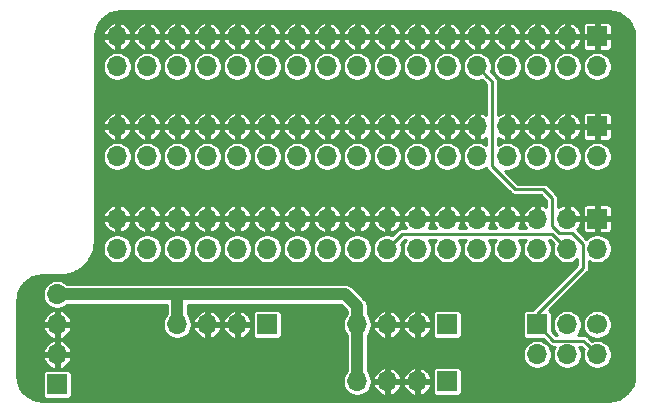
<source format=gbr>
G04 #@! TF.GenerationSoftware,KiCad,Pcbnew,(5.1.9)-1*
G04 #@! TF.CreationDate,2021-02-01T20:53:03+00:00*
G04 #@! TF.ProjectId,Amiga DF0 DF1 Switcher - Design A,416d6967-6120-4444-9630-204446312053,1*
G04 #@! TF.SameCoordinates,Original*
G04 #@! TF.FileFunction,Copper,L2,Bot*
G04 #@! TF.FilePolarity,Positive*
%FSLAX46Y46*%
G04 Gerber Fmt 4.6, Leading zero omitted, Abs format (unit mm)*
G04 Created by KiCad (PCBNEW (5.1.9)-1) date 2021-02-01 20:53:03*
%MOMM*%
%LPD*%
G01*
G04 APERTURE LIST*
G04 #@! TA.AperFunction,ComponentPad*
%ADD10O,1.700000X1.700000*%
G04 #@! TD*
G04 #@! TA.AperFunction,ComponentPad*
%ADD11R,1.700000X1.700000*%
G04 #@! TD*
G04 #@! TA.AperFunction,ComponentPad*
%ADD12C,1.700000*%
G04 #@! TD*
G04 #@! TA.AperFunction,Conductor*
%ADD13C,0.250000*%
G04 #@! TD*
G04 #@! TA.AperFunction,Conductor*
%ADD14C,1.000000*%
G04 #@! TD*
G04 #@! TA.AperFunction,Conductor*
%ADD15C,0.254000*%
G04 #@! TD*
G04 #@! TA.AperFunction,Conductor*
%ADD16C,0.100000*%
G04 #@! TD*
G04 APERTURE END LIST*
D10*
X172720000Y-148844000D03*
D11*
X172720000Y-146304000D03*
D10*
X175260000Y-148844000D03*
X175260000Y-146304000D03*
X177800000Y-148844000D03*
D12*
X177800000Y-146304000D03*
D10*
X157480000Y-151130000D03*
X160020000Y-151130000D03*
X162560000Y-151130000D03*
D11*
X165100000Y-151130000D03*
D10*
X132080000Y-143764000D03*
X132080000Y-146304000D03*
X132080000Y-148844000D03*
D11*
X132080000Y-151384000D03*
D10*
X137160000Y-139890500D03*
X137160000Y-137350500D03*
X139700000Y-139890500D03*
X139700000Y-137350500D03*
X142240000Y-139890500D03*
X142240000Y-137350500D03*
X144780000Y-139890500D03*
X144780000Y-137350500D03*
X147320000Y-139890500D03*
X147320000Y-137350500D03*
X149860000Y-139890500D03*
X149860000Y-137350500D03*
X152400000Y-139890500D03*
X152400000Y-137350500D03*
X154940000Y-139890500D03*
X154940000Y-137350500D03*
X157480000Y-139890500D03*
X157480000Y-137350500D03*
X160020000Y-139890500D03*
X160020000Y-137350500D03*
X162560000Y-139890500D03*
X162560000Y-137350500D03*
X165100000Y-139890500D03*
X165100000Y-137350500D03*
X167640000Y-139890500D03*
X167640000Y-137350500D03*
X170180000Y-139890500D03*
X170180000Y-137350500D03*
X172720000Y-139890500D03*
X172720000Y-137350500D03*
X175260000Y-139890500D03*
X175260000Y-137350500D03*
X177800000Y-139890500D03*
D11*
X177800000Y-137350500D03*
X177800000Y-129540000D03*
D10*
X177800000Y-132080000D03*
X175260000Y-129540000D03*
X175260000Y-132080000D03*
X172720000Y-129540000D03*
X172720000Y-132080000D03*
X170180000Y-129540000D03*
X170180000Y-132080000D03*
X167640000Y-129540000D03*
X167640000Y-132080000D03*
X165100000Y-129540000D03*
X165100000Y-132080000D03*
X162560000Y-129540000D03*
X162560000Y-132080000D03*
X160020000Y-129540000D03*
X160020000Y-132080000D03*
X157480000Y-129540000D03*
X157480000Y-132080000D03*
X154940000Y-129540000D03*
X154940000Y-132080000D03*
X152400000Y-129540000D03*
X152400000Y-132080000D03*
X149860000Y-129540000D03*
X149860000Y-132080000D03*
X147320000Y-129540000D03*
X147320000Y-132080000D03*
X144780000Y-129540000D03*
X144780000Y-132080000D03*
X142240000Y-129540000D03*
X142240000Y-132080000D03*
X139700000Y-129540000D03*
X139700000Y-132080000D03*
X137160000Y-129540000D03*
X137160000Y-132080000D03*
D11*
X177800000Y-121920000D03*
D10*
X177800000Y-124460000D03*
X175260000Y-121920000D03*
X175260000Y-124460000D03*
X172720000Y-121920000D03*
X172720000Y-124460000D03*
X170180000Y-121920000D03*
X170180000Y-124460000D03*
X167640000Y-121920000D03*
X167640000Y-124460000D03*
X165100000Y-121920000D03*
X165100000Y-124460000D03*
X162560000Y-121920000D03*
X162560000Y-124460000D03*
X160020000Y-121920000D03*
X160020000Y-124460000D03*
X157480000Y-121920000D03*
X157480000Y-124460000D03*
X154940000Y-121920000D03*
X154940000Y-124460000D03*
X152400000Y-121920000D03*
X152400000Y-124460000D03*
X149860000Y-121920000D03*
X149860000Y-124460000D03*
X147320000Y-121920000D03*
X147320000Y-124460000D03*
X144780000Y-121920000D03*
X144780000Y-124460000D03*
X142240000Y-121920000D03*
X142240000Y-124460000D03*
X139700000Y-121920000D03*
X139700000Y-124460000D03*
X137160000Y-121920000D03*
X137160000Y-124460000D03*
D11*
X165100000Y-146304000D03*
D10*
X162560000Y-146304000D03*
X160020000Y-146304000D03*
X157480000Y-146304000D03*
D11*
X149860000Y-146304000D03*
D10*
X147320000Y-146304000D03*
X144780000Y-146304000D03*
X142240000Y-146304000D03*
D13*
X174410001Y-139040501D02*
X175260000Y-139890500D01*
X173990000Y-138620500D02*
X174410001Y-139040501D01*
X160020000Y-139890500D02*
X161290000Y-138620500D01*
X161290000Y-138620500D02*
X173990000Y-138620500D01*
X176950001Y-147994001D02*
X177800000Y-148844000D01*
X176624999Y-147668999D02*
X176950001Y-147994001D01*
X174084999Y-147668999D02*
X176624999Y-147668999D01*
X172720000Y-146304000D02*
X174084999Y-147668999D01*
X168489999Y-125309999D02*
X167640000Y-124460000D01*
X168910000Y-125730000D02*
X168489999Y-125309999D01*
X168910000Y-132904090D02*
X168910000Y-125730000D01*
X170879910Y-134874000D02*
X168910000Y-132904090D01*
X173228000Y-134874000D02*
X170879910Y-134874000D01*
X173990000Y-135636000D02*
X173228000Y-134874000D01*
X173990000Y-137984090D02*
X173990000Y-135636000D01*
X172720000Y-145405240D02*
X176624999Y-141500241D01*
X176624999Y-141500241D02*
X176624999Y-139516497D01*
X176624999Y-139516497D02*
X175665502Y-138557000D01*
X172720000Y-146304000D02*
X172720000Y-145405240D01*
X175665502Y-138557000D02*
X174562910Y-138557000D01*
X174562910Y-138557000D02*
X173990000Y-137984090D01*
D14*
X142240000Y-143764000D02*
X132080000Y-143764000D01*
X142240000Y-146304000D02*
X142240000Y-143764000D01*
X157480000Y-144780000D02*
X157480000Y-146304000D01*
X142367000Y-143764000D02*
X156464000Y-143764000D01*
X156464000Y-143764000D02*
X157480000Y-144780000D01*
X157480000Y-147320000D02*
X157480000Y-151384000D01*
X157480000Y-146304000D02*
X157480000Y-147320000D01*
D15*
X179230115Y-119828551D02*
X179628462Y-119948819D01*
X179995864Y-120144170D01*
X180318317Y-120407157D01*
X180583553Y-120727773D01*
X180781460Y-121093795D01*
X180904506Y-121491291D01*
X180950000Y-121924137D01*
X180950001Y-150602136D01*
X180907449Y-151036115D01*
X180787181Y-151434464D01*
X180591831Y-151801862D01*
X180328845Y-152124315D01*
X180008226Y-152389554D01*
X179642204Y-152587461D01*
X179244708Y-152710506D01*
X178811863Y-152756000D01*
X130829854Y-152756000D01*
X130395885Y-152713449D01*
X129997536Y-152593181D01*
X129630138Y-152397831D01*
X129307685Y-152134845D01*
X129042446Y-151814226D01*
X128844539Y-151448204D01*
X128721494Y-151050708D01*
X128676000Y-150617863D01*
X128676000Y-150534000D01*
X130847157Y-150534000D01*
X130847157Y-152234000D01*
X130854513Y-152308689D01*
X130876299Y-152380508D01*
X130911678Y-152446696D01*
X130959289Y-152504711D01*
X131017304Y-152552322D01*
X131083492Y-152587701D01*
X131155311Y-152609487D01*
X131230000Y-152616843D01*
X132930000Y-152616843D01*
X133004689Y-152609487D01*
X133076508Y-152587701D01*
X133142696Y-152552322D01*
X133200711Y-152504711D01*
X133248322Y-152446696D01*
X133283701Y-152380508D01*
X133305487Y-152308689D01*
X133312843Y-152234000D01*
X133312843Y-150534000D01*
X133305487Y-150459311D01*
X133283701Y-150387492D01*
X133248322Y-150321304D01*
X133200711Y-150263289D01*
X133142696Y-150215678D01*
X133076508Y-150180299D01*
X133004689Y-150158513D01*
X132930000Y-150151157D01*
X131230000Y-150151157D01*
X131155311Y-150158513D01*
X131083492Y-150180299D01*
X131017304Y-150215678D01*
X130959289Y-150263289D01*
X130911678Y-150321304D01*
X130876299Y-150387492D01*
X130854513Y-150459311D01*
X130847157Y-150534000D01*
X128676000Y-150534000D01*
X128676000Y-149160980D01*
X130890511Y-149160980D01*
X130914866Y-149241288D01*
X131014761Y-149460961D01*
X131155592Y-149656924D01*
X131331948Y-149821647D01*
X131537051Y-149948799D01*
X131763019Y-150033495D01*
X131953000Y-149973187D01*
X131953000Y-148971000D01*
X132207000Y-148971000D01*
X132207000Y-149973187D01*
X132396981Y-150033495D01*
X132622949Y-149948799D01*
X132828052Y-149821647D01*
X133004408Y-149656924D01*
X133145239Y-149460961D01*
X133245134Y-149241288D01*
X133269489Y-149160980D01*
X133208627Y-148971000D01*
X132207000Y-148971000D01*
X131953000Y-148971000D01*
X130951373Y-148971000D01*
X130890511Y-149160980D01*
X128676000Y-149160980D01*
X128676000Y-148527020D01*
X130890511Y-148527020D01*
X130951373Y-148717000D01*
X131953000Y-148717000D01*
X131953000Y-147714813D01*
X132207000Y-147714813D01*
X132207000Y-148717000D01*
X133208627Y-148717000D01*
X133269489Y-148527020D01*
X133245134Y-148446712D01*
X133145239Y-148227039D01*
X133004408Y-148031076D01*
X132828052Y-147866353D01*
X132622949Y-147739201D01*
X132396981Y-147654505D01*
X132207000Y-147714813D01*
X131953000Y-147714813D01*
X131763019Y-147654505D01*
X131537051Y-147739201D01*
X131331948Y-147866353D01*
X131155592Y-148031076D01*
X131014761Y-148227039D01*
X130914866Y-148446712D01*
X130890511Y-148527020D01*
X128676000Y-148527020D01*
X128676000Y-146620980D01*
X130890511Y-146620980D01*
X130914866Y-146701288D01*
X131014761Y-146920961D01*
X131155592Y-147116924D01*
X131331948Y-147281647D01*
X131537051Y-147408799D01*
X131763019Y-147493495D01*
X131953000Y-147433187D01*
X131953000Y-146431000D01*
X132207000Y-146431000D01*
X132207000Y-147433187D01*
X132396981Y-147493495D01*
X132622949Y-147408799D01*
X132828052Y-147281647D01*
X133004408Y-147116924D01*
X133145239Y-146920961D01*
X133245134Y-146701288D01*
X133269489Y-146620980D01*
X133208627Y-146431000D01*
X132207000Y-146431000D01*
X131953000Y-146431000D01*
X130951373Y-146431000D01*
X130890511Y-146620980D01*
X128676000Y-146620980D01*
X128676000Y-145987020D01*
X130890511Y-145987020D01*
X130951373Y-146177000D01*
X131953000Y-146177000D01*
X131953000Y-145174813D01*
X132207000Y-145174813D01*
X132207000Y-146177000D01*
X133208627Y-146177000D01*
X133269489Y-145987020D01*
X133245134Y-145906712D01*
X133145239Y-145687039D01*
X133004408Y-145491076D01*
X132828052Y-145326353D01*
X132622949Y-145199201D01*
X132396981Y-145114505D01*
X132207000Y-145174813D01*
X131953000Y-145174813D01*
X131763019Y-145114505D01*
X131537051Y-145199201D01*
X131331948Y-145326353D01*
X131155592Y-145491076D01*
X131014761Y-145687039D01*
X130914866Y-145906712D01*
X130890511Y-145987020D01*
X128676000Y-145987020D01*
X128676000Y-144291854D01*
X128718551Y-143857885D01*
X128783501Y-143642757D01*
X130849000Y-143642757D01*
X130849000Y-143885243D01*
X130896307Y-144123069D01*
X130989102Y-144347097D01*
X131123820Y-144548717D01*
X131295283Y-144720180D01*
X131496903Y-144854898D01*
X131720931Y-144947693D01*
X131958757Y-144995000D01*
X132201243Y-144995000D01*
X132439069Y-144947693D01*
X132663097Y-144854898D01*
X132864717Y-144720180D01*
X132939897Y-144645000D01*
X141359001Y-144645000D01*
X141359000Y-145444103D01*
X141283820Y-145519283D01*
X141149102Y-145720903D01*
X141056307Y-145944931D01*
X141009000Y-146182757D01*
X141009000Y-146425243D01*
X141056307Y-146663069D01*
X141149102Y-146887097D01*
X141283820Y-147088717D01*
X141455283Y-147260180D01*
X141656903Y-147394898D01*
X141880931Y-147487693D01*
X142118757Y-147535000D01*
X142361243Y-147535000D01*
X142599069Y-147487693D01*
X142823097Y-147394898D01*
X143024717Y-147260180D01*
X143196180Y-147088717D01*
X143330898Y-146887097D01*
X143423693Y-146663069D01*
X143432064Y-146620981D01*
X143590505Y-146620981D01*
X143675201Y-146846949D01*
X143802353Y-147052052D01*
X143967076Y-147228408D01*
X144163039Y-147369239D01*
X144382712Y-147469134D01*
X144463020Y-147493489D01*
X144653000Y-147432627D01*
X144653000Y-146431000D01*
X144907000Y-146431000D01*
X144907000Y-147432627D01*
X145096980Y-147493489D01*
X145177288Y-147469134D01*
X145396961Y-147369239D01*
X145592924Y-147228408D01*
X145757647Y-147052052D01*
X145884799Y-146846949D01*
X145969495Y-146620981D01*
X146130505Y-146620981D01*
X146215201Y-146846949D01*
X146342353Y-147052052D01*
X146507076Y-147228408D01*
X146703039Y-147369239D01*
X146922712Y-147469134D01*
X147003020Y-147493489D01*
X147193000Y-147432627D01*
X147193000Y-146431000D01*
X147447000Y-146431000D01*
X147447000Y-147432627D01*
X147636980Y-147493489D01*
X147717288Y-147469134D01*
X147936961Y-147369239D01*
X148132924Y-147228408D01*
X148297647Y-147052052D01*
X148424799Y-146846949D01*
X148509495Y-146620981D01*
X148449187Y-146431000D01*
X147447000Y-146431000D01*
X147193000Y-146431000D01*
X146190813Y-146431000D01*
X146130505Y-146620981D01*
X145969495Y-146620981D01*
X145909187Y-146431000D01*
X144907000Y-146431000D01*
X144653000Y-146431000D01*
X143650813Y-146431000D01*
X143590505Y-146620981D01*
X143432064Y-146620981D01*
X143471000Y-146425243D01*
X143471000Y-146182757D01*
X143432065Y-145987019D01*
X143590505Y-145987019D01*
X143650813Y-146177000D01*
X144653000Y-146177000D01*
X144653000Y-145175373D01*
X144907000Y-145175373D01*
X144907000Y-146177000D01*
X145909187Y-146177000D01*
X145969495Y-145987019D01*
X146130505Y-145987019D01*
X146190813Y-146177000D01*
X147193000Y-146177000D01*
X147193000Y-145175373D01*
X147447000Y-145175373D01*
X147447000Y-146177000D01*
X148449187Y-146177000D01*
X148509495Y-145987019D01*
X148424799Y-145761051D01*
X148297647Y-145555948D01*
X148202424Y-145454000D01*
X148627157Y-145454000D01*
X148627157Y-147154000D01*
X148634513Y-147228689D01*
X148656299Y-147300508D01*
X148691678Y-147366696D01*
X148739289Y-147424711D01*
X148797304Y-147472322D01*
X148863492Y-147507701D01*
X148935311Y-147529487D01*
X149010000Y-147536843D01*
X150710000Y-147536843D01*
X150784689Y-147529487D01*
X150856508Y-147507701D01*
X150922696Y-147472322D01*
X150980711Y-147424711D01*
X151028322Y-147366696D01*
X151063701Y-147300508D01*
X151085487Y-147228689D01*
X151092843Y-147154000D01*
X151092843Y-145454000D01*
X151085487Y-145379311D01*
X151063701Y-145307492D01*
X151028322Y-145241304D01*
X150980711Y-145183289D01*
X150922696Y-145135678D01*
X150856508Y-145100299D01*
X150784689Y-145078513D01*
X150710000Y-145071157D01*
X149010000Y-145071157D01*
X148935311Y-145078513D01*
X148863492Y-145100299D01*
X148797304Y-145135678D01*
X148739289Y-145183289D01*
X148691678Y-145241304D01*
X148656299Y-145307492D01*
X148634513Y-145379311D01*
X148627157Y-145454000D01*
X148202424Y-145454000D01*
X148132924Y-145379592D01*
X147936961Y-145238761D01*
X147717288Y-145138866D01*
X147636980Y-145114511D01*
X147447000Y-145175373D01*
X147193000Y-145175373D01*
X147003020Y-145114511D01*
X146922712Y-145138866D01*
X146703039Y-145238761D01*
X146507076Y-145379592D01*
X146342353Y-145555948D01*
X146215201Y-145761051D01*
X146130505Y-145987019D01*
X145969495Y-145987019D01*
X145884799Y-145761051D01*
X145757647Y-145555948D01*
X145592924Y-145379592D01*
X145396961Y-145238761D01*
X145177288Y-145138866D01*
X145096980Y-145114511D01*
X144907000Y-145175373D01*
X144653000Y-145175373D01*
X144463020Y-145114511D01*
X144382712Y-145138866D01*
X144163039Y-145238761D01*
X143967076Y-145379592D01*
X143802353Y-145555948D01*
X143675201Y-145761051D01*
X143590505Y-145987019D01*
X143432065Y-145987019D01*
X143423693Y-145944931D01*
X143330898Y-145720903D01*
X143196180Y-145519283D01*
X143121000Y-145444103D01*
X143121000Y-144645000D01*
X156099079Y-144645000D01*
X156599000Y-145144922D01*
X156599000Y-145444103D01*
X156523820Y-145519283D01*
X156389102Y-145720903D01*
X156296307Y-145944931D01*
X156249000Y-146182757D01*
X156249000Y-146425243D01*
X156296307Y-146663069D01*
X156389102Y-146887097D01*
X156523820Y-147088717D01*
X156599001Y-147163898D01*
X156599001Y-147276719D01*
X156599000Y-147276728D01*
X156599001Y-150270102D01*
X156523820Y-150345283D01*
X156389102Y-150546903D01*
X156296307Y-150770931D01*
X156249000Y-151008757D01*
X156249000Y-151251243D01*
X156296307Y-151489069D01*
X156389102Y-151713097D01*
X156523820Y-151914717D01*
X156695283Y-152086180D01*
X156896903Y-152220898D01*
X157120931Y-152313693D01*
X157358757Y-152361000D01*
X157601243Y-152361000D01*
X157839069Y-152313693D01*
X158063097Y-152220898D01*
X158264717Y-152086180D01*
X158436180Y-151914717D01*
X158570898Y-151713097D01*
X158663693Y-151489069D01*
X158672064Y-151446981D01*
X158830505Y-151446981D01*
X158915201Y-151672949D01*
X159042353Y-151878052D01*
X159207076Y-152054408D01*
X159403039Y-152195239D01*
X159622712Y-152295134D01*
X159703020Y-152319489D01*
X159893000Y-152258627D01*
X159893000Y-151257000D01*
X160147000Y-151257000D01*
X160147000Y-152258627D01*
X160336980Y-152319489D01*
X160417288Y-152295134D01*
X160636961Y-152195239D01*
X160832924Y-152054408D01*
X160997647Y-151878052D01*
X161124799Y-151672949D01*
X161209495Y-151446981D01*
X161370505Y-151446981D01*
X161455201Y-151672949D01*
X161582353Y-151878052D01*
X161747076Y-152054408D01*
X161943039Y-152195239D01*
X162162712Y-152295134D01*
X162243020Y-152319489D01*
X162433000Y-152258627D01*
X162433000Y-151257000D01*
X162687000Y-151257000D01*
X162687000Y-152258627D01*
X162876980Y-152319489D01*
X162957288Y-152295134D01*
X163176961Y-152195239D01*
X163372924Y-152054408D01*
X163537647Y-151878052D01*
X163664799Y-151672949D01*
X163749495Y-151446981D01*
X163689187Y-151257000D01*
X162687000Y-151257000D01*
X162433000Y-151257000D01*
X161430813Y-151257000D01*
X161370505Y-151446981D01*
X161209495Y-151446981D01*
X161149187Y-151257000D01*
X160147000Y-151257000D01*
X159893000Y-151257000D01*
X158890813Y-151257000D01*
X158830505Y-151446981D01*
X158672064Y-151446981D01*
X158711000Y-151251243D01*
X158711000Y-151008757D01*
X158672065Y-150813019D01*
X158830505Y-150813019D01*
X158890813Y-151003000D01*
X159893000Y-151003000D01*
X159893000Y-150001373D01*
X160147000Y-150001373D01*
X160147000Y-151003000D01*
X161149187Y-151003000D01*
X161209495Y-150813019D01*
X161370505Y-150813019D01*
X161430813Y-151003000D01*
X162433000Y-151003000D01*
X162433000Y-150001373D01*
X162687000Y-150001373D01*
X162687000Y-151003000D01*
X163689187Y-151003000D01*
X163749495Y-150813019D01*
X163664799Y-150587051D01*
X163537647Y-150381948D01*
X163442424Y-150280000D01*
X163867157Y-150280000D01*
X163867157Y-151980000D01*
X163874513Y-152054689D01*
X163896299Y-152126508D01*
X163931678Y-152192696D01*
X163979289Y-152250711D01*
X164037304Y-152298322D01*
X164103492Y-152333701D01*
X164175311Y-152355487D01*
X164250000Y-152362843D01*
X165950000Y-152362843D01*
X166024689Y-152355487D01*
X166096508Y-152333701D01*
X166162696Y-152298322D01*
X166220711Y-152250711D01*
X166268322Y-152192696D01*
X166303701Y-152126508D01*
X166325487Y-152054689D01*
X166332843Y-151980000D01*
X166332843Y-150280000D01*
X166325487Y-150205311D01*
X166303701Y-150133492D01*
X166268322Y-150067304D01*
X166220711Y-150009289D01*
X166162696Y-149961678D01*
X166096508Y-149926299D01*
X166024689Y-149904513D01*
X165950000Y-149897157D01*
X164250000Y-149897157D01*
X164175311Y-149904513D01*
X164103492Y-149926299D01*
X164037304Y-149961678D01*
X163979289Y-150009289D01*
X163931678Y-150067304D01*
X163896299Y-150133492D01*
X163874513Y-150205311D01*
X163867157Y-150280000D01*
X163442424Y-150280000D01*
X163372924Y-150205592D01*
X163176961Y-150064761D01*
X162957288Y-149964866D01*
X162876980Y-149940511D01*
X162687000Y-150001373D01*
X162433000Y-150001373D01*
X162243020Y-149940511D01*
X162162712Y-149964866D01*
X161943039Y-150064761D01*
X161747076Y-150205592D01*
X161582353Y-150381948D01*
X161455201Y-150587051D01*
X161370505Y-150813019D01*
X161209495Y-150813019D01*
X161124799Y-150587051D01*
X160997647Y-150381948D01*
X160832924Y-150205592D01*
X160636961Y-150064761D01*
X160417288Y-149964866D01*
X160336980Y-149940511D01*
X160147000Y-150001373D01*
X159893000Y-150001373D01*
X159703020Y-149940511D01*
X159622712Y-149964866D01*
X159403039Y-150064761D01*
X159207076Y-150205592D01*
X159042353Y-150381948D01*
X158915201Y-150587051D01*
X158830505Y-150813019D01*
X158672065Y-150813019D01*
X158663693Y-150770931D01*
X158570898Y-150546903D01*
X158436180Y-150345283D01*
X158361000Y-150270103D01*
X158361000Y-148722757D01*
X171489000Y-148722757D01*
X171489000Y-148965243D01*
X171536307Y-149203069D01*
X171629102Y-149427097D01*
X171763820Y-149628717D01*
X171935283Y-149800180D01*
X172136903Y-149934898D01*
X172360931Y-150027693D01*
X172598757Y-150075000D01*
X172841243Y-150075000D01*
X173079069Y-150027693D01*
X173303097Y-149934898D01*
X173504717Y-149800180D01*
X173676180Y-149628717D01*
X173810898Y-149427097D01*
X173903693Y-149203069D01*
X173951000Y-148965243D01*
X173951000Y-148722757D01*
X173903693Y-148484931D01*
X173810898Y-148260903D01*
X173676180Y-148059283D01*
X173504717Y-147887820D01*
X173303097Y-147753102D01*
X173079069Y-147660307D01*
X172841243Y-147613000D01*
X172598757Y-147613000D01*
X172360931Y-147660307D01*
X172136903Y-147753102D01*
X171935283Y-147887820D01*
X171763820Y-148059283D01*
X171629102Y-148260903D01*
X171536307Y-148484931D01*
X171489000Y-148722757D01*
X158361000Y-148722757D01*
X158361000Y-147163897D01*
X158436180Y-147088717D01*
X158570898Y-146887097D01*
X158663693Y-146663069D01*
X158672064Y-146620981D01*
X158830505Y-146620981D01*
X158915201Y-146846949D01*
X159042353Y-147052052D01*
X159207076Y-147228408D01*
X159403039Y-147369239D01*
X159622712Y-147469134D01*
X159703020Y-147493489D01*
X159893000Y-147432627D01*
X159893000Y-146431000D01*
X160147000Y-146431000D01*
X160147000Y-147432627D01*
X160336980Y-147493489D01*
X160417288Y-147469134D01*
X160636961Y-147369239D01*
X160832924Y-147228408D01*
X160997647Y-147052052D01*
X161124799Y-146846949D01*
X161209495Y-146620981D01*
X161370505Y-146620981D01*
X161455201Y-146846949D01*
X161582353Y-147052052D01*
X161747076Y-147228408D01*
X161943039Y-147369239D01*
X162162712Y-147469134D01*
X162243020Y-147493489D01*
X162433000Y-147432627D01*
X162433000Y-146431000D01*
X162687000Y-146431000D01*
X162687000Y-147432627D01*
X162876980Y-147493489D01*
X162957288Y-147469134D01*
X163176961Y-147369239D01*
X163372924Y-147228408D01*
X163537647Y-147052052D01*
X163664799Y-146846949D01*
X163749495Y-146620981D01*
X163689187Y-146431000D01*
X162687000Y-146431000D01*
X162433000Y-146431000D01*
X161430813Y-146431000D01*
X161370505Y-146620981D01*
X161209495Y-146620981D01*
X161149187Y-146431000D01*
X160147000Y-146431000D01*
X159893000Y-146431000D01*
X158890813Y-146431000D01*
X158830505Y-146620981D01*
X158672064Y-146620981D01*
X158711000Y-146425243D01*
X158711000Y-146182757D01*
X158672065Y-145987019D01*
X158830505Y-145987019D01*
X158890813Y-146177000D01*
X159893000Y-146177000D01*
X159893000Y-145175373D01*
X160147000Y-145175373D01*
X160147000Y-146177000D01*
X161149187Y-146177000D01*
X161209495Y-145987019D01*
X161370505Y-145987019D01*
X161430813Y-146177000D01*
X162433000Y-146177000D01*
X162433000Y-145175373D01*
X162687000Y-145175373D01*
X162687000Y-146177000D01*
X163689187Y-146177000D01*
X163749495Y-145987019D01*
X163664799Y-145761051D01*
X163537647Y-145555948D01*
X163442424Y-145454000D01*
X163867157Y-145454000D01*
X163867157Y-147154000D01*
X163874513Y-147228689D01*
X163896299Y-147300508D01*
X163931678Y-147366696D01*
X163979289Y-147424711D01*
X164037304Y-147472322D01*
X164103492Y-147507701D01*
X164175311Y-147529487D01*
X164250000Y-147536843D01*
X165950000Y-147536843D01*
X166024689Y-147529487D01*
X166096508Y-147507701D01*
X166162696Y-147472322D01*
X166220711Y-147424711D01*
X166268322Y-147366696D01*
X166303701Y-147300508D01*
X166325487Y-147228689D01*
X166332843Y-147154000D01*
X166332843Y-145454000D01*
X166325487Y-145379311D01*
X166303701Y-145307492D01*
X166268322Y-145241304D01*
X166220711Y-145183289D01*
X166162696Y-145135678D01*
X166096508Y-145100299D01*
X166024689Y-145078513D01*
X165950000Y-145071157D01*
X164250000Y-145071157D01*
X164175311Y-145078513D01*
X164103492Y-145100299D01*
X164037304Y-145135678D01*
X163979289Y-145183289D01*
X163931678Y-145241304D01*
X163896299Y-145307492D01*
X163874513Y-145379311D01*
X163867157Y-145454000D01*
X163442424Y-145454000D01*
X163372924Y-145379592D01*
X163176961Y-145238761D01*
X162957288Y-145138866D01*
X162876980Y-145114511D01*
X162687000Y-145175373D01*
X162433000Y-145175373D01*
X162243020Y-145114511D01*
X162162712Y-145138866D01*
X161943039Y-145238761D01*
X161747076Y-145379592D01*
X161582353Y-145555948D01*
X161455201Y-145761051D01*
X161370505Y-145987019D01*
X161209495Y-145987019D01*
X161124799Y-145761051D01*
X160997647Y-145555948D01*
X160832924Y-145379592D01*
X160636961Y-145238761D01*
X160417288Y-145138866D01*
X160336980Y-145114511D01*
X160147000Y-145175373D01*
X159893000Y-145175373D01*
X159703020Y-145114511D01*
X159622712Y-145138866D01*
X159403039Y-145238761D01*
X159207076Y-145379592D01*
X159042353Y-145555948D01*
X158915201Y-145761051D01*
X158830505Y-145987019D01*
X158672065Y-145987019D01*
X158663693Y-145944931D01*
X158570898Y-145720903D01*
X158436180Y-145519283D01*
X158361000Y-145444103D01*
X158361000Y-144823270D01*
X158365262Y-144780000D01*
X158355051Y-144676329D01*
X158348252Y-144607294D01*
X158297875Y-144441225D01*
X158252515Y-144356362D01*
X158216068Y-144288174D01*
X158133559Y-144187637D01*
X158105975Y-144154025D01*
X158072362Y-144126440D01*
X157117565Y-143171644D01*
X157089975Y-143138025D01*
X156955825Y-143027932D01*
X156802775Y-142946125D01*
X156636706Y-142895748D01*
X156507273Y-142883000D01*
X156507270Y-142883000D01*
X156464000Y-142878738D01*
X156420730Y-142883000D01*
X142323727Y-142883000D01*
X142303500Y-142884992D01*
X142283273Y-142883000D01*
X142240000Y-142878738D01*
X142196727Y-142883000D01*
X132939897Y-142883000D01*
X132864717Y-142807820D01*
X132663097Y-142673102D01*
X132439069Y-142580307D01*
X132201243Y-142533000D01*
X131958757Y-142533000D01*
X131720931Y-142580307D01*
X131496903Y-142673102D01*
X131295283Y-142807820D01*
X131123820Y-142979283D01*
X130989102Y-143180903D01*
X130896307Y-143404931D01*
X130849000Y-143642757D01*
X128783501Y-143642757D01*
X128838819Y-143459538D01*
X129034170Y-143092136D01*
X129297157Y-142769683D01*
X129617773Y-142504447D01*
X129983795Y-142306540D01*
X130381291Y-142183494D01*
X130814137Y-142138000D01*
X132353941Y-142138000D01*
X132372661Y-142136156D01*
X132388528Y-142136267D01*
X132394171Y-142135714D01*
X132887177Y-142083897D01*
X132923256Y-142076491D01*
X132959368Y-142069602D01*
X132964796Y-142067964D01*
X133438348Y-141921375D01*
X133472308Y-141907100D01*
X133506388Y-141893330D01*
X133511394Y-141890669D01*
X133947454Y-141654892D01*
X133977972Y-141634307D01*
X134008750Y-141614166D01*
X134013144Y-141610584D01*
X134395104Y-141294600D01*
X134421074Y-141268448D01*
X134447323Y-141242743D01*
X134450932Y-141238381D01*
X134450937Y-141238376D01*
X134450941Y-141238371D01*
X134764248Y-140854219D01*
X134784629Y-140823543D01*
X134805400Y-140793207D01*
X134808097Y-140788220D01*
X135040824Y-140350525D01*
X135054858Y-140316476D01*
X135069342Y-140282681D01*
X135071019Y-140277266D01*
X135214298Y-139802701D01*
X135220920Y-139769257D01*
X135929000Y-139769257D01*
X135929000Y-140011743D01*
X135976307Y-140249569D01*
X136069102Y-140473597D01*
X136203820Y-140675217D01*
X136375283Y-140846680D01*
X136576903Y-140981398D01*
X136800931Y-141074193D01*
X137038757Y-141121500D01*
X137281243Y-141121500D01*
X137519069Y-141074193D01*
X137743097Y-140981398D01*
X137944717Y-140846680D01*
X138116180Y-140675217D01*
X138250898Y-140473597D01*
X138343693Y-140249569D01*
X138391000Y-140011743D01*
X138391000Y-139769257D01*
X138469000Y-139769257D01*
X138469000Y-140011743D01*
X138516307Y-140249569D01*
X138609102Y-140473597D01*
X138743820Y-140675217D01*
X138915283Y-140846680D01*
X139116903Y-140981398D01*
X139340931Y-141074193D01*
X139578757Y-141121500D01*
X139821243Y-141121500D01*
X140059069Y-141074193D01*
X140283097Y-140981398D01*
X140484717Y-140846680D01*
X140656180Y-140675217D01*
X140790898Y-140473597D01*
X140883693Y-140249569D01*
X140931000Y-140011743D01*
X140931000Y-139769257D01*
X141009000Y-139769257D01*
X141009000Y-140011743D01*
X141056307Y-140249569D01*
X141149102Y-140473597D01*
X141283820Y-140675217D01*
X141455283Y-140846680D01*
X141656903Y-140981398D01*
X141880931Y-141074193D01*
X142118757Y-141121500D01*
X142361243Y-141121500D01*
X142599069Y-141074193D01*
X142823097Y-140981398D01*
X143024717Y-140846680D01*
X143196180Y-140675217D01*
X143330898Y-140473597D01*
X143423693Y-140249569D01*
X143471000Y-140011743D01*
X143471000Y-139769257D01*
X143549000Y-139769257D01*
X143549000Y-140011743D01*
X143596307Y-140249569D01*
X143689102Y-140473597D01*
X143823820Y-140675217D01*
X143995283Y-140846680D01*
X144196903Y-140981398D01*
X144420931Y-141074193D01*
X144658757Y-141121500D01*
X144901243Y-141121500D01*
X145139069Y-141074193D01*
X145363097Y-140981398D01*
X145564717Y-140846680D01*
X145736180Y-140675217D01*
X145870898Y-140473597D01*
X145963693Y-140249569D01*
X146011000Y-140011743D01*
X146011000Y-139769257D01*
X146089000Y-139769257D01*
X146089000Y-140011743D01*
X146136307Y-140249569D01*
X146229102Y-140473597D01*
X146363820Y-140675217D01*
X146535283Y-140846680D01*
X146736903Y-140981398D01*
X146960931Y-141074193D01*
X147198757Y-141121500D01*
X147441243Y-141121500D01*
X147679069Y-141074193D01*
X147903097Y-140981398D01*
X148104717Y-140846680D01*
X148276180Y-140675217D01*
X148410898Y-140473597D01*
X148503693Y-140249569D01*
X148551000Y-140011743D01*
X148551000Y-139769257D01*
X148629000Y-139769257D01*
X148629000Y-140011743D01*
X148676307Y-140249569D01*
X148769102Y-140473597D01*
X148903820Y-140675217D01*
X149075283Y-140846680D01*
X149276903Y-140981398D01*
X149500931Y-141074193D01*
X149738757Y-141121500D01*
X149981243Y-141121500D01*
X150219069Y-141074193D01*
X150443097Y-140981398D01*
X150644717Y-140846680D01*
X150816180Y-140675217D01*
X150950898Y-140473597D01*
X151043693Y-140249569D01*
X151091000Y-140011743D01*
X151091000Y-139769257D01*
X151169000Y-139769257D01*
X151169000Y-140011743D01*
X151216307Y-140249569D01*
X151309102Y-140473597D01*
X151443820Y-140675217D01*
X151615283Y-140846680D01*
X151816903Y-140981398D01*
X152040931Y-141074193D01*
X152278757Y-141121500D01*
X152521243Y-141121500D01*
X152759069Y-141074193D01*
X152983097Y-140981398D01*
X153184717Y-140846680D01*
X153356180Y-140675217D01*
X153490898Y-140473597D01*
X153583693Y-140249569D01*
X153631000Y-140011743D01*
X153631000Y-139769257D01*
X153709000Y-139769257D01*
X153709000Y-140011743D01*
X153756307Y-140249569D01*
X153849102Y-140473597D01*
X153983820Y-140675217D01*
X154155283Y-140846680D01*
X154356903Y-140981398D01*
X154580931Y-141074193D01*
X154818757Y-141121500D01*
X155061243Y-141121500D01*
X155299069Y-141074193D01*
X155523097Y-140981398D01*
X155724717Y-140846680D01*
X155896180Y-140675217D01*
X156030898Y-140473597D01*
X156123693Y-140249569D01*
X156171000Y-140011743D01*
X156171000Y-139769257D01*
X156249000Y-139769257D01*
X156249000Y-140011743D01*
X156296307Y-140249569D01*
X156389102Y-140473597D01*
X156523820Y-140675217D01*
X156695283Y-140846680D01*
X156896903Y-140981398D01*
X157120931Y-141074193D01*
X157358757Y-141121500D01*
X157601243Y-141121500D01*
X157839069Y-141074193D01*
X158063097Y-140981398D01*
X158264717Y-140846680D01*
X158436180Y-140675217D01*
X158570898Y-140473597D01*
X158663693Y-140249569D01*
X158711000Y-140011743D01*
X158711000Y-139769257D01*
X158789000Y-139769257D01*
X158789000Y-140011743D01*
X158836307Y-140249569D01*
X158929102Y-140473597D01*
X159063820Y-140675217D01*
X159235283Y-140846680D01*
X159436903Y-140981398D01*
X159660931Y-141074193D01*
X159898757Y-141121500D01*
X160141243Y-141121500D01*
X160379069Y-141074193D01*
X160603097Y-140981398D01*
X160804717Y-140846680D01*
X160976180Y-140675217D01*
X161110898Y-140473597D01*
X161203693Y-140249569D01*
X161251000Y-140011743D01*
X161251000Y-139769257D01*
X161203693Y-139531431D01*
X161171758Y-139454333D01*
X161499592Y-139126500D01*
X161589977Y-139126500D01*
X161469102Y-139307403D01*
X161376307Y-139531431D01*
X161329000Y-139769257D01*
X161329000Y-140011743D01*
X161376307Y-140249569D01*
X161469102Y-140473597D01*
X161603820Y-140675217D01*
X161775283Y-140846680D01*
X161976903Y-140981398D01*
X162200931Y-141074193D01*
X162438757Y-141121500D01*
X162681243Y-141121500D01*
X162919069Y-141074193D01*
X163143097Y-140981398D01*
X163344717Y-140846680D01*
X163516180Y-140675217D01*
X163650898Y-140473597D01*
X163743693Y-140249569D01*
X163791000Y-140011743D01*
X163791000Y-139769257D01*
X163743693Y-139531431D01*
X163650898Y-139307403D01*
X163530023Y-139126500D01*
X164129977Y-139126500D01*
X164009102Y-139307403D01*
X163916307Y-139531431D01*
X163869000Y-139769257D01*
X163869000Y-140011743D01*
X163916307Y-140249569D01*
X164009102Y-140473597D01*
X164143820Y-140675217D01*
X164315283Y-140846680D01*
X164516903Y-140981398D01*
X164740931Y-141074193D01*
X164978757Y-141121500D01*
X165221243Y-141121500D01*
X165459069Y-141074193D01*
X165683097Y-140981398D01*
X165884717Y-140846680D01*
X166056180Y-140675217D01*
X166190898Y-140473597D01*
X166283693Y-140249569D01*
X166331000Y-140011743D01*
X166331000Y-139769257D01*
X166283693Y-139531431D01*
X166190898Y-139307403D01*
X166070023Y-139126500D01*
X166669977Y-139126500D01*
X166549102Y-139307403D01*
X166456307Y-139531431D01*
X166409000Y-139769257D01*
X166409000Y-140011743D01*
X166456307Y-140249569D01*
X166549102Y-140473597D01*
X166683820Y-140675217D01*
X166855283Y-140846680D01*
X167056903Y-140981398D01*
X167280931Y-141074193D01*
X167518757Y-141121500D01*
X167761243Y-141121500D01*
X167999069Y-141074193D01*
X168223097Y-140981398D01*
X168424717Y-140846680D01*
X168596180Y-140675217D01*
X168730898Y-140473597D01*
X168823693Y-140249569D01*
X168871000Y-140011743D01*
X168871000Y-139769257D01*
X168823693Y-139531431D01*
X168730898Y-139307403D01*
X168610023Y-139126500D01*
X169209977Y-139126500D01*
X169089102Y-139307403D01*
X168996307Y-139531431D01*
X168949000Y-139769257D01*
X168949000Y-140011743D01*
X168996307Y-140249569D01*
X169089102Y-140473597D01*
X169223820Y-140675217D01*
X169395283Y-140846680D01*
X169596903Y-140981398D01*
X169820931Y-141074193D01*
X170058757Y-141121500D01*
X170301243Y-141121500D01*
X170539069Y-141074193D01*
X170763097Y-140981398D01*
X170964717Y-140846680D01*
X171136180Y-140675217D01*
X171270898Y-140473597D01*
X171363693Y-140249569D01*
X171411000Y-140011743D01*
X171411000Y-139769257D01*
X171363693Y-139531431D01*
X171270898Y-139307403D01*
X171150023Y-139126500D01*
X171749977Y-139126500D01*
X171629102Y-139307403D01*
X171536307Y-139531431D01*
X171489000Y-139769257D01*
X171489000Y-140011743D01*
X171536307Y-140249569D01*
X171629102Y-140473597D01*
X171763820Y-140675217D01*
X171935283Y-140846680D01*
X172136903Y-140981398D01*
X172360931Y-141074193D01*
X172598757Y-141121500D01*
X172841243Y-141121500D01*
X173079069Y-141074193D01*
X173303097Y-140981398D01*
X173504717Y-140846680D01*
X173676180Y-140675217D01*
X173810898Y-140473597D01*
X173903693Y-140249569D01*
X173951000Y-140011743D01*
X173951000Y-139769257D01*
X173903693Y-139531431D01*
X173810898Y-139307403D01*
X173690023Y-139126500D01*
X173780409Y-139126500D01*
X174069779Y-139415871D01*
X174069784Y-139415875D01*
X174108242Y-139454333D01*
X174076307Y-139531431D01*
X174029000Y-139769257D01*
X174029000Y-140011743D01*
X174076307Y-140249569D01*
X174169102Y-140473597D01*
X174303820Y-140675217D01*
X174475283Y-140846680D01*
X174676903Y-140981398D01*
X174900931Y-141074193D01*
X175138757Y-141121500D01*
X175381243Y-141121500D01*
X175619069Y-141074193D01*
X175843097Y-140981398D01*
X176044717Y-140846680D01*
X176118999Y-140772398D01*
X176118999Y-141290649D01*
X172379781Y-145029868D01*
X172360474Y-145045713D01*
X172339593Y-145071157D01*
X171870000Y-145071157D01*
X171795311Y-145078513D01*
X171723492Y-145100299D01*
X171657304Y-145135678D01*
X171599289Y-145183289D01*
X171551678Y-145241304D01*
X171516299Y-145307492D01*
X171494513Y-145379311D01*
X171487157Y-145454000D01*
X171487157Y-147154000D01*
X171494513Y-147228689D01*
X171516299Y-147300508D01*
X171551678Y-147366696D01*
X171599289Y-147424711D01*
X171657304Y-147472322D01*
X171723492Y-147507701D01*
X171795311Y-147529487D01*
X171870000Y-147536843D01*
X173237251Y-147536843D01*
X173709627Y-148009219D01*
X173725472Y-148028526D01*
X173802520Y-148091758D01*
X173888798Y-148137875D01*
X173890424Y-148138744D01*
X173985805Y-148167677D01*
X173995693Y-148168651D01*
X174060145Y-148174999D01*
X174060152Y-148174999D01*
X174084998Y-148177446D01*
X174109844Y-148174999D01*
X174226501Y-148174999D01*
X174169102Y-148260903D01*
X174076307Y-148484931D01*
X174029000Y-148722757D01*
X174029000Y-148965243D01*
X174076307Y-149203069D01*
X174169102Y-149427097D01*
X174303820Y-149628717D01*
X174475283Y-149800180D01*
X174676903Y-149934898D01*
X174900931Y-150027693D01*
X175138757Y-150075000D01*
X175381243Y-150075000D01*
X175619069Y-150027693D01*
X175843097Y-149934898D01*
X176044717Y-149800180D01*
X176216180Y-149628717D01*
X176350898Y-149427097D01*
X176443693Y-149203069D01*
X176491000Y-148965243D01*
X176491000Y-148722757D01*
X176443693Y-148484931D01*
X176350898Y-148260903D01*
X176293499Y-148174999D01*
X176415408Y-148174999D01*
X176648242Y-148407833D01*
X176616307Y-148484931D01*
X176569000Y-148722757D01*
X176569000Y-148965243D01*
X176616307Y-149203069D01*
X176709102Y-149427097D01*
X176843820Y-149628717D01*
X177015283Y-149800180D01*
X177216903Y-149934898D01*
X177440931Y-150027693D01*
X177678757Y-150075000D01*
X177921243Y-150075000D01*
X178159069Y-150027693D01*
X178383097Y-149934898D01*
X178584717Y-149800180D01*
X178756180Y-149628717D01*
X178890898Y-149427097D01*
X178983693Y-149203069D01*
X179031000Y-148965243D01*
X179031000Y-148722757D01*
X178983693Y-148484931D01*
X178890898Y-148260903D01*
X178756180Y-148059283D01*
X178584717Y-147887820D01*
X178383097Y-147753102D01*
X178159069Y-147660307D01*
X177921243Y-147613000D01*
X177678757Y-147613000D01*
X177440931Y-147660307D01*
X177363833Y-147692242D01*
X177000375Y-147328784D01*
X176984526Y-147309472D01*
X176907478Y-147246240D01*
X176819574Y-147199254D01*
X176724192Y-147170321D01*
X176649853Y-147162999D01*
X176649845Y-147162999D01*
X176624999Y-147160552D01*
X176600153Y-147162999D01*
X176141898Y-147162999D01*
X176216180Y-147088717D01*
X176350898Y-146887097D01*
X176443693Y-146663069D01*
X176491000Y-146425243D01*
X176491000Y-146182757D01*
X176569000Y-146182757D01*
X176569000Y-146425243D01*
X176616307Y-146663069D01*
X176709102Y-146887097D01*
X176843820Y-147088717D01*
X177015283Y-147260180D01*
X177216903Y-147394898D01*
X177440931Y-147487693D01*
X177678757Y-147535000D01*
X177921243Y-147535000D01*
X178159069Y-147487693D01*
X178383097Y-147394898D01*
X178584717Y-147260180D01*
X178756180Y-147088717D01*
X178890898Y-146887097D01*
X178983693Y-146663069D01*
X179031000Y-146425243D01*
X179031000Y-146182757D01*
X178983693Y-145944931D01*
X178890898Y-145720903D01*
X178756180Y-145519283D01*
X178584717Y-145347820D01*
X178383097Y-145213102D01*
X178159069Y-145120307D01*
X177921243Y-145073000D01*
X177678757Y-145073000D01*
X177440931Y-145120307D01*
X177216903Y-145213102D01*
X177015283Y-145347820D01*
X176843820Y-145519283D01*
X176709102Y-145720903D01*
X176616307Y-145944931D01*
X176569000Y-146182757D01*
X176491000Y-146182757D01*
X176443693Y-145944931D01*
X176350898Y-145720903D01*
X176216180Y-145519283D01*
X176044717Y-145347820D01*
X175843097Y-145213102D01*
X175619069Y-145120307D01*
X175381243Y-145073000D01*
X175138757Y-145073000D01*
X174900931Y-145120307D01*
X174676903Y-145213102D01*
X174475283Y-145347820D01*
X174303820Y-145519283D01*
X174169102Y-145720903D01*
X174076307Y-145944931D01*
X174029000Y-146182757D01*
X174029000Y-146425243D01*
X174076307Y-146663069D01*
X174169102Y-146887097D01*
X174303820Y-147088717D01*
X174378102Y-147162999D01*
X174294591Y-147162999D01*
X173952843Y-146821251D01*
X173952843Y-145454000D01*
X173945487Y-145379311D01*
X173923701Y-145307492D01*
X173888322Y-145241304D01*
X173840711Y-145183289D01*
X173782696Y-145135678D01*
X173732164Y-145108667D01*
X176965219Y-141875613D01*
X176984526Y-141859768D01*
X177047758Y-141782720D01*
X177094744Y-141694816D01*
X177123677Y-141599434D01*
X177130999Y-141525095D01*
X177130999Y-141525094D01*
X177133447Y-141500241D01*
X177130999Y-141475387D01*
X177130999Y-140923999D01*
X177216903Y-140981398D01*
X177440931Y-141074193D01*
X177678757Y-141121500D01*
X177921243Y-141121500D01*
X178159069Y-141074193D01*
X178383097Y-140981398D01*
X178584717Y-140846680D01*
X178756180Y-140675217D01*
X178890898Y-140473597D01*
X178983693Y-140249569D01*
X179031000Y-140011743D01*
X179031000Y-139769257D01*
X178983693Y-139531431D01*
X178890898Y-139307403D01*
X178756180Y-139105783D01*
X178584717Y-138934320D01*
X178383097Y-138799602D01*
X178159069Y-138706807D01*
X177921243Y-138659500D01*
X177678757Y-138659500D01*
X177440931Y-138706807D01*
X177216903Y-138799602D01*
X177015283Y-138934320D01*
X176886848Y-139062755D01*
X176085518Y-138261425D01*
X176142424Y-138200500D01*
X176567157Y-138200500D01*
X176574513Y-138275189D01*
X176596299Y-138347008D01*
X176631678Y-138413196D01*
X176679289Y-138471211D01*
X176737304Y-138518822D01*
X176803492Y-138554201D01*
X176875311Y-138575987D01*
X176950000Y-138583343D01*
X177577750Y-138581500D01*
X177673000Y-138486250D01*
X177673000Y-137477500D01*
X177927000Y-137477500D01*
X177927000Y-138486250D01*
X178022250Y-138581500D01*
X178650000Y-138583343D01*
X178724689Y-138575987D01*
X178796508Y-138554201D01*
X178862696Y-138518822D01*
X178920711Y-138471211D01*
X178968322Y-138413196D01*
X179003701Y-138347008D01*
X179025487Y-138275189D01*
X179032843Y-138200500D01*
X179031000Y-137572750D01*
X178935750Y-137477500D01*
X177927000Y-137477500D01*
X177673000Y-137477500D01*
X176664250Y-137477500D01*
X176569000Y-137572750D01*
X176567157Y-138200500D01*
X176142424Y-138200500D01*
X176237647Y-138098552D01*
X176364799Y-137893449D01*
X176449495Y-137667481D01*
X176389187Y-137477500D01*
X175387000Y-137477500D01*
X175387000Y-137497500D01*
X175133000Y-137497500D01*
X175133000Y-137477500D01*
X175113000Y-137477500D01*
X175113000Y-137223500D01*
X175133000Y-137223500D01*
X175133000Y-136221873D01*
X175387000Y-136221873D01*
X175387000Y-137223500D01*
X176389187Y-137223500D01*
X176449495Y-137033519D01*
X176364799Y-136807551D01*
X176237647Y-136602448D01*
X176142424Y-136500500D01*
X176567157Y-136500500D01*
X176569000Y-137128250D01*
X176664250Y-137223500D01*
X177673000Y-137223500D01*
X177673000Y-136214750D01*
X177927000Y-136214750D01*
X177927000Y-137223500D01*
X178935750Y-137223500D01*
X179031000Y-137128250D01*
X179032843Y-136500500D01*
X179025487Y-136425811D01*
X179003701Y-136353992D01*
X178968322Y-136287804D01*
X178920711Y-136229789D01*
X178862696Y-136182178D01*
X178796508Y-136146799D01*
X178724689Y-136125013D01*
X178650000Y-136117657D01*
X178022250Y-136119500D01*
X177927000Y-136214750D01*
X177673000Y-136214750D01*
X177577750Y-136119500D01*
X176950000Y-136117657D01*
X176875311Y-136125013D01*
X176803492Y-136146799D01*
X176737304Y-136182178D01*
X176679289Y-136229789D01*
X176631678Y-136287804D01*
X176596299Y-136353992D01*
X176574513Y-136425811D01*
X176567157Y-136500500D01*
X176142424Y-136500500D01*
X176072924Y-136426092D01*
X175876961Y-136285261D01*
X175657288Y-136185366D01*
X175576980Y-136161011D01*
X175387000Y-136221873D01*
X175133000Y-136221873D01*
X174943020Y-136161011D01*
X174862712Y-136185366D01*
X174643039Y-136285261D01*
X174496000Y-136390932D01*
X174496000Y-135660854D01*
X174498448Y-135636000D01*
X174488678Y-135536807D01*
X174459745Y-135441425D01*
X174426912Y-135380000D01*
X174412759Y-135353521D01*
X174349527Y-135276473D01*
X174330220Y-135260628D01*
X173603376Y-134533785D01*
X173587527Y-134514473D01*
X173510479Y-134451241D01*
X173422575Y-134404255D01*
X173327193Y-134375322D01*
X173252854Y-134368000D01*
X173252846Y-134368000D01*
X173228000Y-134365553D01*
X173203154Y-134368000D01*
X171089502Y-134368000D01*
X170025982Y-133304481D01*
X170058757Y-133311000D01*
X170301243Y-133311000D01*
X170539069Y-133263693D01*
X170763097Y-133170898D01*
X170964717Y-133036180D01*
X171136180Y-132864717D01*
X171270898Y-132663097D01*
X171363693Y-132439069D01*
X171411000Y-132201243D01*
X171411000Y-131958757D01*
X171489000Y-131958757D01*
X171489000Y-132201243D01*
X171536307Y-132439069D01*
X171629102Y-132663097D01*
X171763820Y-132864717D01*
X171935283Y-133036180D01*
X172136903Y-133170898D01*
X172360931Y-133263693D01*
X172598757Y-133311000D01*
X172841243Y-133311000D01*
X173079069Y-133263693D01*
X173303097Y-133170898D01*
X173504717Y-133036180D01*
X173676180Y-132864717D01*
X173810898Y-132663097D01*
X173903693Y-132439069D01*
X173951000Y-132201243D01*
X173951000Y-131958757D01*
X174029000Y-131958757D01*
X174029000Y-132201243D01*
X174076307Y-132439069D01*
X174169102Y-132663097D01*
X174303820Y-132864717D01*
X174475283Y-133036180D01*
X174676903Y-133170898D01*
X174900931Y-133263693D01*
X175138757Y-133311000D01*
X175381243Y-133311000D01*
X175619069Y-133263693D01*
X175843097Y-133170898D01*
X176044717Y-133036180D01*
X176216180Y-132864717D01*
X176350898Y-132663097D01*
X176443693Y-132439069D01*
X176491000Y-132201243D01*
X176491000Y-131958757D01*
X176569000Y-131958757D01*
X176569000Y-132201243D01*
X176616307Y-132439069D01*
X176709102Y-132663097D01*
X176843820Y-132864717D01*
X177015283Y-133036180D01*
X177216903Y-133170898D01*
X177440931Y-133263693D01*
X177678757Y-133311000D01*
X177921243Y-133311000D01*
X178159069Y-133263693D01*
X178383097Y-133170898D01*
X178584717Y-133036180D01*
X178756180Y-132864717D01*
X178890898Y-132663097D01*
X178983693Y-132439069D01*
X179031000Y-132201243D01*
X179031000Y-131958757D01*
X178983693Y-131720931D01*
X178890898Y-131496903D01*
X178756180Y-131295283D01*
X178584717Y-131123820D01*
X178383097Y-130989102D01*
X178159069Y-130896307D01*
X177921243Y-130849000D01*
X177678757Y-130849000D01*
X177440931Y-130896307D01*
X177216903Y-130989102D01*
X177015283Y-131123820D01*
X176843820Y-131295283D01*
X176709102Y-131496903D01*
X176616307Y-131720931D01*
X176569000Y-131958757D01*
X176491000Y-131958757D01*
X176443693Y-131720931D01*
X176350898Y-131496903D01*
X176216180Y-131295283D01*
X176044717Y-131123820D01*
X175843097Y-130989102D01*
X175619069Y-130896307D01*
X175381243Y-130849000D01*
X175138757Y-130849000D01*
X174900931Y-130896307D01*
X174676903Y-130989102D01*
X174475283Y-131123820D01*
X174303820Y-131295283D01*
X174169102Y-131496903D01*
X174076307Y-131720931D01*
X174029000Y-131958757D01*
X173951000Y-131958757D01*
X173903693Y-131720931D01*
X173810898Y-131496903D01*
X173676180Y-131295283D01*
X173504717Y-131123820D01*
X173303097Y-130989102D01*
X173079069Y-130896307D01*
X172841243Y-130849000D01*
X172598757Y-130849000D01*
X172360931Y-130896307D01*
X172136903Y-130989102D01*
X171935283Y-131123820D01*
X171763820Y-131295283D01*
X171629102Y-131496903D01*
X171536307Y-131720931D01*
X171489000Y-131958757D01*
X171411000Y-131958757D01*
X171363693Y-131720931D01*
X171270898Y-131496903D01*
X171136180Y-131295283D01*
X170964717Y-131123820D01*
X170763097Y-130989102D01*
X170539069Y-130896307D01*
X170301243Y-130849000D01*
X170058757Y-130849000D01*
X169820931Y-130896307D01*
X169596903Y-130989102D01*
X169416000Y-131109977D01*
X169416000Y-130499568D01*
X169563039Y-130605239D01*
X169782712Y-130705134D01*
X169863020Y-130729489D01*
X170053000Y-130668627D01*
X170053000Y-129667000D01*
X170307000Y-129667000D01*
X170307000Y-130668627D01*
X170496980Y-130729489D01*
X170577288Y-130705134D01*
X170796961Y-130605239D01*
X170992924Y-130464408D01*
X171157647Y-130288052D01*
X171284799Y-130082949D01*
X171369495Y-129856981D01*
X171530505Y-129856981D01*
X171615201Y-130082949D01*
X171742353Y-130288052D01*
X171907076Y-130464408D01*
X172103039Y-130605239D01*
X172322712Y-130705134D01*
X172403020Y-130729489D01*
X172593000Y-130668627D01*
X172593000Y-129667000D01*
X172847000Y-129667000D01*
X172847000Y-130668627D01*
X173036980Y-130729489D01*
X173117288Y-130705134D01*
X173336961Y-130605239D01*
X173532924Y-130464408D01*
X173697647Y-130288052D01*
X173824799Y-130082949D01*
X173909495Y-129856981D01*
X174070505Y-129856981D01*
X174155201Y-130082949D01*
X174282353Y-130288052D01*
X174447076Y-130464408D01*
X174643039Y-130605239D01*
X174862712Y-130705134D01*
X174943020Y-130729489D01*
X175133000Y-130668627D01*
X175133000Y-129667000D01*
X175387000Y-129667000D01*
X175387000Y-130668627D01*
X175576980Y-130729489D01*
X175657288Y-130705134D01*
X175876961Y-130605239D01*
X176072924Y-130464408D01*
X176142423Y-130390000D01*
X176567157Y-130390000D01*
X176574513Y-130464689D01*
X176596299Y-130536508D01*
X176631678Y-130602696D01*
X176679289Y-130660711D01*
X176737304Y-130708322D01*
X176803492Y-130743701D01*
X176875311Y-130765487D01*
X176950000Y-130772843D01*
X177577750Y-130771000D01*
X177673000Y-130675750D01*
X177673000Y-129667000D01*
X177927000Y-129667000D01*
X177927000Y-130675750D01*
X178022250Y-130771000D01*
X178650000Y-130772843D01*
X178724689Y-130765487D01*
X178796508Y-130743701D01*
X178862696Y-130708322D01*
X178920711Y-130660711D01*
X178968322Y-130602696D01*
X179003701Y-130536508D01*
X179025487Y-130464689D01*
X179032843Y-130390000D01*
X179031000Y-129762250D01*
X178935750Y-129667000D01*
X177927000Y-129667000D01*
X177673000Y-129667000D01*
X176664250Y-129667000D01*
X176569000Y-129762250D01*
X176567157Y-130390000D01*
X176142423Y-130390000D01*
X176237647Y-130288052D01*
X176364799Y-130082949D01*
X176449495Y-129856981D01*
X176389187Y-129667000D01*
X175387000Y-129667000D01*
X175133000Y-129667000D01*
X174130813Y-129667000D01*
X174070505Y-129856981D01*
X173909495Y-129856981D01*
X173849187Y-129667000D01*
X172847000Y-129667000D01*
X172593000Y-129667000D01*
X171590813Y-129667000D01*
X171530505Y-129856981D01*
X171369495Y-129856981D01*
X171309187Y-129667000D01*
X170307000Y-129667000D01*
X170053000Y-129667000D01*
X170033000Y-129667000D01*
X170033000Y-129413000D01*
X170053000Y-129413000D01*
X170053000Y-128411373D01*
X170307000Y-128411373D01*
X170307000Y-129413000D01*
X171309187Y-129413000D01*
X171369495Y-129223019D01*
X171530505Y-129223019D01*
X171590813Y-129413000D01*
X172593000Y-129413000D01*
X172593000Y-128411373D01*
X172847000Y-128411373D01*
X172847000Y-129413000D01*
X173849187Y-129413000D01*
X173909495Y-129223019D01*
X174070505Y-129223019D01*
X174130813Y-129413000D01*
X175133000Y-129413000D01*
X175133000Y-128411373D01*
X175387000Y-128411373D01*
X175387000Y-129413000D01*
X176389187Y-129413000D01*
X176449495Y-129223019D01*
X176364799Y-128997051D01*
X176237647Y-128791948D01*
X176142424Y-128690000D01*
X176567157Y-128690000D01*
X176569000Y-129317750D01*
X176664250Y-129413000D01*
X177673000Y-129413000D01*
X177673000Y-128404250D01*
X177927000Y-128404250D01*
X177927000Y-129413000D01*
X178935750Y-129413000D01*
X179031000Y-129317750D01*
X179032843Y-128690000D01*
X179025487Y-128615311D01*
X179003701Y-128543492D01*
X178968322Y-128477304D01*
X178920711Y-128419289D01*
X178862696Y-128371678D01*
X178796508Y-128336299D01*
X178724689Y-128314513D01*
X178650000Y-128307157D01*
X178022250Y-128309000D01*
X177927000Y-128404250D01*
X177673000Y-128404250D01*
X177577750Y-128309000D01*
X176950000Y-128307157D01*
X176875311Y-128314513D01*
X176803492Y-128336299D01*
X176737304Y-128371678D01*
X176679289Y-128419289D01*
X176631678Y-128477304D01*
X176596299Y-128543492D01*
X176574513Y-128615311D01*
X176567157Y-128690000D01*
X176142424Y-128690000D01*
X176072924Y-128615592D01*
X175876961Y-128474761D01*
X175657288Y-128374866D01*
X175576980Y-128350511D01*
X175387000Y-128411373D01*
X175133000Y-128411373D01*
X174943020Y-128350511D01*
X174862712Y-128374866D01*
X174643039Y-128474761D01*
X174447076Y-128615592D01*
X174282353Y-128791948D01*
X174155201Y-128997051D01*
X174070505Y-129223019D01*
X173909495Y-129223019D01*
X173824799Y-128997051D01*
X173697647Y-128791948D01*
X173532924Y-128615592D01*
X173336961Y-128474761D01*
X173117288Y-128374866D01*
X173036980Y-128350511D01*
X172847000Y-128411373D01*
X172593000Y-128411373D01*
X172403020Y-128350511D01*
X172322712Y-128374866D01*
X172103039Y-128474761D01*
X171907076Y-128615592D01*
X171742353Y-128791948D01*
X171615201Y-128997051D01*
X171530505Y-129223019D01*
X171369495Y-129223019D01*
X171284799Y-128997051D01*
X171157647Y-128791948D01*
X170992924Y-128615592D01*
X170796961Y-128474761D01*
X170577288Y-128374866D01*
X170496980Y-128350511D01*
X170307000Y-128411373D01*
X170053000Y-128411373D01*
X169863020Y-128350511D01*
X169782712Y-128374866D01*
X169563039Y-128474761D01*
X169416000Y-128580432D01*
X169416000Y-125754845D01*
X169418447Y-125729999D01*
X169416000Y-125705153D01*
X169416000Y-125705146D01*
X169408678Y-125630807D01*
X169379745Y-125535425D01*
X169332759Y-125447521D01*
X169269527Y-125370473D01*
X169250220Y-125354628D01*
X168865373Y-124969782D01*
X168865369Y-124969777D01*
X168791758Y-124896166D01*
X168823693Y-124819069D01*
X168871000Y-124581243D01*
X168871000Y-124338757D01*
X168949000Y-124338757D01*
X168949000Y-124581243D01*
X168996307Y-124819069D01*
X169089102Y-125043097D01*
X169223820Y-125244717D01*
X169395283Y-125416180D01*
X169596903Y-125550898D01*
X169820931Y-125643693D01*
X170058757Y-125691000D01*
X170301243Y-125691000D01*
X170539069Y-125643693D01*
X170763097Y-125550898D01*
X170964717Y-125416180D01*
X171136180Y-125244717D01*
X171270898Y-125043097D01*
X171363693Y-124819069D01*
X171411000Y-124581243D01*
X171411000Y-124338757D01*
X171489000Y-124338757D01*
X171489000Y-124581243D01*
X171536307Y-124819069D01*
X171629102Y-125043097D01*
X171763820Y-125244717D01*
X171935283Y-125416180D01*
X172136903Y-125550898D01*
X172360931Y-125643693D01*
X172598757Y-125691000D01*
X172841243Y-125691000D01*
X173079069Y-125643693D01*
X173303097Y-125550898D01*
X173504717Y-125416180D01*
X173676180Y-125244717D01*
X173810898Y-125043097D01*
X173903693Y-124819069D01*
X173951000Y-124581243D01*
X173951000Y-124338757D01*
X174029000Y-124338757D01*
X174029000Y-124581243D01*
X174076307Y-124819069D01*
X174169102Y-125043097D01*
X174303820Y-125244717D01*
X174475283Y-125416180D01*
X174676903Y-125550898D01*
X174900931Y-125643693D01*
X175138757Y-125691000D01*
X175381243Y-125691000D01*
X175619069Y-125643693D01*
X175843097Y-125550898D01*
X176044717Y-125416180D01*
X176216180Y-125244717D01*
X176350898Y-125043097D01*
X176443693Y-124819069D01*
X176491000Y-124581243D01*
X176491000Y-124338757D01*
X176569000Y-124338757D01*
X176569000Y-124581243D01*
X176616307Y-124819069D01*
X176709102Y-125043097D01*
X176843820Y-125244717D01*
X177015283Y-125416180D01*
X177216903Y-125550898D01*
X177440931Y-125643693D01*
X177678757Y-125691000D01*
X177921243Y-125691000D01*
X178159069Y-125643693D01*
X178383097Y-125550898D01*
X178584717Y-125416180D01*
X178756180Y-125244717D01*
X178890898Y-125043097D01*
X178983693Y-124819069D01*
X179031000Y-124581243D01*
X179031000Y-124338757D01*
X178983693Y-124100931D01*
X178890898Y-123876903D01*
X178756180Y-123675283D01*
X178584717Y-123503820D01*
X178383097Y-123369102D01*
X178159069Y-123276307D01*
X177921243Y-123229000D01*
X177678757Y-123229000D01*
X177440931Y-123276307D01*
X177216903Y-123369102D01*
X177015283Y-123503820D01*
X176843820Y-123675283D01*
X176709102Y-123876903D01*
X176616307Y-124100931D01*
X176569000Y-124338757D01*
X176491000Y-124338757D01*
X176443693Y-124100931D01*
X176350898Y-123876903D01*
X176216180Y-123675283D01*
X176044717Y-123503820D01*
X175843097Y-123369102D01*
X175619069Y-123276307D01*
X175381243Y-123229000D01*
X175138757Y-123229000D01*
X174900931Y-123276307D01*
X174676903Y-123369102D01*
X174475283Y-123503820D01*
X174303820Y-123675283D01*
X174169102Y-123876903D01*
X174076307Y-124100931D01*
X174029000Y-124338757D01*
X173951000Y-124338757D01*
X173903693Y-124100931D01*
X173810898Y-123876903D01*
X173676180Y-123675283D01*
X173504717Y-123503820D01*
X173303097Y-123369102D01*
X173079069Y-123276307D01*
X172841243Y-123229000D01*
X172598757Y-123229000D01*
X172360931Y-123276307D01*
X172136903Y-123369102D01*
X171935283Y-123503820D01*
X171763820Y-123675283D01*
X171629102Y-123876903D01*
X171536307Y-124100931D01*
X171489000Y-124338757D01*
X171411000Y-124338757D01*
X171363693Y-124100931D01*
X171270898Y-123876903D01*
X171136180Y-123675283D01*
X170964717Y-123503820D01*
X170763097Y-123369102D01*
X170539069Y-123276307D01*
X170301243Y-123229000D01*
X170058757Y-123229000D01*
X169820931Y-123276307D01*
X169596903Y-123369102D01*
X169395283Y-123503820D01*
X169223820Y-123675283D01*
X169089102Y-123876903D01*
X168996307Y-124100931D01*
X168949000Y-124338757D01*
X168871000Y-124338757D01*
X168823693Y-124100931D01*
X168730898Y-123876903D01*
X168596180Y-123675283D01*
X168424717Y-123503820D01*
X168223097Y-123369102D01*
X167999069Y-123276307D01*
X167761243Y-123229000D01*
X167518757Y-123229000D01*
X167280931Y-123276307D01*
X167056903Y-123369102D01*
X166855283Y-123503820D01*
X166683820Y-123675283D01*
X166549102Y-123876903D01*
X166456307Y-124100931D01*
X166409000Y-124338757D01*
X166409000Y-124581243D01*
X166456307Y-124819069D01*
X166549102Y-125043097D01*
X166683820Y-125244717D01*
X166855283Y-125416180D01*
X167056903Y-125550898D01*
X167280931Y-125643693D01*
X167518757Y-125691000D01*
X167761243Y-125691000D01*
X167999069Y-125643693D01*
X168076166Y-125611758D01*
X168149777Y-125685369D01*
X168149782Y-125685373D01*
X168404001Y-125939593D01*
X168404001Y-128580433D01*
X168256961Y-128474761D01*
X168037288Y-128374866D01*
X167956980Y-128350511D01*
X167767000Y-128411373D01*
X167767000Y-129413000D01*
X167787000Y-129413000D01*
X167787000Y-129667000D01*
X167767000Y-129667000D01*
X167767000Y-130668627D01*
X167956980Y-130729489D01*
X168037288Y-130705134D01*
X168256961Y-130605239D01*
X168404000Y-130499568D01*
X168404000Y-131109978D01*
X168223097Y-130989102D01*
X167999069Y-130896307D01*
X167761243Y-130849000D01*
X167518757Y-130849000D01*
X167280931Y-130896307D01*
X167056903Y-130989102D01*
X166855283Y-131123820D01*
X166683820Y-131295283D01*
X166549102Y-131496903D01*
X166456307Y-131720931D01*
X166409000Y-131958757D01*
X166409000Y-132201243D01*
X166456307Y-132439069D01*
X166549102Y-132663097D01*
X166683820Y-132864717D01*
X166855283Y-133036180D01*
X167056903Y-133170898D01*
X167280931Y-133263693D01*
X167518757Y-133311000D01*
X167761243Y-133311000D01*
X167999069Y-133263693D01*
X168223097Y-133170898D01*
X168421877Y-133038078D01*
X168440255Y-133098664D01*
X168487241Y-133186569D01*
X168550473Y-133263617D01*
X168569785Y-133279466D01*
X170504538Y-135214220D01*
X170520383Y-135233527D01*
X170597431Y-135296759D01*
X170685335Y-135343745D01*
X170758517Y-135365944D01*
X170780716Y-135372678D01*
X170790604Y-135373652D01*
X170855056Y-135380000D01*
X170855063Y-135380000D01*
X170879909Y-135382447D01*
X170904755Y-135380000D01*
X173018409Y-135380000D01*
X173484001Y-135845593D01*
X173484001Y-136390933D01*
X173336961Y-136285261D01*
X173117288Y-136185366D01*
X173036980Y-136161011D01*
X172847000Y-136221873D01*
X172847000Y-137223500D01*
X172867000Y-137223500D01*
X172867000Y-137477500D01*
X172847000Y-137477500D01*
X172847000Y-137497500D01*
X172593000Y-137497500D01*
X172593000Y-137477500D01*
X171590813Y-137477500D01*
X171530505Y-137667481D01*
X171615201Y-137893449D01*
X171742353Y-138098552D01*
X171757249Y-138114500D01*
X171142751Y-138114500D01*
X171157647Y-138098552D01*
X171284799Y-137893449D01*
X171369495Y-137667481D01*
X171309187Y-137477500D01*
X170307000Y-137477500D01*
X170307000Y-137497500D01*
X170053000Y-137497500D01*
X170053000Y-137477500D01*
X169050813Y-137477500D01*
X168990505Y-137667481D01*
X169075201Y-137893449D01*
X169202353Y-138098552D01*
X169217249Y-138114500D01*
X168602751Y-138114500D01*
X168617647Y-138098552D01*
X168744799Y-137893449D01*
X168829495Y-137667481D01*
X168769187Y-137477500D01*
X167767000Y-137477500D01*
X167767000Y-137497500D01*
X167513000Y-137497500D01*
X167513000Y-137477500D01*
X166510813Y-137477500D01*
X166450505Y-137667481D01*
X166535201Y-137893449D01*
X166662353Y-138098552D01*
X166677249Y-138114500D01*
X166062751Y-138114500D01*
X166077647Y-138098552D01*
X166204799Y-137893449D01*
X166289495Y-137667481D01*
X166229187Y-137477500D01*
X165227000Y-137477500D01*
X165227000Y-137497500D01*
X164973000Y-137497500D01*
X164973000Y-137477500D01*
X163970813Y-137477500D01*
X163910505Y-137667481D01*
X163995201Y-137893449D01*
X164122353Y-138098552D01*
X164137249Y-138114500D01*
X163522751Y-138114500D01*
X163537647Y-138098552D01*
X163664799Y-137893449D01*
X163749495Y-137667481D01*
X163689187Y-137477500D01*
X162687000Y-137477500D01*
X162687000Y-137497500D01*
X162433000Y-137497500D01*
X162433000Y-137477500D01*
X161430813Y-137477500D01*
X161370505Y-137667481D01*
X161455201Y-137893449D01*
X161582353Y-138098552D01*
X161597249Y-138114500D01*
X161314845Y-138114500D01*
X161289999Y-138112053D01*
X161265153Y-138114500D01*
X161265146Y-138114500D01*
X161200694Y-138120848D01*
X161190806Y-138121822D01*
X161095425Y-138150755D01*
X161007521Y-138197741D01*
X160930473Y-138260973D01*
X160914628Y-138280280D01*
X160456167Y-138738742D01*
X160379069Y-138706807D01*
X160141243Y-138659500D01*
X159898757Y-138659500D01*
X159660931Y-138706807D01*
X159436903Y-138799602D01*
X159235283Y-138934320D01*
X159063820Y-139105783D01*
X158929102Y-139307403D01*
X158836307Y-139531431D01*
X158789000Y-139769257D01*
X158711000Y-139769257D01*
X158663693Y-139531431D01*
X158570898Y-139307403D01*
X158436180Y-139105783D01*
X158264717Y-138934320D01*
X158063097Y-138799602D01*
X157839069Y-138706807D01*
X157601243Y-138659500D01*
X157358757Y-138659500D01*
X157120931Y-138706807D01*
X156896903Y-138799602D01*
X156695283Y-138934320D01*
X156523820Y-139105783D01*
X156389102Y-139307403D01*
X156296307Y-139531431D01*
X156249000Y-139769257D01*
X156171000Y-139769257D01*
X156123693Y-139531431D01*
X156030898Y-139307403D01*
X155896180Y-139105783D01*
X155724717Y-138934320D01*
X155523097Y-138799602D01*
X155299069Y-138706807D01*
X155061243Y-138659500D01*
X154818757Y-138659500D01*
X154580931Y-138706807D01*
X154356903Y-138799602D01*
X154155283Y-138934320D01*
X153983820Y-139105783D01*
X153849102Y-139307403D01*
X153756307Y-139531431D01*
X153709000Y-139769257D01*
X153631000Y-139769257D01*
X153583693Y-139531431D01*
X153490898Y-139307403D01*
X153356180Y-139105783D01*
X153184717Y-138934320D01*
X152983097Y-138799602D01*
X152759069Y-138706807D01*
X152521243Y-138659500D01*
X152278757Y-138659500D01*
X152040931Y-138706807D01*
X151816903Y-138799602D01*
X151615283Y-138934320D01*
X151443820Y-139105783D01*
X151309102Y-139307403D01*
X151216307Y-139531431D01*
X151169000Y-139769257D01*
X151091000Y-139769257D01*
X151043693Y-139531431D01*
X150950898Y-139307403D01*
X150816180Y-139105783D01*
X150644717Y-138934320D01*
X150443097Y-138799602D01*
X150219069Y-138706807D01*
X149981243Y-138659500D01*
X149738757Y-138659500D01*
X149500931Y-138706807D01*
X149276903Y-138799602D01*
X149075283Y-138934320D01*
X148903820Y-139105783D01*
X148769102Y-139307403D01*
X148676307Y-139531431D01*
X148629000Y-139769257D01*
X148551000Y-139769257D01*
X148503693Y-139531431D01*
X148410898Y-139307403D01*
X148276180Y-139105783D01*
X148104717Y-138934320D01*
X147903097Y-138799602D01*
X147679069Y-138706807D01*
X147441243Y-138659500D01*
X147198757Y-138659500D01*
X146960931Y-138706807D01*
X146736903Y-138799602D01*
X146535283Y-138934320D01*
X146363820Y-139105783D01*
X146229102Y-139307403D01*
X146136307Y-139531431D01*
X146089000Y-139769257D01*
X146011000Y-139769257D01*
X145963693Y-139531431D01*
X145870898Y-139307403D01*
X145736180Y-139105783D01*
X145564717Y-138934320D01*
X145363097Y-138799602D01*
X145139069Y-138706807D01*
X144901243Y-138659500D01*
X144658757Y-138659500D01*
X144420931Y-138706807D01*
X144196903Y-138799602D01*
X143995283Y-138934320D01*
X143823820Y-139105783D01*
X143689102Y-139307403D01*
X143596307Y-139531431D01*
X143549000Y-139769257D01*
X143471000Y-139769257D01*
X143423693Y-139531431D01*
X143330898Y-139307403D01*
X143196180Y-139105783D01*
X143024717Y-138934320D01*
X142823097Y-138799602D01*
X142599069Y-138706807D01*
X142361243Y-138659500D01*
X142118757Y-138659500D01*
X141880931Y-138706807D01*
X141656903Y-138799602D01*
X141455283Y-138934320D01*
X141283820Y-139105783D01*
X141149102Y-139307403D01*
X141056307Y-139531431D01*
X141009000Y-139769257D01*
X140931000Y-139769257D01*
X140883693Y-139531431D01*
X140790898Y-139307403D01*
X140656180Y-139105783D01*
X140484717Y-138934320D01*
X140283097Y-138799602D01*
X140059069Y-138706807D01*
X139821243Y-138659500D01*
X139578757Y-138659500D01*
X139340931Y-138706807D01*
X139116903Y-138799602D01*
X138915283Y-138934320D01*
X138743820Y-139105783D01*
X138609102Y-139307403D01*
X138516307Y-139531431D01*
X138469000Y-139769257D01*
X138391000Y-139769257D01*
X138343693Y-139531431D01*
X138250898Y-139307403D01*
X138116180Y-139105783D01*
X137944717Y-138934320D01*
X137743097Y-138799602D01*
X137519069Y-138706807D01*
X137281243Y-138659500D01*
X137038757Y-138659500D01*
X136800931Y-138706807D01*
X136576903Y-138799602D01*
X136375283Y-138934320D01*
X136203820Y-139105783D01*
X136069102Y-139307403D01*
X135976307Y-139531431D01*
X135929000Y-139769257D01*
X135220920Y-139769257D01*
X135221457Y-139766546D01*
X135229095Y-139730612D01*
X135229687Y-139724983D01*
X135229689Y-139724973D01*
X135229689Y-139724964D01*
X135278062Y-139231619D01*
X135278062Y-139231618D01*
X135280000Y-139211941D01*
X135280000Y-137667481D01*
X135970505Y-137667481D01*
X136055201Y-137893449D01*
X136182353Y-138098552D01*
X136347076Y-138274908D01*
X136543039Y-138415739D01*
X136762712Y-138515634D01*
X136843020Y-138539989D01*
X137033000Y-138479127D01*
X137033000Y-137477500D01*
X137287000Y-137477500D01*
X137287000Y-138479127D01*
X137476980Y-138539989D01*
X137557288Y-138515634D01*
X137776961Y-138415739D01*
X137972924Y-138274908D01*
X138137647Y-138098552D01*
X138264799Y-137893449D01*
X138349495Y-137667481D01*
X138510505Y-137667481D01*
X138595201Y-137893449D01*
X138722353Y-138098552D01*
X138887076Y-138274908D01*
X139083039Y-138415739D01*
X139302712Y-138515634D01*
X139383020Y-138539989D01*
X139573000Y-138479127D01*
X139573000Y-137477500D01*
X139827000Y-137477500D01*
X139827000Y-138479127D01*
X140016980Y-138539989D01*
X140097288Y-138515634D01*
X140316961Y-138415739D01*
X140512924Y-138274908D01*
X140677647Y-138098552D01*
X140804799Y-137893449D01*
X140889495Y-137667481D01*
X141050505Y-137667481D01*
X141135201Y-137893449D01*
X141262353Y-138098552D01*
X141427076Y-138274908D01*
X141623039Y-138415739D01*
X141842712Y-138515634D01*
X141923020Y-138539989D01*
X142113000Y-138479127D01*
X142113000Y-137477500D01*
X142367000Y-137477500D01*
X142367000Y-138479127D01*
X142556980Y-138539989D01*
X142637288Y-138515634D01*
X142856961Y-138415739D01*
X143052924Y-138274908D01*
X143217647Y-138098552D01*
X143344799Y-137893449D01*
X143429495Y-137667481D01*
X143590505Y-137667481D01*
X143675201Y-137893449D01*
X143802353Y-138098552D01*
X143967076Y-138274908D01*
X144163039Y-138415739D01*
X144382712Y-138515634D01*
X144463020Y-138539989D01*
X144653000Y-138479127D01*
X144653000Y-137477500D01*
X144907000Y-137477500D01*
X144907000Y-138479127D01*
X145096980Y-138539989D01*
X145177288Y-138515634D01*
X145396961Y-138415739D01*
X145592924Y-138274908D01*
X145757647Y-138098552D01*
X145884799Y-137893449D01*
X145969495Y-137667481D01*
X146130505Y-137667481D01*
X146215201Y-137893449D01*
X146342353Y-138098552D01*
X146507076Y-138274908D01*
X146703039Y-138415739D01*
X146922712Y-138515634D01*
X147003020Y-138539989D01*
X147193000Y-138479127D01*
X147193000Y-137477500D01*
X147447000Y-137477500D01*
X147447000Y-138479127D01*
X147636980Y-138539989D01*
X147717288Y-138515634D01*
X147936961Y-138415739D01*
X148132924Y-138274908D01*
X148297647Y-138098552D01*
X148424799Y-137893449D01*
X148509495Y-137667481D01*
X148670505Y-137667481D01*
X148755201Y-137893449D01*
X148882353Y-138098552D01*
X149047076Y-138274908D01*
X149243039Y-138415739D01*
X149462712Y-138515634D01*
X149543020Y-138539989D01*
X149733000Y-138479127D01*
X149733000Y-137477500D01*
X149987000Y-137477500D01*
X149987000Y-138479127D01*
X150176980Y-138539989D01*
X150257288Y-138515634D01*
X150476961Y-138415739D01*
X150672924Y-138274908D01*
X150837647Y-138098552D01*
X150964799Y-137893449D01*
X151049495Y-137667481D01*
X151210505Y-137667481D01*
X151295201Y-137893449D01*
X151422353Y-138098552D01*
X151587076Y-138274908D01*
X151783039Y-138415739D01*
X152002712Y-138515634D01*
X152083020Y-138539989D01*
X152273000Y-138479127D01*
X152273000Y-137477500D01*
X152527000Y-137477500D01*
X152527000Y-138479127D01*
X152716980Y-138539989D01*
X152797288Y-138515634D01*
X153016961Y-138415739D01*
X153212924Y-138274908D01*
X153377647Y-138098552D01*
X153504799Y-137893449D01*
X153589495Y-137667481D01*
X153750505Y-137667481D01*
X153835201Y-137893449D01*
X153962353Y-138098552D01*
X154127076Y-138274908D01*
X154323039Y-138415739D01*
X154542712Y-138515634D01*
X154623020Y-138539989D01*
X154813000Y-138479127D01*
X154813000Y-137477500D01*
X155067000Y-137477500D01*
X155067000Y-138479127D01*
X155256980Y-138539989D01*
X155337288Y-138515634D01*
X155556961Y-138415739D01*
X155752924Y-138274908D01*
X155917647Y-138098552D01*
X156044799Y-137893449D01*
X156129495Y-137667481D01*
X156290505Y-137667481D01*
X156375201Y-137893449D01*
X156502353Y-138098552D01*
X156667076Y-138274908D01*
X156863039Y-138415739D01*
X157082712Y-138515634D01*
X157163020Y-138539989D01*
X157353000Y-138479127D01*
X157353000Y-137477500D01*
X157607000Y-137477500D01*
X157607000Y-138479127D01*
X157796980Y-138539989D01*
X157877288Y-138515634D01*
X158096961Y-138415739D01*
X158292924Y-138274908D01*
X158457647Y-138098552D01*
X158584799Y-137893449D01*
X158669495Y-137667481D01*
X158830505Y-137667481D01*
X158915201Y-137893449D01*
X159042353Y-138098552D01*
X159207076Y-138274908D01*
X159403039Y-138415739D01*
X159622712Y-138515634D01*
X159703020Y-138539989D01*
X159893000Y-138479127D01*
X159893000Y-137477500D01*
X160147000Y-137477500D01*
X160147000Y-138479127D01*
X160336980Y-138539989D01*
X160417288Y-138515634D01*
X160636961Y-138415739D01*
X160832924Y-138274908D01*
X160997647Y-138098552D01*
X161124799Y-137893449D01*
X161209495Y-137667481D01*
X161149187Y-137477500D01*
X160147000Y-137477500D01*
X159893000Y-137477500D01*
X158890813Y-137477500D01*
X158830505Y-137667481D01*
X158669495Y-137667481D01*
X158609187Y-137477500D01*
X157607000Y-137477500D01*
X157353000Y-137477500D01*
X156350813Y-137477500D01*
X156290505Y-137667481D01*
X156129495Y-137667481D01*
X156069187Y-137477500D01*
X155067000Y-137477500D01*
X154813000Y-137477500D01*
X153810813Y-137477500D01*
X153750505Y-137667481D01*
X153589495Y-137667481D01*
X153529187Y-137477500D01*
X152527000Y-137477500D01*
X152273000Y-137477500D01*
X151270813Y-137477500D01*
X151210505Y-137667481D01*
X151049495Y-137667481D01*
X150989187Y-137477500D01*
X149987000Y-137477500D01*
X149733000Y-137477500D01*
X148730813Y-137477500D01*
X148670505Y-137667481D01*
X148509495Y-137667481D01*
X148449187Y-137477500D01*
X147447000Y-137477500D01*
X147193000Y-137477500D01*
X146190813Y-137477500D01*
X146130505Y-137667481D01*
X145969495Y-137667481D01*
X145909187Y-137477500D01*
X144907000Y-137477500D01*
X144653000Y-137477500D01*
X143650813Y-137477500D01*
X143590505Y-137667481D01*
X143429495Y-137667481D01*
X143369187Y-137477500D01*
X142367000Y-137477500D01*
X142113000Y-137477500D01*
X141110813Y-137477500D01*
X141050505Y-137667481D01*
X140889495Y-137667481D01*
X140829187Y-137477500D01*
X139827000Y-137477500D01*
X139573000Y-137477500D01*
X138570813Y-137477500D01*
X138510505Y-137667481D01*
X138349495Y-137667481D01*
X138289187Y-137477500D01*
X137287000Y-137477500D01*
X137033000Y-137477500D01*
X136030813Y-137477500D01*
X135970505Y-137667481D01*
X135280000Y-137667481D01*
X135280000Y-137033519D01*
X135970505Y-137033519D01*
X136030813Y-137223500D01*
X137033000Y-137223500D01*
X137033000Y-136221873D01*
X137287000Y-136221873D01*
X137287000Y-137223500D01*
X138289187Y-137223500D01*
X138349495Y-137033519D01*
X138510505Y-137033519D01*
X138570813Y-137223500D01*
X139573000Y-137223500D01*
X139573000Y-136221873D01*
X139827000Y-136221873D01*
X139827000Y-137223500D01*
X140829187Y-137223500D01*
X140889495Y-137033519D01*
X141050505Y-137033519D01*
X141110813Y-137223500D01*
X142113000Y-137223500D01*
X142113000Y-136221873D01*
X142367000Y-136221873D01*
X142367000Y-137223500D01*
X143369187Y-137223500D01*
X143429495Y-137033519D01*
X143590505Y-137033519D01*
X143650813Y-137223500D01*
X144653000Y-137223500D01*
X144653000Y-136221873D01*
X144907000Y-136221873D01*
X144907000Y-137223500D01*
X145909187Y-137223500D01*
X145969495Y-137033519D01*
X146130505Y-137033519D01*
X146190813Y-137223500D01*
X147193000Y-137223500D01*
X147193000Y-136221873D01*
X147447000Y-136221873D01*
X147447000Y-137223500D01*
X148449187Y-137223500D01*
X148509495Y-137033519D01*
X148670505Y-137033519D01*
X148730813Y-137223500D01*
X149733000Y-137223500D01*
X149733000Y-136221873D01*
X149987000Y-136221873D01*
X149987000Y-137223500D01*
X150989187Y-137223500D01*
X151049495Y-137033519D01*
X151210505Y-137033519D01*
X151270813Y-137223500D01*
X152273000Y-137223500D01*
X152273000Y-136221873D01*
X152527000Y-136221873D01*
X152527000Y-137223500D01*
X153529187Y-137223500D01*
X153589495Y-137033519D01*
X153750505Y-137033519D01*
X153810813Y-137223500D01*
X154813000Y-137223500D01*
X154813000Y-136221873D01*
X155067000Y-136221873D01*
X155067000Y-137223500D01*
X156069187Y-137223500D01*
X156129495Y-137033519D01*
X156290505Y-137033519D01*
X156350813Y-137223500D01*
X157353000Y-137223500D01*
X157353000Y-136221873D01*
X157607000Y-136221873D01*
X157607000Y-137223500D01*
X158609187Y-137223500D01*
X158669495Y-137033519D01*
X158830505Y-137033519D01*
X158890813Y-137223500D01*
X159893000Y-137223500D01*
X159893000Y-136221873D01*
X160147000Y-136221873D01*
X160147000Y-137223500D01*
X161149187Y-137223500D01*
X161209495Y-137033519D01*
X161370505Y-137033519D01*
X161430813Y-137223500D01*
X162433000Y-137223500D01*
X162433000Y-136221873D01*
X162687000Y-136221873D01*
X162687000Y-137223500D01*
X163689187Y-137223500D01*
X163749495Y-137033519D01*
X163910505Y-137033519D01*
X163970813Y-137223500D01*
X164973000Y-137223500D01*
X164973000Y-136221873D01*
X165227000Y-136221873D01*
X165227000Y-137223500D01*
X166229187Y-137223500D01*
X166289495Y-137033519D01*
X166450505Y-137033519D01*
X166510813Y-137223500D01*
X167513000Y-137223500D01*
X167513000Y-136221873D01*
X167767000Y-136221873D01*
X167767000Y-137223500D01*
X168769187Y-137223500D01*
X168829495Y-137033519D01*
X168990505Y-137033519D01*
X169050813Y-137223500D01*
X170053000Y-137223500D01*
X170053000Y-136221873D01*
X170307000Y-136221873D01*
X170307000Y-137223500D01*
X171309187Y-137223500D01*
X171369495Y-137033519D01*
X171530505Y-137033519D01*
X171590813Y-137223500D01*
X172593000Y-137223500D01*
X172593000Y-136221873D01*
X172403020Y-136161011D01*
X172322712Y-136185366D01*
X172103039Y-136285261D01*
X171907076Y-136426092D01*
X171742353Y-136602448D01*
X171615201Y-136807551D01*
X171530505Y-137033519D01*
X171369495Y-137033519D01*
X171284799Y-136807551D01*
X171157647Y-136602448D01*
X170992924Y-136426092D01*
X170796961Y-136285261D01*
X170577288Y-136185366D01*
X170496980Y-136161011D01*
X170307000Y-136221873D01*
X170053000Y-136221873D01*
X169863020Y-136161011D01*
X169782712Y-136185366D01*
X169563039Y-136285261D01*
X169367076Y-136426092D01*
X169202353Y-136602448D01*
X169075201Y-136807551D01*
X168990505Y-137033519D01*
X168829495Y-137033519D01*
X168744799Y-136807551D01*
X168617647Y-136602448D01*
X168452924Y-136426092D01*
X168256961Y-136285261D01*
X168037288Y-136185366D01*
X167956980Y-136161011D01*
X167767000Y-136221873D01*
X167513000Y-136221873D01*
X167323020Y-136161011D01*
X167242712Y-136185366D01*
X167023039Y-136285261D01*
X166827076Y-136426092D01*
X166662353Y-136602448D01*
X166535201Y-136807551D01*
X166450505Y-137033519D01*
X166289495Y-137033519D01*
X166204799Y-136807551D01*
X166077647Y-136602448D01*
X165912924Y-136426092D01*
X165716961Y-136285261D01*
X165497288Y-136185366D01*
X165416980Y-136161011D01*
X165227000Y-136221873D01*
X164973000Y-136221873D01*
X164783020Y-136161011D01*
X164702712Y-136185366D01*
X164483039Y-136285261D01*
X164287076Y-136426092D01*
X164122353Y-136602448D01*
X163995201Y-136807551D01*
X163910505Y-137033519D01*
X163749495Y-137033519D01*
X163664799Y-136807551D01*
X163537647Y-136602448D01*
X163372924Y-136426092D01*
X163176961Y-136285261D01*
X162957288Y-136185366D01*
X162876980Y-136161011D01*
X162687000Y-136221873D01*
X162433000Y-136221873D01*
X162243020Y-136161011D01*
X162162712Y-136185366D01*
X161943039Y-136285261D01*
X161747076Y-136426092D01*
X161582353Y-136602448D01*
X161455201Y-136807551D01*
X161370505Y-137033519D01*
X161209495Y-137033519D01*
X161124799Y-136807551D01*
X160997647Y-136602448D01*
X160832924Y-136426092D01*
X160636961Y-136285261D01*
X160417288Y-136185366D01*
X160336980Y-136161011D01*
X160147000Y-136221873D01*
X159893000Y-136221873D01*
X159703020Y-136161011D01*
X159622712Y-136185366D01*
X159403039Y-136285261D01*
X159207076Y-136426092D01*
X159042353Y-136602448D01*
X158915201Y-136807551D01*
X158830505Y-137033519D01*
X158669495Y-137033519D01*
X158584799Y-136807551D01*
X158457647Y-136602448D01*
X158292924Y-136426092D01*
X158096961Y-136285261D01*
X157877288Y-136185366D01*
X157796980Y-136161011D01*
X157607000Y-136221873D01*
X157353000Y-136221873D01*
X157163020Y-136161011D01*
X157082712Y-136185366D01*
X156863039Y-136285261D01*
X156667076Y-136426092D01*
X156502353Y-136602448D01*
X156375201Y-136807551D01*
X156290505Y-137033519D01*
X156129495Y-137033519D01*
X156044799Y-136807551D01*
X155917647Y-136602448D01*
X155752924Y-136426092D01*
X155556961Y-136285261D01*
X155337288Y-136185366D01*
X155256980Y-136161011D01*
X155067000Y-136221873D01*
X154813000Y-136221873D01*
X154623020Y-136161011D01*
X154542712Y-136185366D01*
X154323039Y-136285261D01*
X154127076Y-136426092D01*
X153962353Y-136602448D01*
X153835201Y-136807551D01*
X153750505Y-137033519D01*
X153589495Y-137033519D01*
X153504799Y-136807551D01*
X153377647Y-136602448D01*
X153212924Y-136426092D01*
X153016961Y-136285261D01*
X152797288Y-136185366D01*
X152716980Y-136161011D01*
X152527000Y-136221873D01*
X152273000Y-136221873D01*
X152083020Y-136161011D01*
X152002712Y-136185366D01*
X151783039Y-136285261D01*
X151587076Y-136426092D01*
X151422353Y-136602448D01*
X151295201Y-136807551D01*
X151210505Y-137033519D01*
X151049495Y-137033519D01*
X150964799Y-136807551D01*
X150837647Y-136602448D01*
X150672924Y-136426092D01*
X150476961Y-136285261D01*
X150257288Y-136185366D01*
X150176980Y-136161011D01*
X149987000Y-136221873D01*
X149733000Y-136221873D01*
X149543020Y-136161011D01*
X149462712Y-136185366D01*
X149243039Y-136285261D01*
X149047076Y-136426092D01*
X148882353Y-136602448D01*
X148755201Y-136807551D01*
X148670505Y-137033519D01*
X148509495Y-137033519D01*
X148424799Y-136807551D01*
X148297647Y-136602448D01*
X148132924Y-136426092D01*
X147936961Y-136285261D01*
X147717288Y-136185366D01*
X147636980Y-136161011D01*
X147447000Y-136221873D01*
X147193000Y-136221873D01*
X147003020Y-136161011D01*
X146922712Y-136185366D01*
X146703039Y-136285261D01*
X146507076Y-136426092D01*
X146342353Y-136602448D01*
X146215201Y-136807551D01*
X146130505Y-137033519D01*
X145969495Y-137033519D01*
X145884799Y-136807551D01*
X145757647Y-136602448D01*
X145592924Y-136426092D01*
X145396961Y-136285261D01*
X145177288Y-136185366D01*
X145096980Y-136161011D01*
X144907000Y-136221873D01*
X144653000Y-136221873D01*
X144463020Y-136161011D01*
X144382712Y-136185366D01*
X144163039Y-136285261D01*
X143967076Y-136426092D01*
X143802353Y-136602448D01*
X143675201Y-136807551D01*
X143590505Y-137033519D01*
X143429495Y-137033519D01*
X143344799Y-136807551D01*
X143217647Y-136602448D01*
X143052924Y-136426092D01*
X142856961Y-136285261D01*
X142637288Y-136185366D01*
X142556980Y-136161011D01*
X142367000Y-136221873D01*
X142113000Y-136221873D01*
X141923020Y-136161011D01*
X141842712Y-136185366D01*
X141623039Y-136285261D01*
X141427076Y-136426092D01*
X141262353Y-136602448D01*
X141135201Y-136807551D01*
X141050505Y-137033519D01*
X140889495Y-137033519D01*
X140804799Y-136807551D01*
X140677647Y-136602448D01*
X140512924Y-136426092D01*
X140316961Y-136285261D01*
X140097288Y-136185366D01*
X140016980Y-136161011D01*
X139827000Y-136221873D01*
X139573000Y-136221873D01*
X139383020Y-136161011D01*
X139302712Y-136185366D01*
X139083039Y-136285261D01*
X138887076Y-136426092D01*
X138722353Y-136602448D01*
X138595201Y-136807551D01*
X138510505Y-137033519D01*
X138349495Y-137033519D01*
X138264799Y-136807551D01*
X138137647Y-136602448D01*
X137972924Y-136426092D01*
X137776961Y-136285261D01*
X137557288Y-136185366D01*
X137476980Y-136161011D01*
X137287000Y-136221873D01*
X137033000Y-136221873D01*
X136843020Y-136161011D01*
X136762712Y-136185366D01*
X136543039Y-136285261D01*
X136347076Y-136426092D01*
X136182353Y-136602448D01*
X136055201Y-136807551D01*
X135970505Y-137033519D01*
X135280000Y-137033519D01*
X135280000Y-131958757D01*
X135929000Y-131958757D01*
X135929000Y-132201243D01*
X135976307Y-132439069D01*
X136069102Y-132663097D01*
X136203820Y-132864717D01*
X136375283Y-133036180D01*
X136576903Y-133170898D01*
X136800931Y-133263693D01*
X137038757Y-133311000D01*
X137281243Y-133311000D01*
X137519069Y-133263693D01*
X137743097Y-133170898D01*
X137944717Y-133036180D01*
X138116180Y-132864717D01*
X138250898Y-132663097D01*
X138343693Y-132439069D01*
X138391000Y-132201243D01*
X138391000Y-131958757D01*
X138469000Y-131958757D01*
X138469000Y-132201243D01*
X138516307Y-132439069D01*
X138609102Y-132663097D01*
X138743820Y-132864717D01*
X138915283Y-133036180D01*
X139116903Y-133170898D01*
X139340931Y-133263693D01*
X139578757Y-133311000D01*
X139821243Y-133311000D01*
X140059069Y-133263693D01*
X140283097Y-133170898D01*
X140484717Y-133036180D01*
X140656180Y-132864717D01*
X140790898Y-132663097D01*
X140883693Y-132439069D01*
X140931000Y-132201243D01*
X140931000Y-131958757D01*
X141009000Y-131958757D01*
X141009000Y-132201243D01*
X141056307Y-132439069D01*
X141149102Y-132663097D01*
X141283820Y-132864717D01*
X141455283Y-133036180D01*
X141656903Y-133170898D01*
X141880931Y-133263693D01*
X142118757Y-133311000D01*
X142361243Y-133311000D01*
X142599069Y-133263693D01*
X142823097Y-133170898D01*
X143024717Y-133036180D01*
X143196180Y-132864717D01*
X143330898Y-132663097D01*
X143423693Y-132439069D01*
X143471000Y-132201243D01*
X143471000Y-131958757D01*
X143549000Y-131958757D01*
X143549000Y-132201243D01*
X143596307Y-132439069D01*
X143689102Y-132663097D01*
X143823820Y-132864717D01*
X143995283Y-133036180D01*
X144196903Y-133170898D01*
X144420931Y-133263693D01*
X144658757Y-133311000D01*
X144901243Y-133311000D01*
X145139069Y-133263693D01*
X145363097Y-133170898D01*
X145564717Y-133036180D01*
X145736180Y-132864717D01*
X145870898Y-132663097D01*
X145963693Y-132439069D01*
X146011000Y-132201243D01*
X146011000Y-131958757D01*
X146089000Y-131958757D01*
X146089000Y-132201243D01*
X146136307Y-132439069D01*
X146229102Y-132663097D01*
X146363820Y-132864717D01*
X146535283Y-133036180D01*
X146736903Y-133170898D01*
X146960931Y-133263693D01*
X147198757Y-133311000D01*
X147441243Y-133311000D01*
X147679069Y-133263693D01*
X147903097Y-133170898D01*
X148104717Y-133036180D01*
X148276180Y-132864717D01*
X148410898Y-132663097D01*
X148503693Y-132439069D01*
X148551000Y-132201243D01*
X148551000Y-131958757D01*
X148629000Y-131958757D01*
X148629000Y-132201243D01*
X148676307Y-132439069D01*
X148769102Y-132663097D01*
X148903820Y-132864717D01*
X149075283Y-133036180D01*
X149276903Y-133170898D01*
X149500931Y-133263693D01*
X149738757Y-133311000D01*
X149981243Y-133311000D01*
X150219069Y-133263693D01*
X150443097Y-133170898D01*
X150644717Y-133036180D01*
X150816180Y-132864717D01*
X150950898Y-132663097D01*
X151043693Y-132439069D01*
X151091000Y-132201243D01*
X151091000Y-131958757D01*
X151169000Y-131958757D01*
X151169000Y-132201243D01*
X151216307Y-132439069D01*
X151309102Y-132663097D01*
X151443820Y-132864717D01*
X151615283Y-133036180D01*
X151816903Y-133170898D01*
X152040931Y-133263693D01*
X152278757Y-133311000D01*
X152521243Y-133311000D01*
X152759069Y-133263693D01*
X152983097Y-133170898D01*
X153184717Y-133036180D01*
X153356180Y-132864717D01*
X153490898Y-132663097D01*
X153583693Y-132439069D01*
X153631000Y-132201243D01*
X153631000Y-131958757D01*
X153709000Y-131958757D01*
X153709000Y-132201243D01*
X153756307Y-132439069D01*
X153849102Y-132663097D01*
X153983820Y-132864717D01*
X154155283Y-133036180D01*
X154356903Y-133170898D01*
X154580931Y-133263693D01*
X154818757Y-133311000D01*
X155061243Y-133311000D01*
X155299069Y-133263693D01*
X155523097Y-133170898D01*
X155724717Y-133036180D01*
X155896180Y-132864717D01*
X156030898Y-132663097D01*
X156123693Y-132439069D01*
X156171000Y-132201243D01*
X156171000Y-131958757D01*
X156249000Y-131958757D01*
X156249000Y-132201243D01*
X156296307Y-132439069D01*
X156389102Y-132663097D01*
X156523820Y-132864717D01*
X156695283Y-133036180D01*
X156896903Y-133170898D01*
X157120931Y-133263693D01*
X157358757Y-133311000D01*
X157601243Y-133311000D01*
X157839069Y-133263693D01*
X158063097Y-133170898D01*
X158264717Y-133036180D01*
X158436180Y-132864717D01*
X158570898Y-132663097D01*
X158663693Y-132439069D01*
X158711000Y-132201243D01*
X158711000Y-131958757D01*
X158789000Y-131958757D01*
X158789000Y-132201243D01*
X158836307Y-132439069D01*
X158929102Y-132663097D01*
X159063820Y-132864717D01*
X159235283Y-133036180D01*
X159436903Y-133170898D01*
X159660931Y-133263693D01*
X159898757Y-133311000D01*
X160141243Y-133311000D01*
X160379069Y-133263693D01*
X160603097Y-133170898D01*
X160804717Y-133036180D01*
X160976180Y-132864717D01*
X161110898Y-132663097D01*
X161203693Y-132439069D01*
X161251000Y-132201243D01*
X161251000Y-131958757D01*
X161329000Y-131958757D01*
X161329000Y-132201243D01*
X161376307Y-132439069D01*
X161469102Y-132663097D01*
X161603820Y-132864717D01*
X161775283Y-133036180D01*
X161976903Y-133170898D01*
X162200931Y-133263693D01*
X162438757Y-133311000D01*
X162681243Y-133311000D01*
X162919069Y-133263693D01*
X163143097Y-133170898D01*
X163344717Y-133036180D01*
X163516180Y-132864717D01*
X163650898Y-132663097D01*
X163743693Y-132439069D01*
X163791000Y-132201243D01*
X163791000Y-131958757D01*
X163869000Y-131958757D01*
X163869000Y-132201243D01*
X163916307Y-132439069D01*
X164009102Y-132663097D01*
X164143820Y-132864717D01*
X164315283Y-133036180D01*
X164516903Y-133170898D01*
X164740931Y-133263693D01*
X164978757Y-133311000D01*
X165221243Y-133311000D01*
X165459069Y-133263693D01*
X165683097Y-133170898D01*
X165884717Y-133036180D01*
X166056180Y-132864717D01*
X166190898Y-132663097D01*
X166283693Y-132439069D01*
X166331000Y-132201243D01*
X166331000Y-131958757D01*
X166283693Y-131720931D01*
X166190898Y-131496903D01*
X166056180Y-131295283D01*
X165884717Y-131123820D01*
X165683097Y-130989102D01*
X165459069Y-130896307D01*
X165221243Y-130849000D01*
X164978757Y-130849000D01*
X164740931Y-130896307D01*
X164516903Y-130989102D01*
X164315283Y-131123820D01*
X164143820Y-131295283D01*
X164009102Y-131496903D01*
X163916307Y-131720931D01*
X163869000Y-131958757D01*
X163791000Y-131958757D01*
X163743693Y-131720931D01*
X163650898Y-131496903D01*
X163516180Y-131295283D01*
X163344717Y-131123820D01*
X163143097Y-130989102D01*
X162919069Y-130896307D01*
X162681243Y-130849000D01*
X162438757Y-130849000D01*
X162200931Y-130896307D01*
X161976903Y-130989102D01*
X161775283Y-131123820D01*
X161603820Y-131295283D01*
X161469102Y-131496903D01*
X161376307Y-131720931D01*
X161329000Y-131958757D01*
X161251000Y-131958757D01*
X161203693Y-131720931D01*
X161110898Y-131496903D01*
X160976180Y-131295283D01*
X160804717Y-131123820D01*
X160603097Y-130989102D01*
X160379069Y-130896307D01*
X160141243Y-130849000D01*
X159898757Y-130849000D01*
X159660931Y-130896307D01*
X159436903Y-130989102D01*
X159235283Y-131123820D01*
X159063820Y-131295283D01*
X158929102Y-131496903D01*
X158836307Y-131720931D01*
X158789000Y-131958757D01*
X158711000Y-131958757D01*
X158663693Y-131720931D01*
X158570898Y-131496903D01*
X158436180Y-131295283D01*
X158264717Y-131123820D01*
X158063097Y-130989102D01*
X157839069Y-130896307D01*
X157601243Y-130849000D01*
X157358757Y-130849000D01*
X157120931Y-130896307D01*
X156896903Y-130989102D01*
X156695283Y-131123820D01*
X156523820Y-131295283D01*
X156389102Y-131496903D01*
X156296307Y-131720931D01*
X156249000Y-131958757D01*
X156171000Y-131958757D01*
X156123693Y-131720931D01*
X156030898Y-131496903D01*
X155896180Y-131295283D01*
X155724717Y-131123820D01*
X155523097Y-130989102D01*
X155299069Y-130896307D01*
X155061243Y-130849000D01*
X154818757Y-130849000D01*
X154580931Y-130896307D01*
X154356903Y-130989102D01*
X154155283Y-131123820D01*
X153983820Y-131295283D01*
X153849102Y-131496903D01*
X153756307Y-131720931D01*
X153709000Y-131958757D01*
X153631000Y-131958757D01*
X153583693Y-131720931D01*
X153490898Y-131496903D01*
X153356180Y-131295283D01*
X153184717Y-131123820D01*
X152983097Y-130989102D01*
X152759069Y-130896307D01*
X152521243Y-130849000D01*
X152278757Y-130849000D01*
X152040931Y-130896307D01*
X151816903Y-130989102D01*
X151615283Y-131123820D01*
X151443820Y-131295283D01*
X151309102Y-131496903D01*
X151216307Y-131720931D01*
X151169000Y-131958757D01*
X151091000Y-131958757D01*
X151043693Y-131720931D01*
X150950898Y-131496903D01*
X150816180Y-131295283D01*
X150644717Y-131123820D01*
X150443097Y-130989102D01*
X150219069Y-130896307D01*
X149981243Y-130849000D01*
X149738757Y-130849000D01*
X149500931Y-130896307D01*
X149276903Y-130989102D01*
X149075283Y-131123820D01*
X148903820Y-131295283D01*
X148769102Y-131496903D01*
X148676307Y-131720931D01*
X148629000Y-131958757D01*
X148551000Y-131958757D01*
X148503693Y-131720931D01*
X148410898Y-131496903D01*
X148276180Y-131295283D01*
X148104717Y-131123820D01*
X147903097Y-130989102D01*
X147679069Y-130896307D01*
X147441243Y-130849000D01*
X147198757Y-130849000D01*
X146960931Y-130896307D01*
X146736903Y-130989102D01*
X146535283Y-131123820D01*
X146363820Y-131295283D01*
X146229102Y-131496903D01*
X146136307Y-131720931D01*
X146089000Y-131958757D01*
X146011000Y-131958757D01*
X145963693Y-131720931D01*
X145870898Y-131496903D01*
X145736180Y-131295283D01*
X145564717Y-131123820D01*
X145363097Y-130989102D01*
X145139069Y-130896307D01*
X144901243Y-130849000D01*
X144658757Y-130849000D01*
X144420931Y-130896307D01*
X144196903Y-130989102D01*
X143995283Y-131123820D01*
X143823820Y-131295283D01*
X143689102Y-131496903D01*
X143596307Y-131720931D01*
X143549000Y-131958757D01*
X143471000Y-131958757D01*
X143423693Y-131720931D01*
X143330898Y-131496903D01*
X143196180Y-131295283D01*
X143024717Y-131123820D01*
X142823097Y-130989102D01*
X142599069Y-130896307D01*
X142361243Y-130849000D01*
X142118757Y-130849000D01*
X141880931Y-130896307D01*
X141656903Y-130989102D01*
X141455283Y-131123820D01*
X141283820Y-131295283D01*
X141149102Y-131496903D01*
X141056307Y-131720931D01*
X141009000Y-131958757D01*
X140931000Y-131958757D01*
X140883693Y-131720931D01*
X140790898Y-131496903D01*
X140656180Y-131295283D01*
X140484717Y-131123820D01*
X140283097Y-130989102D01*
X140059069Y-130896307D01*
X139821243Y-130849000D01*
X139578757Y-130849000D01*
X139340931Y-130896307D01*
X139116903Y-130989102D01*
X138915283Y-131123820D01*
X138743820Y-131295283D01*
X138609102Y-131496903D01*
X138516307Y-131720931D01*
X138469000Y-131958757D01*
X138391000Y-131958757D01*
X138343693Y-131720931D01*
X138250898Y-131496903D01*
X138116180Y-131295283D01*
X137944717Y-131123820D01*
X137743097Y-130989102D01*
X137519069Y-130896307D01*
X137281243Y-130849000D01*
X137038757Y-130849000D01*
X136800931Y-130896307D01*
X136576903Y-130989102D01*
X136375283Y-131123820D01*
X136203820Y-131295283D01*
X136069102Y-131496903D01*
X135976307Y-131720931D01*
X135929000Y-131958757D01*
X135280000Y-131958757D01*
X135280000Y-129856981D01*
X135970505Y-129856981D01*
X136055201Y-130082949D01*
X136182353Y-130288052D01*
X136347076Y-130464408D01*
X136543039Y-130605239D01*
X136762712Y-130705134D01*
X136843020Y-130729489D01*
X137033000Y-130668627D01*
X137033000Y-129667000D01*
X137287000Y-129667000D01*
X137287000Y-130668627D01*
X137476980Y-130729489D01*
X137557288Y-130705134D01*
X137776961Y-130605239D01*
X137972924Y-130464408D01*
X138137647Y-130288052D01*
X138264799Y-130082949D01*
X138349495Y-129856981D01*
X138510505Y-129856981D01*
X138595201Y-130082949D01*
X138722353Y-130288052D01*
X138887076Y-130464408D01*
X139083039Y-130605239D01*
X139302712Y-130705134D01*
X139383020Y-130729489D01*
X139573000Y-130668627D01*
X139573000Y-129667000D01*
X139827000Y-129667000D01*
X139827000Y-130668627D01*
X140016980Y-130729489D01*
X140097288Y-130705134D01*
X140316961Y-130605239D01*
X140512924Y-130464408D01*
X140677647Y-130288052D01*
X140804799Y-130082949D01*
X140889495Y-129856981D01*
X141050505Y-129856981D01*
X141135201Y-130082949D01*
X141262353Y-130288052D01*
X141427076Y-130464408D01*
X141623039Y-130605239D01*
X141842712Y-130705134D01*
X141923020Y-130729489D01*
X142113000Y-130668627D01*
X142113000Y-129667000D01*
X142367000Y-129667000D01*
X142367000Y-130668627D01*
X142556980Y-130729489D01*
X142637288Y-130705134D01*
X142856961Y-130605239D01*
X143052924Y-130464408D01*
X143217647Y-130288052D01*
X143344799Y-130082949D01*
X143429495Y-129856981D01*
X143590505Y-129856981D01*
X143675201Y-130082949D01*
X143802353Y-130288052D01*
X143967076Y-130464408D01*
X144163039Y-130605239D01*
X144382712Y-130705134D01*
X144463020Y-130729489D01*
X144653000Y-130668627D01*
X144653000Y-129667000D01*
X144907000Y-129667000D01*
X144907000Y-130668627D01*
X145096980Y-130729489D01*
X145177288Y-130705134D01*
X145396961Y-130605239D01*
X145592924Y-130464408D01*
X145757647Y-130288052D01*
X145884799Y-130082949D01*
X145969495Y-129856981D01*
X146130505Y-129856981D01*
X146215201Y-130082949D01*
X146342353Y-130288052D01*
X146507076Y-130464408D01*
X146703039Y-130605239D01*
X146922712Y-130705134D01*
X147003020Y-130729489D01*
X147193000Y-130668627D01*
X147193000Y-129667000D01*
X147447000Y-129667000D01*
X147447000Y-130668627D01*
X147636980Y-130729489D01*
X147717288Y-130705134D01*
X147936961Y-130605239D01*
X148132924Y-130464408D01*
X148297647Y-130288052D01*
X148424799Y-130082949D01*
X148509495Y-129856981D01*
X148670505Y-129856981D01*
X148755201Y-130082949D01*
X148882353Y-130288052D01*
X149047076Y-130464408D01*
X149243039Y-130605239D01*
X149462712Y-130705134D01*
X149543020Y-130729489D01*
X149733000Y-130668627D01*
X149733000Y-129667000D01*
X149987000Y-129667000D01*
X149987000Y-130668627D01*
X150176980Y-130729489D01*
X150257288Y-130705134D01*
X150476961Y-130605239D01*
X150672924Y-130464408D01*
X150837647Y-130288052D01*
X150964799Y-130082949D01*
X151049495Y-129856981D01*
X151210505Y-129856981D01*
X151295201Y-130082949D01*
X151422353Y-130288052D01*
X151587076Y-130464408D01*
X151783039Y-130605239D01*
X152002712Y-130705134D01*
X152083020Y-130729489D01*
X152273000Y-130668627D01*
X152273000Y-129667000D01*
X152527000Y-129667000D01*
X152527000Y-130668627D01*
X152716980Y-130729489D01*
X152797288Y-130705134D01*
X153016961Y-130605239D01*
X153212924Y-130464408D01*
X153377647Y-130288052D01*
X153504799Y-130082949D01*
X153589495Y-129856981D01*
X153750505Y-129856981D01*
X153835201Y-130082949D01*
X153962353Y-130288052D01*
X154127076Y-130464408D01*
X154323039Y-130605239D01*
X154542712Y-130705134D01*
X154623020Y-130729489D01*
X154813000Y-130668627D01*
X154813000Y-129667000D01*
X155067000Y-129667000D01*
X155067000Y-130668627D01*
X155256980Y-130729489D01*
X155337288Y-130705134D01*
X155556961Y-130605239D01*
X155752924Y-130464408D01*
X155917647Y-130288052D01*
X156044799Y-130082949D01*
X156129495Y-129856981D01*
X156290505Y-129856981D01*
X156375201Y-130082949D01*
X156502353Y-130288052D01*
X156667076Y-130464408D01*
X156863039Y-130605239D01*
X157082712Y-130705134D01*
X157163020Y-130729489D01*
X157353000Y-130668627D01*
X157353000Y-129667000D01*
X157607000Y-129667000D01*
X157607000Y-130668627D01*
X157796980Y-130729489D01*
X157877288Y-130705134D01*
X158096961Y-130605239D01*
X158292924Y-130464408D01*
X158457647Y-130288052D01*
X158584799Y-130082949D01*
X158669495Y-129856981D01*
X158830505Y-129856981D01*
X158915201Y-130082949D01*
X159042353Y-130288052D01*
X159207076Y-130464408D01*
X159403039Y-130605239D01*
X159622712Y-130705134D01*
X159703020Y-130729489D01*
X159893000Y-130668627D01*
X159893000Y-129667000D01*
X160147000Y-129667000D01*
X160147000Y-130668627D01*
X160336980Y-130729489D01*
X160417288Y-130705134D01*
X160636961Y-130605239D01*
X160832924Y-130464408D01*
X160997647Y-130288052D01*
X161124799Y-130082949D01*
X161209495Y-129856981D01*
X161370505Y-129856981D01*
X161455201Y-130082949D01*
X161582353Y-130288052D01*
X161747076Y-130464408D01*
X161943039Y-130605239D01*
X162162712Y-130705134D01*
X162243020Y-130729489D01*
X162433000Y-130668627D01*
X162433000Y-129667000D01*
X162687000Y-129667000D01*
X162687000Y-130668627D01*
X162876980Y-130729489D01*
X162957288Y-130705134D01*
X163176961Y-130605239D01*
X163372924Y-130464408D01*
X163537647Y-130288052D01*
X163664799Y-130082949D01*
X163749495Y-129856981D01*
X163910505Y-129856981D01*
X163995201Y-130082949D01*
X164122353Y-130288052D01*
X164287076Y-130464408D01*
X164483039Y-130605239D01*
X164702712Y-130705134D01*
X164783020Y-130729489D01*
X164973000Y-130668627D01*
X164973000Y-129667000D01*
X165227000Y-129667000D01*
X165227000Y-130668627D01*
X165416980Y-130729489D01*
X165497288Y-130705134D01*
X165716961Y-130605239D01*
X165912924Y-130464408D01*
X166077647Y-130288052D01*
X166204799Y-130082949D01*
X166289495Y-129856981D01*
X166450505Y-129856981D01*
X166535201Y-130082949D01*
X166662353Y-130288052D01*
X166827076Y-130464408D01*
X167023039Y-130605239D01*
X167242712Y-130705134D01*
X167323020Y-130729489D01*
X167513000Y-130668627D01*
X167513000Y-129667000D01*
X166510813Y-129667000D01*
X166450505Y-129856981D01*
X166289495Y-129856981D01*
X166229187Y-129667000D01*
X165227000Y-129667000D01*
X164973000Y-129667000D01*
X163970813Y-129667000D01*
X163910505Y-129856981D01*
X163749495Y-129856981D01*
X163689187Y-129667000D01*
X162687000Y-129667000D01*
X162433000Y-129667000D01*
X161430813Y-129667000D01*
X161370505Y-129856981D01*
X161209495Y-129856981D01*
X161149187Y-129667000D01*
X160147000Y-129667000D01*
X159893000Y-129667000D01*
X158890813Y-129667000D01*
X158830505Y-129856981D01*
X158669495Y-129856981D01*
X158609187Y-129667000D01*
X157607000Y-129667000D01*
X157353000Y-129667000D01*
X156350813Y-129667000D01*
X156290505Y-129856981D01*
X156129495Y-129856981D01*
X156069187Y-129667000D01*
X155067000Y-129667000D01*
X154813000Y-129667000D01*
X153810813Y-129667000D01*
X153750505Y-129856981D01*
X153589495Y-129856981D01*
X153529187Y-129667000D01*
X152527000Y-129667000D01*
X152273000Y-129667000D01*
X151270813Y-129667000D01*
X151210505Y-129856981D01*
X151049495Y-129856981D01*
X150989187Y-129667000D01*
X149987000Y-129667000D01*
X149733000Y-129667000D01*
X148730813Y-129667000D01*
X148670505Y-129856981D01*
X148509495Y-129856981D01*
X148449187Y-129667000D01*
X147447000Y-129667000D01*
X147193000Y-129667000D01*
X146190813Y-129667000D01*
X146130505Y-129856981D01*
X145969495Y-129856981D01*
X145909187Y-129667000D01*
X144907000Y-129667000D01*
X144653000Y-129667000D01*
X143650813Y-129667000D01*
X143590505Y-129856981D01*
X143429495Y-129856981D01*
X143369187Y-129667000D01*
X142367000Y-129667000D01*
X142113000Y-129667000D01*
X141110813Y-129667000D01*
X141050505Y-129856981D01*
X140889495Y-129856981D01*
X140829187Y-129667000D01*
X139827000Y-129667000D01*
X139573000Y-129667000D01*
X138570813Y-129667000D01*
X138510505Y-129856981D01*
X138349495Y-129856981D01*
X138289187Y-129667000D01*
X137287000Y-129667000D01*
X137033000Y-129667000D01*
X136030813Y-129667000D01*
X135970505Y-129856981D01*
X135280000Y-129856981D01*
X135280000Y-129223019D01*
X135970505Y-129223019D01*
X136030813Y-129413000D01*
X137033000Y-129413000D01*
X137033000Y-128411373D01*
X137287000Y-128411373D01*
X137287000Y-129413000D01*
X138289187Y-129413000D01*
X138349495Y-129223019D01*
X138510505Y-129223019D01*
X138570813Y-129413000D01*
X139573000Y-129413000D01*
X139573000Y-128411373D01*
X139827000Y-128411373D01*
X139827000Y-129413000D01*
X140829187Y-129413000D01*
X140889495Y-129223019D01*
X141050505Y-129223019D01*
X141110813Y-129413000D01*
X142113000Y-129413000D01*
X142113000Y-128411373D01*
X142367000Y-128411373D01*
X142367000Y-129413000D01*
X143369187Y-129413000D01*
X143429495Y-129223019D01*
X143590505Y-129223019D01*
X143650813Y-129413000D01*
X144653000Y-129413000D01*
X144653000Y-128411373D01*
X144907000Y-128411373D01*
X144907000Y-129413000D01*
X145909187Y-129413000D01*
X145969495Y-129223019D01*
X146130505Y-129223019D01*
X146190813Y-129413000D01*
X147193000Y-129413000D01*
X147193000Y-128411373D01*
X147447000Y-128411373D01*
X147447000Y-129413000D01*
X148449187Y-129413000D01*
X148509495Y-129223019D01*
X148670505Y-129223019D01*
X148730813Y-129413000D01*
X149733000Y-129413000D01*
X149733000Y-128411373D01*
X149987000Y-128411373D01*
X149987000Y-129413000D01*
X150989187Y-129413000D01*
X151049495Y-129223019D01*
X151210505Y-129223019D01*
X151270813Y-129413000D01*
X152273000Y-129413000D01*
X152273000Y-128411373D01*
X152527000Y-128411373D01*
X152527000Y-129413000D01*
X153529187Y-129413000D01*
X153589495Y-129223019D01*
X153750505Y-129223019D01*
X153810813Y-129413000D01*
X154813000Y-129413000D01*
X154813000Y-128411373D01*
X155067000Y-128411373D01*
X155067000Y-129413000D01*
X156069187Y-129413000D01*
X156129495Y-129223019D01*
X156290505Y-129223019D01*
X156350813Y-129413000D01*
X157353000Y-129413000D01*
X157353000Y-128411373D01*
X157607000Y-128411373D01*
X157607000Y-129413000D01*
X158609187Y-129413000D01*
X158669495Y-129223019D01*
X158830505Y-129223019D01*
X158890813Y-129413000D01*
X159893000Y-129413000D01*
X159893000Y-128411373D01*
X160147000Y-128411373D01*
X160147000Y-129413000D01*
X161149187Y-129413000D01*
X161209495Y-129223019D01*
X161370505Y-129223019D01*
X161430813Y-129413000D01*
X162433000Y-129413000D01*
X162433000Y-128411373D01*
X162687000Y-128411373D01*
X162687000Y-129413000D01*
X163689187Y-129413000D01*
X163749495Y-129223019D01*
X163910505Y-129223019D01*
X163970813Y-129413000D01*
X164973000Y-129413000D01*
X164973000Y-128411373D01*
X165227000Y-128411373D01*
X165227000Y-129413000D01*
X166229187Y-129413000D01*
X166289495Y-129223019D01*
X166450505Y-129223019D01*
X166510813Y-129413000D01*
X167513000Y-129413000D01*
X167513000Y-128411373D01*
X167323020Y-128350511D01*
X167242712Y-128374866D01*
X167023039Y-128474761D01*
X166827076Y-128615592D01*
X166662353Y-128791948D01*
X166535201Y-128997051D01*
X166450505Y-129223019D01*
X166289495Y-129223019D01*
X166204799Y-128997051D01*
X166077647Y-128791948D01*
X165912924Y-128615592D01*
X165716961Y-128474761D01*
X165497288Y-128374866D01*
X165416980Y-128350511D01*
X165227000Y-128411373D01*
X164973000Y-128411373D01*
X164783020Y-128350511D01*
X164702712Y-128374866D01*
X164483039Y-128474761D01*
X164287076Y-128615592D01*
X164122353Y-128791948D01*
X163995201Y-128997051D01*
X163910505Y-129223019D01*
X163749495Y-129223019D01*
X163664799Y-128997051D01*
X163537647Y-128791948D01*
X163372924Y-128615592D01*
X163176961Y-128474761D01*
X162957288Y-128374866D01*
X162876980Y-128350511D01*
X162687000Y-128411373D01*
X162433000Y-128411373D01*
X162243020Y-128350511D01*
X162162712Y-128374866D01*
X161943039Y-128474761D01*
X161747076Y-128615592D01*
X161582353Y-128791948D01*
X161455201Y-128997051D01*
X161370505Y-129223019D01*
X161209495Y-129223019D01*
X161124799Y-128997051D01*
X160997647Y-128791948D01*
X160832924Y-128615592D01*
X160636961Y-128474761D01*
X160417288Y-128374866D01*
X160336980Y-128350511D01*
X160147000Y-128411373D01*
X159893000Y-128411373D01*
X159703020Y-128350511D01*
X159622712Y-128374866D01*
X159403039Y-128474761D01*
X159207076Y-128615592D01*
X159042353Y-128791948D01*
X158915201Y-128997051D01*
X158830505Y-129223019D01*
X158669495Y-129223019D01*
X158584799Y-128997051D01*
X158457647Y-128791948D01*
X158292924Y-128615592D01*
X158096961Y-128474761D01*
X157877288Y-128374866D01*
X157796980Y-128350511D01*
X157607000Y-128411373D01*
X157353000Y-128411373D01*
X157163020Y-128350511D01*
X157082712Y-128374866D01*
X156863039Y-128474761D01*
X156667076Y-128615592D01*
X156502353Y-128791948D01*
X156375201Y-128997051D01*
X156290505Y-129223019D01*
X156129495Y-129223019D01*
X156044799Y-128997051D01*
X155917647Y-128791948D01*
X155752924Y-128615592D01*
X155556961Y-128474761D01*
X155337288Y-128374866D01*
X155256980Y-128350511D01*
X155067000Y-128411373D01*
X154813000Y-128411373D01*
X154623020Y-128350511D01*
X154542712Y-128374866D01*
X154323039Y-128474761D01*
X154127076Y-128615592D01*
X153962353Y-128791948D01*
X153835201Y-128997051D01*
X153750505Y-129223019D01*
X153589495Y-129223019D01*
X153504799Y-128997051D01*
X153377647Y-128791948D01*
X153212924Y-128615592D01*
X153016961Y-128474761D01*
X152797288Y-128374866D01*
X152716980Y-128350511D01*
X152527000Y-128411373D01*
X152273000Y-128411373D01*
X152083020Y-128350511D01*
X152002712Y-128374866D01*
X151783039Y-128474761D01*
X151587076Y-128615592D01*
X151422353Y-128791948D01*
X151295201Y-128997051D01*
X151210505Y-129223019D01*
X151049495Y-129223019D01*
X150964799Y-128997051D01*
X150837647Y-128791948D01*
X150672924Y-128615592D01*
X150476961Y-128474761D01*
X150257288Y-128374866D01*
X150176980Y-128350511D01*
X149987000Y-128411373D01*
X149733000Y-128411373D01*
X149543020Y-128350511D01*
X149462712Y-128374866D01*
X149243039Y-128474761D01*
X149047076Y-128615592D01*
X148882353Y-128791948D01*
X148755201Y-128997051D01*
X148670505Y-129223019D01*
X148509495Y-129223019D01*
X148424799Y-128997051D01*
X148297647Y-128791948D01*
X148132924Y-128615592D01*
X147936961Y-128474761D01*
X147717288Y-128374866D01*
X147636980Y-128350511D01*
X147447000Y-128411373D01*
X147193000Y-128411373D01*
X147003020Y-128350511D01*
X146922712Y-128374866D01*
X146703039Y-128474761D01*
X146507076Y-128615592D01*
X146342353Y-128791948D01*
X146215201Y-128997051D01*
X146130505Y-129223019D01*
X145969495Y-129223019D01*
X145884799Y-128997051D01*
X145757647Y-128791948D01*
X145592924Y-128615592D01*
X145396961Y-128474761D01*
X145177288Y-128374866D01*
X145096980Y-128350511D01*
X144907000Y-128411373D01*
X144653000Y-128411373D01*
X144463020Y-128350511D01*
X144382712Y-128374866D01*
X144163039Y-128474761D01*
X143967076Y-128615592D01*
X143802353Y-128791948D01*
X143675201Y-128997051D01*
X143590505Y-129223019D01*
X143429495Y-129223019D01*
X143344799Y-128997051D01*
X143217647Y-128791948D01*
X143052924Y-128615592D01*
X142856961Y-128474761D01*
X142637288Y-128374866D01*
X142556980Y-128350511D01*
X142367000Y-128411373D01*
X142113000Y-128411373D01*
X141923020Y-128350511D01*
X141842712Y-128374866D01*
X141623039Y-128474761D01*
X141427076Y-128615592D01*
X141262353Y-128791948D01*
X141135201Y-128997051D01*
X141050505Y-129223019D01*
X140889495Y-129223019D01*
X140804799Y-128997051D01*
X140677647Y-128791948D01*
X140512924Y-128615592D01*
X140316961Y-128474761D01*
X140097288Y-128374866D01*
X140016980Y-128350511D01*
X139827000Y-128411373D01*
X139573000Y-128411373D01*
X139383020Y-128350511D01*
X139302712Y-128374866D01*
X139083039Y-128474761D01*
X138887076Y-128615592D01*
X138722353Y-128791948D01*
X138595201Y-128997051D01*
X138510505Y-129223019D01*
X138349495Y-129223019D01*
X138264799Y-128997051D01*
X138137647Y-128791948D01*
X137972924Y-128615592D01*
X137776961Y-128474761D01*
X137557288Y-128374866D01*
X137476980Y-128350511D01*
X137287000Y-128411373D01*
X137033000Y-128411373D01*
X136843020Y-128350511D01*
X136762712Y-128374866D01*
X136543039Y-128474761D01*
X136347076Y-128615592D01*
X136182353Y-128791948D01*
X136055201Y-128997051D01*
X135970505Y-129223019D01*
X135280000Y-129223019D01*
X135280000Y-124338757D01*
X135929000Y-124338757D01*
X135929000Y-124581243D01*
X135976307Y-124819069D01*
X136069102Y-125043097D01*
X136203820Y-125244717D01*
X136375283Y-125416180D01*
X136576903Y-125550898D01*
X136800931Y-125643693D01*
X137038757Y-125691000D01*
X137281243Y-125691000D01*
X137519069Y-125643693D01*
X137743097Y-125550898D01*
X137944717Y-125416180D01*
X138116180Y-125244717D01*
X138250898Y-125043097D01*
X138343693Y-124819069D01*
X138391000Y-124581243D01*
X138391000Y-124338757D01*
X138469000Y-124338757D01*
X138469000Y-124581243D01*
X138516307Y-124819069D01*
X138609102Y-125043097D01*
X138743820Y-125244717D01*
X138915283Y-125416180D01*
X139116903Y-125550898D01*
X139340931Y-125643693D01*
X139578757Y-125691000D01*
X139821243Y-125691000D01*
X140059069Y-125643693D01*
X140283097Y-125550898D01*
X140484717Y-125416180D01*
X140656180Y-125244717D01*
X140790898Y-125043097D01*
X140883693Y-124819069D01*
X140931000Y-124581243D01*
X140931000Y-124338757D01*
X141009000Y-124338757D01*
X141009000Y-124581243D01*
X141056307Y-124819069D01*
X141149102Y-125043097D01*
X141283820Y-125244717D01*
X141455283Y-125416180D01*
X141656903Y-125550898D01*
X141880931Y-125643693D01*
X142118757Y-125691000D01*
X142361243Y-125691000D01*
X142599069Y-125643693D01*
X142823097Y-125550898D01*
X143024717Y-125416180D01*
X143196180Y-125244717D01*
X143330898Y-125043097D01*
X143423693Y-124819069D01*
X143471000Y-124581243D01*
X143471000Y-124338757D01*
X143549000Y-124338757D01*
X143549000Y-124581243D01*
X143596307Y-124819069D01*
X143689102Y-125043097D01*
X143823820Y-125244717D01*
X143995283Y-125416180D01*
X144196903Y-125550898D01*
X144420931Y-125643693D01*
X144658757Y-125691000D01*
X144901243Y-125691000D01*
X145139069Y-125643693D01*
X145363097Y-125550898D01*
X145564717Y-125416180D01*
X145736180Y-125244717D01*
X145870898Y-125043097D01*
X145963693Y-124819069D01*
X146011000Y-124581243D01*
X146011000Y-124338757D01*
X146089000Y-124338757D01*
X146089000Y-124581243D01*
X146136307Y-124819069D01*
X146229102Y-125043097D01*
X146363820Y-125244717D01*
X146535283Y-125416180D01*
X146736903Y-125550898D01*
X146960931Y-125643693D01*
X147198757Y-125691000D01*
X147441243Y-125691000D01*
X147679069Y-125643693D01*
X147903097Y-125550898D01*
X148104717Y-125416180D01*
X148276180Y-125244717D01*
X148410898Y-125043097D01*
X148503693Y-124819069D01*
X148551000Y-124581243D01*
X148551000Y-124338757D01*
X148629000Y-124338757D01*
X148629000Y-124581243D01*
X148676307Y-124819069D01*
X148769102Y-125043097D01*
X148903820Y-125244717D01*
X149075283Y-125416180D01*
X149276903Y-125550898D01*
X149500931Y-125643693D01*
X149738757Y-125691000D01*
X149981243Y-125691000D01*
X150219069Y-125643693D01*
X150443097Y-125550898D01*
X150644717Y-125416180D01*
X150816180Y-125244717D01*
X150950898Y-125043097D01*
X151043693Y-124819069D01*
X151091000Y-124581243D01*
X151091000Y-124338757D01*
X151169000Y-124338757D01*
X151169000Y-124581243D01*
X151216307Y-124819069D01*
X151309102Y-125043097D01*
X151443820Y-125244717D01*
X151615283Y-125416180D01*
X151816903Y-125550898D01*
X152040931Y-125643693D01*
X152278757Y-125691000D01*
X152521243Y-125691000D01*
X152759069Y-125643693D01*
X152983097Y-125550898D01*
X153184717Y-125416180D01*
X153356180Y-125244717D01*
X153490898Y-125043097D01*
X153583693Y-124819069D01*
X153631000Y-124581243D01*
X153631000Y-124338757D01*
X153709000Y-124338757D01*
X153709000Y-124581243D01*
X153756307Y-124819069D01*
X153849102Y-125043097D01*
X153983820Y-125244717D01*
X154155283Y-125416180D01*
X154356903Y-125550898D01*
X154580931Y-125643693D01*
X154818757Y-125691000D01*
X155061243Y-125691000D01*
X155299069Y-125643693D01*
X155523097Y-125550898D01*
X155724717Y-125416180D01*
X155896180Y-125244717D01*
X156030898Y-125043097D01*
X156123693Y-124819069D01*
X156171000Y-124581243D01*
X156171000Y-124338757D01*
X156249000Y-124338757D01*
X156249000Y-124581243D01*
X156296307Y-124819069D01*
X156389102Y-125043097D01*
X156523820Y-125244717D01*
X156695283Y-125416180D01*
X156896903Y-125550898D01*
X157120931Y-125643693D01*
X157358757Y-125691000D01*
X157601243Y-125691000D01*
X157839069Y-125643693D01*
X158063097Y-125550898D01*
X158264717Y-125416180D01*
X158436180Y-125244717D01*
X158570898Y-125043097D01*
X158663693Y-124819069D01*
X158711000Y-124581243D01*
X158711000Y-124338757D01*
X158789000Y-124338757D01*
X158789000Y-124581243D01*
X158836307Y-124819069D01*
X158929102Y-125043097D01*
X159063820Y-125244717D01*
X159235283Y-125416180D01*
X159436903Y-125550898D01*
X159660931Y-125643693D01*
X159898757Y-125691000D01*
X160141243Y-125691000D01*
X160379069Y-125643693D01*
X160603097Y-125550898D01*
X160804717Y-125416180D01*
X160976180Y-125244717D01*
X161110898Y-125043097D01*
X161203693Y-124819069D01*
X161251000Y-124581243D01*
X161251000Y-124338757D01*
X161329000Y-124338757D01*
X161329000Y-124581243D01*
X161376307Y-124819069D01*
X161469102Y-125043097D01*
X161603820Y-125244717D01*
X161775283Y-125416180D01*
X161976903Y-125550898D01*
X162200931Y-125643693D01*
X162438757Y-125691000D01*
X162681243Y-125691000D01*
X162919069Y-125643693D01*
X163143097Y-125550898D01*
X163344717Y-125416180D01*
X163516180Y-125244717D01*
X163650898Y-125043097D01*
X163743693Y-124819069D01*
X163791000Y-124581243D01*
X163791000Y-124338757D01*
X163869000Y-124338757D01*
X163869000Y-124581243D01*
X163916307Y-124819069D01*
X164009102Y-125043097D01*
X164143820Y-125244717D01*
X164315283Y-125416180D01*
X164516903Y-125550898D01*
X164740931Y-125643693D01*
X164978757Y-125691000D01*
X165221243Y-125691000D01*
X165459069Y-125643693D01*
X165683097Y-125550898D01*
X165884717Y-125416180D01*
X166056180Y-125244717D01*
X166190898Y-125043097D01*
X166283693Y-124819069D01*
X166331000Y-124581243D01*
X166331000Y-124338757D01*
X166283693Y-124100931D01*
X166190898Y-123876903D01*
X166056180Y-123675283D01*
X165884717Y-123503820D01*
X165683097Y-123369102D01*
X165459069Y-123276307D01*
X165221243Y-123229000D01*
X164978757Y-123229000D01*
X164740931Y-123276307D01*
X164516903Y-123369102D01*
X164315283Y-123503820D01*
X164143820Y-123675283D01*
X164009102Y-123876903D01*
X163916307Y-124100931D01*
X163869000Y-124338757D01*
X163791000Y-124338757D01*
X163743693Y-124100931D01*
X163650898Y-123876903D01*
X163516180Y-123675283D01*
X163344717Y-123503820D01*
X163143097Y-123369102D01*
X162919069Y-123276307D01*
X162681243Y-123229000D01*
X162438757Y-123229000D01*
X162200931Y-123276307D01*
X161976903Y-123369102D01*
X161775283Y-123503820D01*
X161603820Y-123675283D01*
X161469102Y-123876903D01*
X161376307Y-124100931D01*
X161329000Y-124338757D01*
X161251000Y-124338757D01*
X161203693Y-124100931D01*
X161110898Y-123876903D01*
X160976180Y-123675283D01*
X160804717Y-123503820D01*
X160603097Y-123369102D01*
X160379069Y-123276307D01*
X160141243Y-123229000D01*
X159898757Y-123229000D01*
X159660931Y-123276307D01*
X159436903Y-123369102D01*
X159235283Y-123503820D01*
X159063820Y-123675283D01*
X158929102Y-123876903D01*
X158836307Y-124100931D01*
X158789000Y-124338757D01*
X158711000Y-124338757D01*
X158663693Y-124100931D01*
X158570898Y-123876903D01*
X158436180Y-123675283D01*
X158264717Y-123503820D01*
X158063097Y-123369102D01*
X157839069Y-123276307D01*
X157601243Y-123229000D01*
X157358757Y-123229000D01*
X157120931Y-123276307D01*
X156896903Y-123369102D01*
X156695283Y-123503820D01*
X156523820Y-123675283D01*
X156389102Y-123876903D01*
X156296307Y-124100931D01*
X156249000Y-124338757D01*
X156171000Y-124338757D01*
X156123693Y-124100931D01*
X156030898Y-123876903D01*
X155896180Y-123675283D01*
X155724717Y-123503820D01*
X155523097Y-123369102D01*
X155299069Y-123276307D01*
X155061243Y-123229000D01*
X154818757Y-123229000D01*
X154580931Y-123276307D01*
X154356903Y-123369102D01*
X154155283Y-123503820D01*
X153983820Y-123675283D01*
X153849102Y-123876903D01*
X153756307Y-124100931D01*
X153709000Y-124338757D01*
X153631000Y-124338757D01*
X153583693Y-124100931D01*
X153490898Y-123876903D01*
X153356180Y-123675283D01*
X153184717Y-123503820D01*
X152983097Y-123369102D01*
X152759069Y-123276307D01*
X152521243Y-123229000D01*
X152278757Y-123229000D01*
X152040931Y-123276307D01*
X151816903Y-123369102D01*
X151615283Y-123503820D01*
X151443820Y-123675283D01*
X151309102Y-123876903D01*
X151216307Y-124100931D01*
X151169000Y-124338757D01*
X151091000Y-124338757D01*
X151043693Y-124100931D01*
X150950898Y-123876903D01*
X150816180Y-123675283D01*
X150644717Y-123503820D01*
X150443097Y-123369102D01*
X150219069Y-123276307D01*
X149981243Y-123229000D01*
X149738757Y-123229000D01*
X149500931Y-123276307D01*
X149276903Y-123369102D01*
X149075283Y-123503820D01*
X148903820Y-123675283D01*
X148769102Y-123876903D01*
X148676307Y-124100931D01*
X148629000Y-124338757D01*
X148551000Y-124338757D01*
X148503693Y-124100931D01*
X148410898Y-123876903D01*
X148276180Y-123675283D01*
X148104717Y-123503820D01*
X147903097Y-123369102D01*
X147679069Y-123276307D01*
X147441243Y-123229000D01*
X147198757Y-123229000D01*
X146960931Y-123276307D01*
X146736903Y-123369102D01*
X146535283Y-123503820D01*
X146363820Y-123675283D01*
X146229102Y-123876903D01*
X146136307Y-124100931D01*
X146089000Y-124338757D01*
X146011000Y-124338757D01*
X145963693Y-124100931D01*
X145870898Y-123876903D01*
X145736180Y-123675283D01*
X145564717Y-123503820D01*
X145363097Y-123369102D01*
X145139069Y-123276307D01*
X144901243Y-123229000D01*
X144658757Y-123229000D01*
X144420931Y-123276307D01*
X144196903Y-123369102D01*
X143995283Y-123503820D01*
X143823820Y-123675283D01*
X143689102Y-123876903D01*
X143596307Y-124100931D01*
X143549000Y-124338757D01*
X143471000Y-124338757D01*
X143423693Y-124100931D01*
X143330898Y-123876903D01*
X143196180Y-123675283D01*
X143024717Y-123503820D01*
X142823097Y-123369102D01*
X142599069Y-123276307D01*
X142361243Y-123229000D01*
X142118757Y-123229000D01*
X141880931Y-123276307D01*
X141656903Y-123369102D01*
X141455283Y-123503820D01*
X141283820Y-123675283D01*
X141149102Y-123876903D01*
X141056307Y-124100931D01*
X141009000Y-124338757D01*
X140931000Y-124338757D01*
X140883693Y-124100931D01*
X140790898Y-123876903D01*
X140656180Y-123675283D01*
X140484717Y-123503820D01*
X140283097Y-123369102D01*
X140059069Y-123276307D01*
X139821243Y-123229000D01*
X139578757Y-123229000D01*
X139340931Y-123276307D01*
X139116903Y-123369102D01*
X138915283Y-123503820D01*
X138743820Y-123675283D01*
X138609102Y-123876903D01*
X138516307Y-124100931D01*
X138469000Y-124338757D01*
X138391000Y-124338757D01*
X138343693Y-124100931D01*
X138250898Y-123876903D01*
X138116180Y-123675283D01*
X137944717Y-123503820D01*
X137743097Y-123369102D01*
X137519069Y-123276307D01*
X137281243Y-123229000D01*
X137038757Y-123229000D01*
X136800931Y-123276307D01*
X136576903Y-123369102D01*
X136375283Y-123503820D01*
X136203820Y-123675283D01*
X136069102Y-123876903D01*
X135976307Y-124100931D01*
X135929000Y-124338757D01*
X135280000Y-124338757D01*
X135280000Y-122236981D01*
X135970505Y-122236981D01*
X136055201Y-122462949D01*
X136182353Y-122668052D01*
X136347076Y-122844408D01*
X136543039Y-122985239D01*
X136762712Y-123085134D01*
X136843020Y-123109489D01*
X137033000Y-123048627D01*
X137033000Y-122047000D01*
X137287000Y-122047000D01*
X137287000Y-123048627D01*
X137476980Y-123109489D01*
X137557288Y-123085134D01*
X137776961Y-122985239D01*
X137972924Y-122844408D01*
X138137647Y-122668052D01*
X138264799Y-122462949D01*
X138349495Y-122236981D01*
X138510505Y-122236981D01*
X138595201Y-122462949D01*
X138722353Y-122668052D01*
X138887076Y-122844408D01*
X139083039Y-122985239D01*
X139302712Y-123085134D01*
X139383020Y-123109489D01*
X139573000Y-123048627D01*
X139573000Y-122047000D01*
X139827000Y-122047000D01*
X139827000Y-123048627D01*
X140016980Y-123109489D01*
X140097288Y-123085134D01*
X140316961Y-122985239D01*
X140512924Y-122844408D01*
X140677647Y-122668052D01*
X140804799Y-122462949D01*
X140889495Y-122236981D01*
X141050505Y-122236981D01*
X141135201Y-122462949D01*
X141262353Y-122668052D01*
X141427076Y-122844408D01*
X141623039Y-122985239D01*
X141842712Y-123085134D01*
X141923020Y-123109489D01*
X142113000Y-123048627D01*
X142113000Y-122047000D01*
X142367000Y-122047000D01*
X142367000Y-123048627D01*
X142556980Y-123109489D01*
X142637288Y-123085134D01*
X142856961Y-122985239D01*
X143052924Y-122844408D01*
X143217647Y-122668052D01*
X143344799Y-122462949D01*
X143429495Y-122236981D01*
X143590505Y-122236981D01*
X143675201Y-122462949D01*
X143802353Y-122668052D01*
X143967076Y-122844408D01*
X144163039Y-122985239D01*
X144382712Y-123085134D01*
X144463020Y-123109489D01*
X144653000Y-123048627D01*
X144653000Y-122047000D01*
X144907000Y-122047000D01*
X144907000Y-123048627D01*
X145096980Y-123109489D01*
X145177288Y-123085134D01*
X145396961Y-122985239D01*
X145592924Y-122844408D01*
X145757647Y-122668052D01*
X145884799Y-122462949D01*
X145969495Y-122236981D01*
X146130505Y-122236981D01*
X146215201Y-122462949D01*
X146342353Y-122668052D01*
X146507076Y-122844408D01*
X146703039Y-122985239D01*
X146922712Y-123085134D01*
X147003020Y-123109489D01*
X147193000Y-123048627D01*
X147193000Y-122047000D01*
X147447000Y-122047000D01*
X147447000Y-123048627D01*
X147636980Y-123109489D01*
X147717288Y-123085134D01*
X147936961Y-122985239D01*
X148132924Y-122844408D01*
X148297647Y-122668052D01*
X148424799Y-122462949D01*
X148509495Y-122236981D01*
X148670505Y-122236981D01*
X148755201Y-122462949D01*
X148882353Y-122668052D01*
X149047076Y-122844408D01*
X149243039Y-122985239D01*
X149462712Y-123085134D01*
X149543020Y-123109489D01*
X149733000Y-123048627D01*
X149733000Y-122047000D01*
X149987000Y-122047000D01*
X149987000Y-123048627D01*
X150176980Y-123109489D01*
X150257288Y-123085134D01*
X150476961Y-122985239D01*
X150672924Y-122844408D01*
X150837647Y-122668052D01*
X150964799Y-122462949D01*
X151049495Y-122236981D01*
X151210505Y-122236981D01*
X151295201Y-122462949D01*
X151422353Y-122668052D01*
X151587076Y-122844408D01*
X151783039Y-122985239D01*
X152002712Y-123085134D01*
X152083020Y-123109489D01*
X152273000Y-123048627D01*
X152273000Y-122047000D01*
X152527000Y-122047000D01*
X152527000Y-123048627D01*
X152716980Y-123109489D01*
X152797288Y-123085134D01*
X153016961Y-122985239D01*
X153212924Y-122844408D01*
X153377647Y-122668052D01*
X153504799Y-122462949D01*
X153589495Y-122236981D01*
X153750505Y-122236981D01*
X153835201Y-122462949D01*
X153962353Y-122668052D01*
X154127076Y-122844408D01*
X154323039Y-122985239D01*
X154542712Y-123085134D01*
X154623020Y-123109489D01*
X154813000Y-123048627D01*
X154813000Y-122047000D01*
X155067000Y-122047000D01*
X155067000Y-123048627D01*
X155256980Y-123109489D01*
X155337288Y-123085134D01*
X155556961Y-122985239D01*
X155752924Y-122844408D01*
X155917647Y-122668052D01*
X156044799Y-122462949D01*
X156129495Y-122236981D01*
X156290505Y-122236981D01*
X156375201Y-122462949D01*
X156502353Y-122668052D01*
X156667076Y-122844408D01*
X156863039Y-122985239D01*
X157082712Y-123085134D01*
X157163020Y-123109489D01*
X157353000Y-123048627D01*
X157353000Y-122047000D01*
X157607000Y-122047000D01*
X157607000Y-123048627D01*
X157796980Y-123109489D01*
X157877288Y-123085134D01*
X158096961Y-122985239D01*
X158292924Y-122844408D01*
X158457647Y-122668052D01*
X158584799Y-122462949D01*
X158669495Y-122236981D01*
X158830505Y-122236981D01*
X158915201Y-122462949D01*
X159042353Y-122668052D01*
X159207076Y-122844408D01*
X159403039Y-122985239D01*
X159622712Y-123085134D01*
X159703020Y-123109489D01*
X159893000Y-123048627D01*
X159893000Y-122047000D01*
X160147000Y-122047000D01*
X160147000Y-123048627D01*
X160336980Y-123109489D01*
X160417288Y-123085134D01*
X160636961Y-122985239D01*
X160832924Y-122844408D01*
X160997647Y-122668052D01*
X161124799Y-122462949D01*
X161209495Y-122236981D01*
X161370505Y-122236981D01*
X161455201Y-122462949D01*
X161582353Y-122668052D01*
X161747076Y-122844408D01*
X161943039Y-122985239D01*
X162162712Y-123085134D01*
X162243020Y-123109489D01*
X162433000Y-123048627D01*
X162433000Y-122047000D01*
X162687000Y-122047000D01*
X162687000Y-123048627D01*
X162876980Y-123109489D01*
X162957288Y-123085134D01*
X163176961Y-122985239D01*
X163372924Y-122844408D01*
X163537647Y-122668052D01*
X163664799Y-122462949D01*
X163749495Y-122236981D01*
X163910505Y-122236981D01*
X163995201Y-122462949D01*
X164122353Y-122668052D01*
X164287076Y-122844408D01*
X164483039Y-122985239D01*
X164702712Y-123085134D01*
X164783020Y-123109489D01*
X164973000Y-123048627D01*
X164973000Y-122047000D01*
X165227000Y-122047000D01*
X165227000Y-123048627D01*
X165416980Y-123109489D01*
X165497288Y-123085134D01*
X165716961Y-122985239D01*
X165912924Y-122844408D01*
X166077647Y-122668052D01*
X166204799Y-122462949D01*
X166289495Y-122236981D01*
X166450505Y-122236981D01*
X166535201Y-122462949D01*
X166662353Y-122668052D01*
X166827076Y-122844408D01*
X167023039Y-122985239D01*
X167242712Y-123085134D01*
X167323020Y-123109489D01*
X167513000Y-123048627D01*
X167513000Y-122047000D01*
X167767000Y-122047000D01*
X167767000Y-123048627D01*
X167956980Y-123109489D01*
X168037288Y-123085134D01*
X168256961Y-122985239D01*
X168452924Y-122844408D01*
X168617647Y-122668052D01*
X168744799Y-122462949D01*
X168829495Y-122236981D01*
X168990505Y-122236981D01*
X169075201Y-122462949D01*
X169202353Y-122668052D01*
X169367076Y-122844408D01*
X169563039Y-122985239D01*
X169782712Y-123085134D01*
X169863020Y-123109489D01*
X170053000Y-123048627D01*
X170053000Y-122047000D01*
X170307000Y-122047000D01*
X170307000Y-123048627D01*
X170496980Y-123109489D01*
X170577288Y-123085134D01*
X170796961Y-122985239D01*
X170992924Y-122844408D01*
X171157647Y-122668052D01*
X171284799Y-122462949D01*
X171369495Y-122236981D01*
X171530505Y-122236981D01*
X171615201Y-122462949D01*
X171742353Y-122668052D01*
X171907076Y-122844408D01*
X172103039Y-122985239D01*
X172322712Y-123085134D01*
X172403020Y-123109489D01*
X172593000Y-123048627D01*
X172593000Y-122047000D01*
X172847000Y-122047000D01*
X172847000Y-123048627D01*
X173036980Y-123109489D01*
X173117288Y-123085134D01*
X173336961Y-122985239D01*
X173532924Y-122844408D01*
X173697647Y-122668052D01*
X173824799Y-122462949D01*
X173909495Y-122236981D01*
X174070505Y-122236981D01*
X174155201Y-122462949D01*
X174282353Y-122668052D01*
X174447076Y-122844408D01*
X174643039Y-122985239D01*
X174862712Y-123085134D01*
X174943020Y-123109489D01*
X175133000Y-123048627D01*
X175133000Y-122047000D01*
X175387000Y-122047000D01*
X175387000Y-123048627D01*
X175576980Y-123109489D01*
X175657288Y-123085134D01*
X175876961Y-122985239D01*
X176072924Y-122844408D01*
X176142423Y-122770000D01*
X176567157Y-122770000D01*
X176574513Y-122844689D01*
X176596299Y-122916508D01*
X176631678Y-122982696D01*
X176679289Y-123040711D01*
X176737304Y-123088322D01*
X176803492Y-123123701D01*
X176875311Y-123145487D01*
X176950000Y-123152843D01*
X177577750Y-123151000D01*
X177673000Y-123055750D01*
X177673000Y-122047000D01*
X177927000Y-122047000D01*
X177927000Y-123055750D01*
X178022250Y-123151000D01*
X178650000Y-123152843D01*
X178724689Y-123145487D01*
X178796508Y-123123701D01*
X178862696Y-123088322D01*
X178920711Y-123040711D01*
X178968322Y-122982696D01*
X179003701Y-122916508D01*
X179025487Y-122844689D01*
X179032843Y-122770000D01*
X179031000Y-122142250D01*
X178935750Y-122047000D01*
X177927000Y-122047000D01*
X177673000Y-122047000D01*
X176664250Y-122047000D01*
X176569000Y-122142250D01*
X176567157Y-122770000D01*
X176142423Y-122770000D01*
X176237647Y-122668052D01*
X176364799Y-122462949D01*
X176449495Y-122236981D01*
X176389187Y-122047000D01*
X175387000Y-122047000D01*
X175133000Y-122047000D01*
X174130813Y-122047000D01*
X174070505Y-122236981D01*
X173909495Y-122236981D01*
X173849187Y-122047000D01*
X172847000Y-122047000D01*
X172593000Y-122047000D01*
X171590813Y-122047000D01*
X171530505Y-122236981D01*
X171369495Y-122236981D01*
X171309187Y-122047000D01*
X170307000Y-122047000D01*
X170053000Y-122047000D01*
X169050813Y-122047000D01*
X168990505Y-122236981D01*
X168829495Y-122236981D01*
X168769187Y-122047000D01*
X167767000Y-122047000D01*
X167513000Y-122047000D01*
X166510813Y-122047000D01*
X166450505Y-122236981D01*
X166289495Y-122236981D01*
X166229187Y-122047000D01*
X165227000Y-122047000D01*
X164973000Y-122047000D01*
X163970813Y-122047000D01*
X163910505Y-122236981D01*
X163749495Y-122236981D01*
X163689187Y-122047000D01*
X162687000Y-122047000D01*
X162433000Y-122047000D01*
X161430813Y-122047000D01*
X161370505Y-122236981D01*
X161209495Y-122236981D01*
X161149187Y-122047000D01*
X160147000Y-122047000D01*
X159893000Y-122047000D01*
X158890813Y-122047000D01*
X158830505Y-122236981D01*
X158669495Y-122236981D01*
X158609187Y-122047000D01*
X157607000Y-122047000D01*
X157353000Y-122047000D01*
X156350813Y-122047000D01*
X156290505Y-122236981D01*
X156129495Y-122236981D01*
X156069187Y-122047000D01*
X155067000Y-122047000D01*
X154813000Y-122047000D01*
X153810813Y-122047000D01*
X153750505Y-122236981D01*
X153589495Y-122236981D01*
X153529187Y-122047000D01*
X152527000Y-122047000D01*
X152273000Y-122047000D01*
X151270813Y-122047000D01*
X151210505Y-122236981D01*
X151049495Y-122236981D01*
X150989187Y-122047000D01*
X149987000Y-122047000D01*
X149733000Y-122047000D01*
X148730813Y-122047000D01*
X148670505Y-122236981D01*
X148509495Y-122236981D01*
X148449187Y-122047000D01*
X147447000Y-122047000D01*
X147193000Y-122047000D01*
X146190813Y-122047000D01*
X146130505Y-122236981D01*
X145969495Y-122236981D01*
X145909187Y-122047000D01*
X144907000Y-122047000D01*
X144653000Y-122047000D01*
X143650813Y-122047000D01*
X143590505Y-122236981D01*
X143429495Y-122236981D01*
X143369187Y-122047000D01*
X142367000Y-122047000D01*
X142113000Y-122047000D01*
X141110813Y-122047000D01*
X141050505Y-122236981D01*
X140889495Y-122236981D01*
X140829187Y-122047000D01*
X139827000Y-122047000D01*
X139573000Y-122047000D01*
X138570813Y-122047000D01*
X138510505Y-122236981D01*
X138349495Y-122236981D01*
X138289187Y-122047000D01*
X137287000Y-122047000D01*
X137033000Y-122047000D01*
X136030813Y-122047000D01*
X135970505Y-122236981D01*
X135280000Y-122236981D01*
X135280000Y-121939854D01*
X135313026Y-121603019D01*
X135970505Y-121603019D01*
X136030813Y-121793000D01*
X137033000Y-121793000D01*
X137033000Y-120791373D01*
X137287000Y-120791373D01*
X137287000Y-121793000D01*
X138289187Y-121793000D01*
X138349495Y-121603019D01*
X138510505Y-121603019D01*
X138570813Y-121793000D01*
X139573000Y-121793000D01*
X139573000Y-120791373D01*
X139827000Y-120791373D01*
X139827000Y-121793000D01*
X140829187Y-121793000D01*
X140889495Y-121603019D01*
X141050505Y-121603019D01*
X141110813Y-121793000D01*
X142113000Y-121793000D01*
X142113000Y-120791373D01*
X142367000Y-120791373D01*
X142367000Y-121793000D01*
X143369187Y-121793000D01*
X143429495Y-121603019D01*
X143590505Y-121603019D01*
X143650813Y-121793000D01*
X144653000Y-121793000D01*
X144653000Y-120791373D01*
X144907000Y-120791373D01*
X144907000Y-121793000D01*
X145909187Y-121793000D01*
X145969495Y-121603019D01*
X146130505Y-121603019D01*
X146190813Y-121793000D01*
X147193000Y-121793000D01*
X147193000Y-120791373D01*
X147447000Y-120791373D01*
X147447000Y-121793000D01*
X148449187Y-121793000D01*
X148509495Y-121603019D01*
X148670505Y-121603019D01*
X148730813Y-121793000D01*
X149733000Y-121793000D01*
X149733000Y-120791373D01*
X149987000Y-120791373D01*
X149987000Y-121793000D01*
X150989187Y-121793000D01*
X151049495Y-121603019D01*
X151210505Y-121603019D01*
X151270813Y-121793000D01*
X152273000Y-121793000D01*
X152273000Y-120791373D01*
X152527000Y-120791373D01*
X152527000Y-121793000D01*
X153529187Y-121793000D01*
X153589495Y-121603019D01*
X153750505Y-121603019D01*
X153810813Y-121793000D01*
X154813000Y-121793000D01*
X154813000Y-120791373D01*
X155067000Y-120791373D01*
X155067000Y-121793000D01*
X156069187Y-121793000D01*
X156129495Y-121603019D01*
X156290505Y-121603019D01*
X156350813Y-121793000D01*
X157353000Y-121793000D01*
X157353000Y-120791373D01*
X157607000Y-120791373D01*
X157607000Y-121793000D01*
X158609187Y-121793000D01*
X158669495Y-121603019D01*
X158830505Y-121603019D01*
X158890813Y-121793000D01*
X159893000Y-121793000D01*
X159893000Y-120791373D01*
X160147000Y-120791373D01*
X160147000Y-121793000D01*
X161149187Y-121793000D01*
X161209495Y-121603019D01*
X161370505Y-121603019D01*
X161430813Y-121793000D01*
X162433000Y-121793000D01*
X162433000Y-120791373D01*
X162687000Y-120791373D01*
X162687000Y-121793000D01*
X163689187Y-121793000D01*
X163749495Y-121603019D01*
X163910505Y-121603019D01*
X163970813Y-121793000D01*
X164973000Y-121793000D01*
X164973000Y-120791373D01*
X165227000Y-120791373D01*
X165227000Y-121793000D01*
X166229187Y-121793000D01*
X166289495Y-121603019D01*
X166450505Y-121603019D01*
X166510813Y-121793000D01*
X167513000Y-121793000D01*
X167513000Y-120791373D01*
X167767000Y-120791373D01*
X167767000Y-121793000D01*
X168769187Y-121793000D01*
X168829495Y-121603019D01*
X168990505Y-121603019D01*
X169050813Y-121793000D01*
X170053000Y-121793000D01*
X170053000Y-120791373D01*
X170307000Y-120791373D01*
X170307000Y-121793000D01*
X171309187Y-121793000D01*
X171369495Y-121603019D01*
X171530505Y-121603019D01*
X171590813Y-121793000D01*
X172593000Y-121793000D01*
X172593000Y-120791373D01*
X172847000Y-120791373D01*
X172847000Y-121793000D01*
X173849187Y-121793000D01*
X173909495Y-121603019D01*
X174070505Y-121603019D01*
X174130813Y-121793000D01*
X175133000Y-121793000D01*
X175133000Y-120791373D01*
X175387000Y-120791373D01*
X175387000Y-121793000D01*
X176389187Y-121793000D01*
X176449495Y-121603019D01*
X176364799Y-121377051D01*
X176237647Y-121171948D01*
X176142424Y-121070000D01*
X176567157Y-121070000D01*
X176569000Y-121697750D01*
X176664250Y-121793000D01*
X177673000Y-121793000D01*
X177673000Y-120784250D01*
X177927000Y-120784250D01*
X177927000Y-121793000D01*
X178935750Y-121793000D01*
X179031000Y-121697750D01*
X179032843Y-121070000D01*
X179025487Y-120995311D01*
X179003701Y-120923492D01*
X178968322Y-120857304D01*
X178920711Y-120799289D01*
X178862696Y-120751678D01*
X178796508Y-120716299D01*
X178724689Y-120694513D01*
X178650000Y-120687157D01*
X178022250Y-120689000D01*
X177927000Y-120784250D01*
X177673000Y-120784250D01*
X177577750Y-120689000D01*
X176950000Y-120687157D01*
X176875311Y-120694513D01*
X176803492Y-120716299D01*
X176737304Y-120751678D01*
X176679289Y-120799289D01*
X176631678Y-120857304D01*
X176596299Y-120923492D01*
X176574513Y-120995311D01*
X176567157Y-121070000D01*
X176142424Y-121070000D01*
X176072924Y-120995592D01*
X175876961Y-120854761D01*
X175657288Y-120754866D01*
X175576980Y-120730511D01*
X175387000Y-120791373D01*
X175133000Y-120791373D01*
X174943020Y-120730511D01*
X174862712Y-120754866D01*
X174643039Y-120854761D01*
X174447076Y-120995592D01*
X174282353Y-121171948D01*
X174155201Y-121377051D01*
X174070505Y-121603019D01*
X173909495Y-121603019D01*
X173824799Y-121377051D01*
X173697647Y-121171948D01*
X173532924Y-120995592D01*
X173336961Y-120854761D01*
X173117288Y-120754866D01*
X173036980Y-120730511D01*
X172847000Y-120791373D01*
X172593000Y-120791373D01*
X172403020Y-120730511D01*
X172322712Y-120754866D01*
X172103039Y-120854761D01*
X171907076Y-120995592D01*
X171742353Y-121171948D01*
X171615201Y-121377051D01*
X171530505Y-121603019D01*
X171369495Y-121603019D01*
X171284799Y-121377051D01*
X171157647Y-121171948D01*
X170992924Y-120995592D01*
X170796961Y-120854761D01*
X170577288Y-120754866D01*
X170496980Y-120730511D01*
X170307000Y-120791373D01*
X170053000Y-120791373D01*
X169863020Y-120730511D01*
X169782712Y-120754866D01*
X169563039Y-120854761D01*
X169367076Y-120995592D01*
X169202353Y-121171948D01*
X169075201Y-121377051D01*
X168990505Y-121603019D01*
X168829495Y-121603019D01*
X168744799Y-121377051D01*
X168617647Y-121171948D01*
X168452924Y-120995592D01*
X168256961Y-120854761D01*
X168037288Y-120754866D01*
X167956980Y-120730511D01*
X167767000Y-120791373D01*
X167513000Y-120791373D01*
X167323020Y-120730511D01*
X167242712Y-120754866D01*
X167023039Y-120854761D01*
X166827076Y-120995592D01*
X166662353Y-121171948D01*
X166535201Y-121377051D01*
X166450505Y-121603019D01*
X166289495Y-121603019D01*
X166204799Y-121377051D01*
X166077647Y-121171948D01*
X165912924Y-120995592D01*
X165716961Y-120854761D01*
X165497288Y-120754866D01*
X165416980Y-120730511D01*
X165227000Y-120791373D01*
X164973000Y-120791373D01*
X164783020Y-120730511D01*
X164702712Y-120754866D01*
X164483039Y-120854761D01*
X164287076Y-120995592D01*
X164122353Y-121171948D01*
X163995201Y-121377051D01*
X163910505Y-121603019D01*
X163749495Y-121603019D01*
X163664799Y-121377051D01*
X163537647Y-121171948D01*
X163372924Y-120995592D01*
X163176961Y-120854761D01*
X162957288Y-120754866D01*
X162876980Y-120730511D01*
X162687000Y-120791373D01*
X162433000Y-120791373D01*
X162243020Y-120730511D01*
X162162712Y-120754866D01*
X161943039Y-120854761D01*
X161747076Y-120995592D01*
X161582353Y-121171948D01*
X161455201Y-121377051D01*
X161370505Y-121603019D01*
X161209495Y-121603019D01*
X161124799Y-121377051D01*
X160997647Y-121171948D01*
X160832924Y-120995592D01*
X160636961Y-120854761D01*
X160417288Y-120754866D01*
X160336980Y-120730511D01*
X160147000Y-120791373D01*
X159893000Y-120791373D01*
X159703020Y-120730511D01*
X159622712Y-120754866D01*
X159403039Y-120854761D01*
X159207076Y-120995592D01*
X159042353Y-121171948D01*
X158915201Y-121377051D01*
X158830505Y-121603019D01*
X158669495Y-121603019D01*
X158584799Y-121377051D01*
X158457647Y-121171948D01*
X158292924Y-120995592D01*
X158096961Y-120854761D01*
X157877288Y-120754866D01*
X157796980Y-120730511D01*
X157607000Y-120791373D01*
X157353000Y-120791373D01*
X157163020Y-120730511D01*
X157082712Y-120754866D01*
X156863039Y-120854761D01*
X156667076Y-120995592D01*
X156502353Y-121171948D01*
X156375201Y-121377051D01*
X156290505Y-121603019D01*
X156129495Y-121603019D01*
X156044799Y-121377051D01*
X155917647Y-121171948D01*
X155752924Y-120995592D01*
X155556961Y-120854761D01*
X155337288Y-120754866D01*
X155256980Y-120730511D01*
X155067000Y-120791373D01*
X154813000Y-120791373D01*
X154623020Y-120730511D01*
X154542712Y-120754866D01*
X154323039Y-120854761D01*
X154127076Y-120995592D01*
X153962353Y-121171948D01*
X153835201Y-121377051D01*
X153750505Y-121603019D01*
X153589495Y-121603019D01*
X153504799Y-121377051D01*
X153377647Y-121171948D01*
X153212924Y-120995592D01*
X153016961Y-120854761D01*
X152797288Y-120754866D01*
X152716980Y-120730511D01*
X152527000Y-120791373D01*
X152273000Y-120791373D01*
X152083020Y-120730511D01*
X152002712Y-120754866D01*
X151783039Y-120854761D01*
X151587076Y-120995592D01*
X151422353Y-121171948D01*
X151295201Y-121377051D01*
X151210505Y-121603019D01*
X151049495Y-121603019D01*
X150964799Y-121377051D01*
X150837647Y-121171948D01*
X150672924Y-120995592D01*
X150476961Y-120854761D01*
X150257288Y-120754866D01*
X150176980Y-120730511D01*
X149987000Y-120791373D01*
X149733000Y-120791373D01*
X149543020Y-120730511D01*
X149462712Y-120754866D01*
X149243039Y-120854761D01*
X149047076Y-120995592D01*
X148882353Y-121171948D01*
X148755201Y-121377051D01*
X148670505Y-121603019D01*
X148509495Y-121603019D01*
X148424799Y-121377051D01*
X148297647Y-121171948D01*
X148132924Y-120995592D01*
X147936961Y-120854761D01*
X147717288Y-120754866D01*
X147636980Y-120730511D01*
X147447000Y-120791373D01*
X147193000Y-120791373D01*
X147003020Y-120730511D01*
X146922712Y-120754866D01*
X146703039Y-120854761D01*
X146507076Y-120995592D01*
X146342353Y-121171948D01*
X146215201Y-121377051D01*
X146130505Y-121603019D01*
X145969495Y-121603019D01*
X145884799Y-121377051D01*
X145757647Y-121171948D01*
X145592924Y-120995592D01*
X145396961Y-120854761D01*
X145177288Y-120754866D01*
X145096980Y-120730511D01*
X144907000Y-120791373D01*
X144653000Y-120791373D01*
X144463020Y-120730511D01*
X144382712Y-120754866D01*
X144163039Y-120854761D01*
X143967076Y-120995592D01*
X143802353Y-121171948D01*
X143675201Y-121377051D01*
X143590505Y-121603019D01*
X143429495Y-121603019D01*
X143344799Y-121377051D01*
X143217647Y-121171948D01*
X143052924Y-120995592D01*
X142856961Y-120854761D01*
X142637288Y-120754866D01*
X142556980Y-120730511D01*
X142367000Y-120791373D01*
X142113000Y-120791373D01*
X141923020Y-120730511D01*
X141842712Y-120754866D01*
X141623039Y-120854761D01*
X141427076Y-120995592D01*
X141262353Y-121171948D01*
X141135201Y-121377051D01*
X141050505Y-121603019D01*
X140889495Y-121603019D01*
X140804799Y-121377051D01*
X140677647Y-121171948D01*
X140512924Y-120995592D01*
X140316961Y-120854761D01*
X140097288Y-120754866D01*
X140016980Y-120730511D01*
X139827000Y-120791373D01*
X139573000Y-120791373D01*
X139383020Y-120730511D01*
X139302712Y-120754866D01*
X139083039Y-120854761D01*
X138887076Y-120995592D01*
X138722353Y-121171948D01*
X138595201Y-121377051D01*
X138510505Y-121603019D01*
X138349495Y-121603019D01*
X138264799Y-121377051D01*
X138137647Y-121171948D01*
X137972924Y-120995592D01*
X137776961Y-120854761D01*
X137557288Y-120754866D01*
X137476980Y-120730511D01*
X137287000Y-120791373D01*
X137033000Y-120791373D01*
X136843020Y-120730511D01*
X136762712Y-120754866D01*
X136543039Y-120854761D01*
X136347076Y-120995592D01*
X136182353Y-121171948D01*
X136055201Y-121377051D01*
X135970505Y-121603019D01*
X135313026Y-121603019D01*
X135322551Y-121505885D01*
X135442819Y-121107538D01*
X135638170Y-120740136D01*
X135901157Y-120417683D01*
X136221773Y-120152447D01*
X136587795Y-119954540D01*
X136985291Y-119831494D01*
X137418137Y-119786000D01*
X178796146Y-119786000D01*
X179230115Y-119828551D01*
G04 #@! TA.AperFunction,Conductor*
D16*
G36*
X179230115Y-119828551D02*
G01*
X179628462Y-119948819D01*
X179995864Y-120144170D01*
X180318317Y-120407157D01*
X180583553Y-120727773D01*
X180781460Y-121093795D01*
X180904506Y-121491291D01*
X180950000Y-121924137D01*
X180950001Y-150602136D01*
X180907449Y-151036115D01*
X180787181Y-151434464D01*
X180591831Y-151801862D01*
X180328845Y-152124315D01*
X180008226Y-152389554D01*
X179642204Y-152587461D01*
X179244708Y-152710506D01*
X178811863Y-152756000D01*
X130829854Y-152756000D01*
X130395885Y-152713449D01*
X129997536Y-152593181D01*
X129630138Y-152397831D01*
X129307685Y-152134845D01*
X129042446Y-151814226D01*
X128844539Y-151448204D01*
X128721494Y-151050708D01*
X128676000Y-150617863D01*
X128676000Y-150534000D01*
X130847157Y-150534000D01*
X130847157Y-152234000D01*
X130854513Y-152308689D01*
X130876299Y-152380508D01*
X130911678Y-152446696D01*
X130959289Y-152504711D01*
X131017304Y-152552322D01*
X131083492Y-152587701D01*
X131155311Y-152609487D01*
X131230000Y-152616843D01*
X132930000Y-152616843D01*
X133004689Y-152609487D01*
X133076508Y-152587701D01*
X133142696Y-152552322D01*
X133200711Y-152504711D01*
X133248322Y-152446696D01*
X133283701Y-152380508D01*
X133305487Y-152308689D01*
X133312843Y-152234000D01*
X133312843Y-150534000D01*
X133305487Y-150459311D01*
X133283701Y-150387492D01*
X133248322Y-150321304D01*
X133200711Y-150263289D01*
X133142696Y-150215678D01*
X133076508Y-150180299D01*
X133004689Y-150158513D01*
X132930000Y-150151157D01*
X131230000Y-150151157D01*
X131155311Y-150158513D01*
X131083492Y-150180299D01*
X131017304Y-150215678D01*
X130959289Y-150263289D01*
X130911678Y-150321304D01*
X130876299Y-150387492D01*
X130854513Y-150459311D01*
X130847157Y-150534000D01*
X128676000Y-150534000D01*
X128676000Y-149160980D01*
X130890511Y-149160980D01*
X130914866Y-149241288D01*
X131014761Y-149460961D01*
X131155592Y-149656924D01*
X131331948Y-149821647D01*
X131537051Y-149948799D01*
X131763019Y-150033495D01*
X131953000Y-149973187D01*
X131953000Y-148971000D01*
X132207000Y-148971000D01*
X132207000Y-149973187D01*
X132396981Y-150033495D01*
X132622949Y-149948799D01*
X132828052Y-149821647D01*
X133004408Y-149656924D01*
X133145239Y-149460961D01*
X133245134Y-149241288D01*
X133269489Y-149160980D01*
X133208627Y-148971000D01*
X132207000Y-148971000D01*
X131953000Y-148971000D01*
X130951373Y-148971000D01*
X130890511Y-149160980D01*
X128676000Y-149160980D01*
X128676000Y-148527020D01*
X130890511Y-148527020D01*
X130951373Y-148717000D01*
X131953000Y-148717000D01*
X131953000Y-147714813D01*
X132207000Y-147714813D01*
X132207000Y-148717000D01*
X133208627Y-148717000D01*
X133269489Y-148527020D01*
X133245134Y-148446712D01*
X133145239Y-148227039D01*
X133004408Y-148031076D01*
X132828052Y-147866353D01*
X132622949Y-147739201D01*
X132396981Y-147654505D01*
X132207000Y-147714813D01*
X131953000Y-147714813D01*
X131763019Y-147654505D01*
X131537051Y-147739201D01*
X131331948Y-147866353D01*
X131155592Y-148031076D01*
X131014761Y-148227039D01*
X130914866Y-148446712D01*
X130890511Y-148527020D01*
X128676000Y-148527020D01*
X128676000Y-146620980D01*
X130890511Y-146620980D01*
X130914866Y-146701288D01*
X131014761Y-146920961D01*
X131155592Y-147116924D01*
X131331948Y-147281647D01*
X131537051Y-147408799D01*
X131763019Y-147493495D01*
X131953000Y-147433187D01*
X131953000Y-146431000D01*
X132207000Y-146431000D01*
X132207000Y-147433187D01*
X132396981Y-147493495D01*
X132622949Y-147408799D01*
X132828052Y-147281647D01*
X133004408Y-147116924D01*
X133145239Y-146920961D01*
X133245134Y-146701288D01*
X133269489Y-146620980D01*
X133208627Y-146431000D01*
X132207000Y-146431000D01*
X131953000Y-146431000D01*
X130951373Y-146431000D01*
X130890511Y-146620980D01*
X128676000Y-146620980D01*
X128676000Y-145987020D01*
X130890511Y-145987020D01*
X130951373Y-146177000D01*
X131953000Y-146177000D01*
X131953000Y-145174813D01*
X132207000Y-145174813D01*
X132207000Y-146177000D01*
X133208627Y-146177000D01*
X133269489Y-145987020D01*
X133245134Y-145906712D01*
X133145239Y-145687039D01*
X133004408Y-145491076D01*
X132828052Y-145326353D01*
X132622949Y-145199201D01*
X132396981Y-145114505D01*
X132207000Y-145174813D01*
X131953000Y-145174813D01*
X131763019Y-145114505D01*
X131537051Y-145199201D01*
X131331948Y-145326353D01*
X131155592Y-145491076D01*
X131014761Y-145687039D01*
X130914866Y-145906712D01*
X130890511Y-145987020D01*
X128676000Y-145987020D01*
X128676000Y-144291854D01*
X128718551Y-143857885D01*
X128783501Y-143642757D01*
X130849000Y-143642757D01*
X130849000Y-143885243D01*
X130896307Y-144123069D01*
X130989102Y-144347097D01*
X131123820Y-144548717D01*
X131295283Y-144720180D01*
X131496903Y-144854898D01*
X131720931Y-144947693D01*
X131958757Y-144995000D01*
X132201243Y-144995000D01*
X132439069Y-144947693D01*
X132663097Y-144854898D01*
X132864717Y-144720180D01*
X132939897Y-144645000D01*
X141359001Y-144645000D01*
X141359000Y-145444103D01*
X141283820Y-145519283D01*
X141149102Y-145720903D01*
X141056307Y-145944931D01*
X141009000Y-146182757D01*
X141009000Y-146425243D01*
X141056307Y-146663069D01*
X141149102Y-146887097D01*
X141283820Y-147088717D01*
X141455283Y-147260180D01*
X141656903Y-147394898D01*
X141880931Y-147487693D01*
X142118757Y-147535000D01*
X142361243Y-147535000D01*
X142599069Y-147487693D01*
X142823097Y-147394898D01*
X143024717Y-147260180D01*
X143196180Y-147088717D01*
X143330898Y-146887097D01*
X143423693Y-146663069D01*
X143432064Y-146620981D01*
X143590505Y-146620981D01*
X143675201Y-146846949D01*
X143802353Y-147052052D01*
X143967076Y-147228408D01*
X144163039Y-147369239D01*
X144382712Y-147469134D01*
X144463020Y-147493489D01*
X144653000Y-147432627D01*
X144653000Y-146431000D01*
X144907000Y-146431000D01*
X144907000Y-147432627D01*
X145096980Y-147493489D01*
X145177288Y-147469134D01*
X145396961Y-147369239D01*
X145592924Y-147228408D01*
X145757647Y-147052052D01*
X145884799Y-146846949D01*
X145969495Y-146620981D01*
X146130505Y-146620981D01*
X146215201Y-146846949D01*
X146342353Y-147052052D01*
X146507076Y-147228408D01*
X146703039Y-147369239D01*
X146922712Y-147469134D01*
X147003020Y-147493489D01*
X147193000Y-147432627D01*
X147193000Y-146431000D01*
X147447000Y-146431000D01*
X147447000Y-147432627D01*
X147636980Y-147493489D01*
X147717288Y-147469134D01*
X147936961Y-147369239D01*
X148132924Y-147228408D01*
X148297647Y-147052052D01*
X148424799Y-146846949D01*
X148509495Y-146620981D01*
X148449187Y-146431000D01*
X147447000Y-146431000D01*
X147193000Y-146431000D01*
X146190813Y-146431000D01*
X146130505Y-146620981D01*
X145969495Y-146620981D01*
X145909187Y-146431000D01*
X144907000Y-146431000D01*
X144653000Y-146431000D01*
X143650813Y-146431000D01*
X143590505Y-146620981D01*
X143432064Y-146620981D01*
X143471000Y-146425243D01*
X143471000Y-146182757D01*
X143432065Y-145987019D01*
X143590505Y-145987019D01*
X143650813Y-146177000D01*
X144653000Y-146177000D01*
X144653000Y-145175373D01*
X144907000Y-145175373D01*
X144907000Y-146177000D01*
X145909187Y-146177000D01*
X145969495Y-145987019D01*
X146130505Y-145987019D01*
X146190813Y-146177000D01*
X147193000Y-146177000D01*
X147193000Y-145175373D01*
X147447000Y-145175373D01*
X147447000Y-146177000D01*
X148449187Y-146177000D01*
X148509495Y-145987019D01*
X148424799Y-145761051D01*
X148297647Y-145555948D01*
X148202424Y-145454000D01*
X148627157Y-145454000D01*
X148627157Y-147154000D01*
X148634513Y-147228689D01*
X148656299Y-147300508D01*
X148691678Y-147366696D01*
X148739289Y-147424711D01*
X148797304Y-147472322D01*
X148863492Y-147507701D01*
X148935311Y-147529487D01*
X149010000Y-147536843D01*
X150710000Y-147536843D01*
X150784689Y-147529487D01*
X150856508Y-147507701D01*
X150922696Y-147472322D01*
X150980711Y-147424711D01*
X151028322Y-147366696D01*
X151063701Y-147300508D01*
X151085487Y-147228689D01*
X151092843Y-147154000D01*
X151092843Y-145454000D01*
X151085487Y-145379311D01*
X151063701Y-145307492D01*
X151028322Y-145241304D01*
X150980711Y-145183289D01*
X150922696Y-145135678D01*
X150856508Y-145100299D01*
X150784689Y-145078513D01*
X150710000Y-145071157D01*
X149010000Y-145071157D01*
X148935311Y-145078513D01*
X148863492Y-145100299D01*
X148797304Y-145135678D01*
X148739289Y-145183289D01*
X148691678Y-145241304D01*
X148656299Y-145307492D01*
X148634513Y-145379311D01*
X148627157Y-145454000D01*
X148202424Y-145454000D01*
X148132924Y-145379592D01*
X147936961Y-145238761D01*
X147717288Y-145138866D01*
X147636980Y-145114511D01*
X147447000Y-145175373D01*
X147193000Y-145175373D01*
X147003020Y-145114511D01*
X146922712Y-145138866D01*
X146703039Y-145238761D01*
X146507076Y-145379592D01*
X146342353Y-145555948D01*
X146215201Y-145761051D01*
X146130505Y-145987019D01*
X145969495Y-145987019D01*
X145884799Y-145761051D01*
X145757647Y-145555948D01*
X145592924Y-145379592D01*
X145396961Y-145238761D01*
X145177288Y-145138866D01*
X145096980Y-145114511D01*
X144907000Y-145175373D01*
X144653000Y-145175373D01*
X144463020Y-145114511D01*
X144382712Y-145138866D01*
X144163039Y-145238761D01*
X143967076Y-145379592D01*
X143802353Y-145555948D01*
X143675201Y-145761051D01*
X143590505Y-145987019D01*
X143432065Y-145987019D01*
X143423693Y-145944931D01*
X143330898Y-145720903D01*
X143196180Y-145519283D01*
X143121000Y-145444103D01*
X143121000Y-144645000D01*
X156099079Y-144645000D01*
X156599000Y-145144922D01*
X156599000Y-145444103D01*
X156523820Y-145519283D01*
X156389102Y-145720903D01*
X156296307Y-145944931D01*
X156249000Y-146182757D01*
X156249000Y-146425243D01*
X156296307Y-146663069D01*
X156389102Y-146887097D01*
X156523820Y-147088717D01*
X156599001Y-147163898D01*
X156599001Y-147276719D01*
X156599000Y-147276728D01*
X156599001Y-150270102D01*
X156523820Y-150345283D01*
X156389102Y-150546903D01*
X156296307Y-150770931D01*
X156249000Y-151008757D01*
X156249000Y-151251243D01*
X156296307Y-151489069D01*
X156389102Y-151713097D01*
X156523820Y-151914717D01*
X156695283Y-152086180D01*
X156896903Y-152220898D01*
X157120931Y-152313693D01*
X157358757Y-152361000D01*
X157601243Y-152361000D01*
X157839069Y-152313693D01*
X158063097Y-152220898D01*
X158264717Y-152086180D01*
X158436180Y-151914717D01*
X158570898Y-151713097D01*
X158663693Y-151489069D01*
X158672064Y-151446981D01*
X158830505Y-151446981D01*
X158915201Y-151672949D01*
X159042353Y-151878052D01*
X159207076Y-152054408D01*
X159403039Y-152195239D01*
X159622712Y-152295134D01*
X159703020Y-152319489D01*
X159893000Y-152258627D01*
X159893000Y-151257000D01*
X160147000Y-151257000D01*
X160147000Y-152258627D01*
X160336980Y-152319489D01*
X160417288Y-152295134D01*
X160636961Y-152195239D01*
X160832924Y-152054408D01*
X160997647Y-151878052D01*
X161124799Y-151672949D01*
X161209495Y-151446981D01*
X161370505Y-151446981D01*
X161455201Y-151672949D01*
X161582353Y-151878052D01*
X161747076Y-152054408D01*
X161943039Y-152195239D01*
X162162712Y-152295134D01*
X162243020Y-152319489D01*
X162433000Y-152258627D01*
X162433000Y-151257000D01*
X162687000Y-151257000D01*
X162687000Y-152258627D01*
X162876980Y-152319489D01*
X162957288Y-152295134D01*
X163176961Y-152195239D01*
X163372924Y-152054408D01*
X163537647Y-151878052D01*
X163664799Y-151672949D01*
X163749495Y-151446981D01*
X163689187Y-151257000D01*
X162687000Y-151257000D01*
X162433000Y-151257000D01*
X161430813Y-151257000D01*
X161370505Y-151446981D01*
X161209495Y-151446981D01*
X161149187Y-151257000D01*
X160147000Y-151257000D01*
X159893000Y-151257000D01*
X158890813Y-151257000D01*
X158830505Y-151446981D01*
X158672064Y-151446981D01*
X158711000Y-151251243D01*
X158711000Y-151008757D01*
X158672065Y-150813019D01*
X158830505Y-150813019D01*
X158890813Y-151003000D01*
X159893000Y-151003000D01*
X159893000Y-150001373D01*
X160147000Y-150001373D01*
X160147000Y-151003000D01*
X161149187Y-151003000D01*
X161209495Y-150813019D01*
X161370505Y-150813019D01*
X161430813Y-151003000D01*
X162433000Y-151003000D01*
X162433000Y-150001373D01*
X162687000Y-150001373D01*
X162687000Y-151003000D01*
X163689187Y-151003000D01*
X163749495Y-150813019D01*
X163664799Y-150587051D01*
X163537647Y-150381948D01*
X163442424Y-150280000D01*
X163867157Y-150280000D01*
X163867157Y-151980000D01*
X163874513Y-152054689D01*
X163896299Y-152126508D01*
X163931678Y-152192696D01*
X163979289Y-152250711D01*
X164037304Y-152298322D01*
X164103492Y-152333701D01*
X164175311Y-152355487D01*
X164250000Y-152362843D01*
X165950000Y-152362843D01*
X166024689Y-152355487D01*
X166096508Y-152333701D01*
X166162696Y-152298322D01*
X166220711Y-152250711D01*
X166268322Y-152192696D01*
X166303701Y-152126508D01*
X166325487Y-152054689D01*
X166332843Y-151980000D01*
X166332843Y-150280000D01*
X166325487Y-150205311D01*
X166303701Y-150133492D01*
X166268322Y-150067304D01*
X166220711Y-150009289D01*
X166162696Y-149961678D01*
X166096508Y-149926299D01*
X166024689Y-149904513D01*
X165950000Y-149897157D01*
X164250000Y-149897157D01*
X164175311Y-149904513D01*
X164103492Y-149926299D01*
X164037304Y-149961678D01*
X163979289Y-150009289D01*
X163931678Y-150067304D01*
X163896299Y-150133492D01*
X163874513Y-150205311D01*
X163867157Y-150280000D01*
X163442424Y-150280000D01*
X163372924Y-150205592D01*
X163176961Y-150064761D01*
X162957288Y-149964866D01*
X162876980Y-149940511D01*
X162687000Y-150001373D01*
X162433000Y-150001373D01*
X162243020Y-149940511D01*
X162162712Y-149964866D01*
X161943039Y-150064761D01*
X161747076Y-150205592D01*
X161582353Y-150381948D01*
X161455201Y-150587051D01*
X161370505Y-150813019D01*
X161209495Y-150813019D01*
X161124799Y-150587051D01*
X160997647Y-150381948D01*
X160832924Y-150205592D01*
X160636961Y-150064761D01*
X160417288Y-149964866D01*
X160336980Y-149940511D01*
X160147000Y-150001373D01*
X159893000Y-150001373D01*
X159703020Y-149940511D01*
X159622712Y-149964866D01*
X159403039Y-150064761D01*
X159207076Y-150205592D01*
X159042353Y-150381948D01*
X158915201Y-150587051D01*
X158830505Y-150813019D01*
X158672065Y-150813019D01*
X158663693Y-150770931D01*
X158570898Y-150546903D01*
X158436180Y-150345283D01*
X158361000Y-150270103D01*
X158361000Y-148722757D01*
X171489000Y-148722757D01*
X171489000Y-148965243D01*
X171536307Y-149203069D01*
X171629102Y-149427097D01*
X171763820Y-149628717D01*
X171935283Y-149800180D01*
X172136903Y-149934898D01*
X172360931Y-150027693D01*
X172598757Y-150075000D01*
X172841243Y-150075000D01*
X173079069Y-150027693D01*
X173303097Y-149934898D01*
X173504717Y-149800180D01*
X173676180Y-149628717D01*
X173810898Y-149427097D01*
X173903693Y-149203069D01*
X173951000Y-148965243D01*
X173951000Y-148722757D01*
X173903693Y-148484931D01*
X173810898Y-148260903D01*
X173676180Y-148059283D01*
X173504717Y-147887820D01*
X173303097Y-147753102D01*
X173079069Y-147660307D01*
X172841243Y-147613000D01*
X172598757Y-147613000D01*
X172360931Y-147660307D01*
X172136903Y-147753102D01*
X171935283Y-147887820D01*
X171763820Y-148059283D01*
X171629102Y-148260903D01*
X171536307Y-148484931D01*
X171489000Y-148722757D01*
X158361000Y-148722757D01*
X158361000Y-147163897D01*
X158436180Y-147088717D01*
X158570898Y-146887097D01*
X158663693Y-146663069D01*
X158672064Y-146620981D01*
X158830505Y-146620981D01*
X158915201Y-146846949D01*
X159042353Y-147052052D01*
X159207076Y-147228408D01*
X159403039Y-147369239D01*
X159622712Y-147469134D01*
X159703020Y-147493489D01*
X159893000Y-147432627D01*
X159893000Y-146431000D01*
X160147000Y-146431000D01*
X160147000Y-147432627D01*
X160336980Y-147493489D01*
X160417288Y-147469134D01*
X160636961Y-147369239D01*
X160832924Y-147228408D01*
X160997647Y-147052052D01*
X161124799Y-146846949D01*
X161209495Y-146620981D01*
X161370505Y-146620981D01*
X161455201Y-146846949D01*
X161582353Y-147052052D01*
X161747076Y-147228408D01*
X161943039Y-147369239D01*
X162162712Y-147469134D01*
X162243020Y-147493489D01*
X162433000Y-147432627D01*
X162433000Y-146431000D01*
X162687000Y-146431000D01*
X162687000Y-147432627D01*
X162876980Y-147493489D01*
X162957288Y-147469134D01*
X163176961Y-147369239D01*
X163372924Y-147228408D01*
X163537647Y-147052052D01*
X163664799Y-146846949D01*
X163749495Y-146620981D01*
X163689187Y-146431000D01*
X162687000Y-146431000D01*
X162433000Y-146431000D01*
X161430813Y-146431000D01*
X161370505Y-146620981D01*
X161209495Y-146620981D01*
X161149187Y-146431000D01*
X160147000Y-146431000D01*
X159893000Y-146431000D01*
X158890813Y-146431000D01*
X158830505Y-146620981D01*
X158672064Y-146620981D01*
X158711000Y-146425243D01*
X158711000Y-146182757D01*
X158672065Y-145987019D01*
X158830505Y-145987019D01*
X158890813Y-146177000D01*
X159893000Y-146177000D01*
X159893000Y-145175373D01*
X160147000Y-145175373D01*
X160147000Y-146177000D01*
X161149187Y-146177000D01*
X161209495Y-145987019D01*
X161370505Y-145987019D01*
X161430813Y-146177000D01*
X162433000Y-146177000D01*
X162433000Y-145175373D01*
X162687000Y-145175373D01*
X162687000Y-146177000D01*
X163689187Y-146177000D01*
X163749495Y-145987019D01*
X163664799Y-145761051D01*
X163537647Y-145555948D01*
X163442424Y-145454000D01*
X163867157Y-145454000D01*
X163867157Y-147154000D01*
X163874513Y-147228689D01*
X163896299Y-147300508D01*
X163931678Y-147366696D01*
X163979289Y-147424711D01*
X164037304Y-147472322D01*
X164103492Y-147507701D01*
X164175311Y-147529487D01*
X164250000Y-147536843D01*
X165950000Y-147536843D01*
X166024689Y-147529487D01*
X166096508Y-147507701D01*
X166162696Y-147472322D01*
X166220711Y-147424711D01*
X166268322Y-147366696D01*
X166303701Y-147300508D01*
X166325487Y-147228689D01*
X166332843Y-147154000D01*
X166332843Y-145454000D01*
X166325487Y-145379311D01*
X166303701Y-145307492D01*
X166268322Y-145241304D01*
X166220711Y-145183289D01*
X166162696Y-145135678D01*
X166096508Y-145100299D01*
X166024689Y-145078513D01*
X165950000Y-145071157D01*
X164250000Y-145071157D01*
X164175311Y-145078513D01*
X164103492Y-145100299D01*
X164037304Y-145135678D01*
X163979289Y-145183289D01*
X163931678Y-145241304D01*
X163896299Y-145307492D01*
X163874513Y-145379311D01*
X163867157Y-145454000D01*
X163442424Y-145454000D01*
X163372924Y-145379592D01*
X163176961Y-145238761D01*
X162957288Y-145138866D01*
X162876980Y-145114511D01*
X162687000Y-145175373D01*
X162433000Y-145175373D01*
X162243020Y-145114511D01*
X162162712Y-145138866D01*
X161943039Y-145238761D01*
X161747076Y-145379592D01*
X161582353Y-145555948D01*
X161455201Y-145761051D01*
X161370505Y-145987019D01*
X161209495Y-145987019D01*
X161124799Y-145761051D01*
X160997647Y-145555948D01*
X160832924Y-145379592D01*
X160636961Y-145238761D01*
X160417288Y-145138866D01*
X160336980Y-145114511D01*
X160147000Y-145175373D01*
X159893000Y-145175373D01*
X159703020Y-145114511D01*
X159622712Y-145138866D01*
X159403039Y-145238761D01*
X159207076Y-145379592D01*
X159042353Y-145555948D01*
X158915201Y-145761051D01*
X158830505Y-145987019D01*
X158672065Y-145987019D01*
X158663693Y-145944931D01*
X158570898Y-145720903D01*
X158436180Y-145519283D01*
X158361000Y-145444103D01*
X158361000Y-144823270D01*
X158365262Y-144780000D01*
X158355051Y-144676329D01*
X158348252Y-144607294D01*
X158297875Y-144441225D01*
X158252515Y-144356362D01*
X158216068Y-144288174D01*
X158133559Y-144187637D01*
X158105975Y-144154025D01*
X158072362Y-144126440D01*
X157117565Y-143171644D01*
X157089975Y-143138025D01*
X156955825Y-143027932D01*
X156802775Y-142946125D01*
X156636706Y-142895748D01*
X156507273Y-142883000D01*
X156507270Y-142883000D01*
X156464000Y-142878738D01*
X156420730Y-142883000D01*
X142323727Y-142883000D01*
X142303500Y-142884992D01*
X142283273Y-142883000D01*
X142240000Y-142878738D01*
X142196727Y-142883000D01*
X132939897Y-142883000D01*
X132864717Y-142807820D01*
X132663097Y-142673102D01*
X132439069Y-142580307D01*
X132201243Y-142533000D01*
X131958757Y-142533000D01*
X131720931Y-142580307D01*
X131496903Y-142673102D01*
X131295283Y-142807820D01*
X131123820Y-142979283D01*
X130989102Y-143180903D01*
X130896307Y-143404931D01*
X130849000Y-143642757D01*
X128783501Y-143642757D01*
X128838819Y-143459538D01*
X129034170Y-143092136D01*
X129297157Y-142769683D01*
X129617773Y-142504447D01*
X129983795Y-142306540D01*
X130381291Y-142183494D01*
X130814137Y-142138000D01*
X132353941Y-142138000D01*
X132372661Y-142136156D01*
X132388528Y-142136267D01*
X132394171Y-142135714D01*
X132887177Y-142083897D01*
X132923256Y-142076491D01*
X132959368Y-142069602D01*
X132964796Y-142067964D01*
X133438348Y-141921375D01*
X133472308Y-141907100D01*
X133506388Y-141893330D01*
X133511394Y-141890669D01*
X133947454Y-141654892D01*
X133977972Y-141634307D01*
X134008750Y-141614166D01*
X134013144Y-141610584D01*
X134395104Y-141294600D01*
X134421074Y-141268448D01*
X134447323Y-141242743D01*
X134450932Y-141238381D01*
X134450937Y-141238376D01*
X134450941Y-141238371D01*
X134764248Y-140854219D01*
X134784629Y-140823543D01*
X134805400Y-140793207D01*
X134808097Y-140788220D01*
X135040824Y-140350525D01*
X135054858Y-140316476D01*
X135069342Y-140282681D01*
X135071019Y-140277266D01*
X135214298Y-139802701D01*
X135220920Y-139769257D01*
X135929000Y-139769257D01*
X135929000Y-140011743D01*
X135976307Y-140249569D01*
X136069102Y-140473597D01*
X136203820Y-140675217D01*
X136375283Y-140846680D01*
X136576903Y-140981398D01*
X136800931Y-141074193D01*
X137038757Y-141121500D01*
X137281243Y-141121500D01*
X137519069Y-141074193D01*
X137743097Y-140981398D01*
X137944717Y-140846680D01*
X138116180Y-140675217D01*
X138250898Y-140473597D01*
X138343693Y-140249569D01*
X138391000Y-140011743D01*
X138391000Y-139769257D01*
X138469000Y-139769257D01*
X138469000Y-140011743D01*
X138516307Y-140249569D01*
X138609102Y-140473597D01*
X138743820Y-140675217D01*
X138915283Y-140846680D01*
X139116903Y-140981398D01*
X139340931Y-141074193D01*
X139578757Y-141121500D01*
X139821243Y-141121500D01*
X140059069Y-141074193D01*
X140283097Y-140981398D01*
X140484717Y-140846680D01*
X140656180Y-140675217D01*
X140790898Y-140473597D01*
X140883693Y-140249569D01*
X140931000Y-140011743D01*
X140931000Y-139769257D01*
X141009000Y-139769257D01*
X141009000Y-140011743D01*
X141056307Y-140249569D01*
X141149102Y-140473597D01*
X141283820Y-140675217D01*
X141455283Y-140846680D01*
X141656903Y-140981398D01*
X141880931Y-141074193D01*
X142118757Y-141121500D01*
X142361243Y-141121500D01*
X142599069Y-141074193D01*
X142823097Y-140981398D01*
X143024717Y-140846680D01*
X143196180Y-140675217D01*
X143330898Y-140473597D01*
X143423693Y-140249569D01*
X143471000Y-140011743D01*
X143471000Y-139769257D01*
X143549000Y-139769257D01*
X143549000Y-140011743D01*
X143596307Y-140249569D01*
X143689102Y-140473597D01*
X143823820Y-140675217D01*
X143995283Y-140846680D01*
X144196903Y-140981398D01*
X144420931Y-141074193D01*
X144658757Y-141121500D01*
X144901243Y-141121500D01*
X145139069Y-141074193D01*
X145363097Y-140981398D01*
X145564717Y-140846680D01*
X145736180Y-140675217D01*
X145870898Y-140473597D01*
X145963693Y-140249569D01*
X146011000Y-140011743D01*
X146011000Y-139769257D01*
X146089000Y-139769257D01*
X146089000Y-140011743D01*
X146136307Y-140249569D01*
X146229102Y-140473597D01*
X146363820Y-140675217D01*
X146535283Y-140846680D01*
X146736903Y-140981398D01*
X146960931Y-141074193D01*
X147198757Y-141121500D01*
X147441243Y-141121500D01*
X147679069Y-141074193D01*
X147903097Y-140981398D01*
X148104717Y-140846680D01*
X148276180Y-140675217D01*
X148410898Y-140473597D01*
X148503693Y-140249569D01*
X148551000Y-140011743D01*
X148551000Y-139769257D01*
X148629000Y-139769257D01*
X148629000Y-140011743D01*
X148676307Y-140249569D01*
X148769102Y-140473597D01*
X148903820Y-140675217D01*
X149075283Y-140846680D01*
X149276903Y-140981398D01*
X149500931Y-141074193D01*
X149738757Y-141121500D01*
X149981243Y-141121500D01*
X150219069Y-141074193D01*
X150443097Y-140981398D01*
X150644717Y-140846680D01*
X150816180Y-140675217D01*
X150950898Y-140473597D01*
X151043693Y-140249569D01*
X151091000Y-140011743D01*
X151091000Y-139769257D01*
X151169000Y-139769257D01*
X151169000Y-140011743D01*
X151216307Y-140249569D01*
X151309102Y-140473597D01*
X151443820Y-140675217D01*
X151615283Y-140846680D01*
X151816903Y-140981398D01*
X152040931Y-141074193D01*
X152278757Y-141121500D01*
X152521243Y-141121500D01*
X152759069Y-141074193D01*
X152983097Y-140981398D01*
X153184717Y-140846680D01*
X153356180Y-140675217D01*
X153490898Y-140473597D01*
X153583693Y-140249569D01*
X153631000Y-140011743D01*
X153631000Y-139769257D01*
X153709000Y-139769257D01*
X153709000Y-140011743D01*
X153756307Y-140249569D01*
X153849102Y-140473597D01*
X153983820Y-140675217D01*
X154155283Y-140846680D01*
X154356903Y-140981398D01*
X154580931Y-141074193D01*
X154818757Y-141121500D01*
X155061243Y-141121500D01*
X155299069Y-141074193D01*
X155523097Y-140981398D01*
X155724717Y-140846680D01*
X155896180Y-140675217D01*
X156030898Y-140473597D01*
X156123693Y-140249569D01*
X156171000Y-140011743D01*
X156171000Y-139769257D01*
X156249000Y-139769257D01*
X156249000Y-140011743D01*
X156296307Y-140249569D01*
X156389102Y-140473597D01*
X156523820Y-140675217D01*
X156695283Y-140846680D01*
X156896903Y-140981398D01*
X157120931Y-141074193D01*
X157358757Y-141121500D01*
X157601243Y-141121500D01*
X157839069Y-141074193D01*
X158063097Y-140981398D01*
X158264717Y-140846680D01*
X158436180Y-140675217D01*
X158570898Y-140473597D01*
X158663693Y-140249569D01*
X158711000Y-140011743D01*
X158711000Y-139769257D01*
X158789000Y-139769257D01*
X158789000Y-140011743D01*
X158836307Y-140249569D01*
X158929102Y-140473597D01*
X159063820Y-140675217D01*
X159235283Y-140846680D01*
X159436903Y-140981398D01*
X159660931Y-141074193D01*
X159898757Y-141121500D01*
X160141243Y-141121500D01*
X160379069Y-141074193D01*
X160603097Y-140981398D01*
X160804717Y-140846680D01*
X160976180Y-140675217D01*
X161110898Y-140473597D01*
X161203693Y-140249569D01*
X161251000Y-140011743D01*
X161251000Y-139769257D01*
X161203693Y-139531431D01*
X161171758Y-139454333D01*
X161499592Y-139126500D01*
X161589977Y-139126500D01*
X161469102Y-139307403D01*
X161376307Y-139531431D01*
X161329000Y-139769257D01*
X161329000Y-140011743D01*
X161376307Y-140249569D01*
X161469102Y-140473597D01*
X161603820Y-140675217D01*
X161775283Y-140846680D01*
X161976903Y-140981398D01*
X162200931Y-141074193D01*
X162438757Y-141121500D01*
X162681243Y-141121500D01*
X162919069Y-141074193D01*
X163143097Y-140981398D01*
X163344717Y-140846680D01*
X163516180Y-140675217D01*
X163650898Y-140473597D01*
X163743693Y-140249569D01*
X163791000Y-140011743D01*
X163791000Y-139769257D01*
X163743693Y-139531431D01*
X163650898Y-139307403D01*
X163530023Y-139126500D01*
X164129977Y-139126500D01*
X164009102Y-139307403D01*
X163916307Y-139531431D01*
X163869000Y-139769257D01*
X163869000Y-140011743D01*
X163916307Y-140249569D01*
X164009102Y-140473597D01*
X164143820Y-140675217D01*
X164315283Y-140846680D01*
X164516903Y-140981398D01*
X164740931Y-141074193D01*
X164978757Y-141121500D01*
X165221243Y-141121500D01*
X165459069Y-141074193D01*
X165683097Y-140981398D01*
X165884717Y-140846680D01*
X166056180Y-140675217D01*
X166190898Y-140473597D01*
X166283693Y-140249569D01*
X166331000Y-140011743D01*
X166331000Y-139769257D01*
X166283693Y-139531431D01*
X166190898Y-139307403D01*
X166070023Y-139126500D01*
X166669977Y-139126500D01*
X166549102Y-139307403D01*
X166456307Y-139531431D01*
X166409000Y-139769257D01*
X166409000Y-140011743D01*
X166456307Y-140249569D01*
X166549102Y-140473597D01*
X166683820Y-140675217D01*
X166855283Y-140846680D01*
X167056903Y-140981398D01*
X167280931Y-141074193D01*
X167518757Y-141121500D01*
X167761243Y-141121500D01*
X167999069Y-141074193D01*
X168223097Y-140981398D01*
X168424717Y-140846680D01*
X168596180Y-140675217D01*
X168730898Y-140473597D01*
X168823693Y-140249569D01*
X168871000Y-140011743D01*
X168871000Y-139769257D01*
X168823693Y-139531431D01*
X168730898Y-139307403D01*
X168610023Y-139126500D01*
X169209977Y-139126500D01*
X169089102Y-139307403D01*
X168996307Y-139531431D01*
X168949000Y-139769257D01*
X168949000Y-140011743D01*
X168996307Y-140249569D01*
X169089102Y-140473597D01*
X169223820Y-140675217D01*
X169395283Y-140846680D01*
X169596903Y-140981398D01*
X169820931Y-141074193D01*
X170058757Y-141121500D01*
X170301243Y-141121500D01*
X170539069Y-141074193D01*
X170763097Y-140981398D01*
X170964717Y-140846680D01*
X171136180Y-140675217D01*
X171270898Y-140473597D01*
X171363693Y-140249569D01*
X171411000Y-140011743D01*
X171411000Y-139769257D01*
X171363693Y-139531431D01*
X171270898Y-139307403D01*
X171150023Y-139126500D01*
X171749977Y-139126500D01*
X171629102Y-139307403D01*
X171536307Y-139531431D01*
X171489000Y-139769257D01*
X171489000Y-140011743D01*
X171536307Y-140249569D01*
X171629102Y-140473597D01*
X171763820Y-140675217D01*
X171935283Y-140846680D01*
X172136903Y-140981398D01*
X172360931Y-141074193D01*
X172598757Y-141121500D01*
X172841243Y-141121500D01*
X173079069Y-141074193D01*
X173303097Y-140981398D01*
X173504717Y-140846680D01*
X173676180Y-140675217D01*
X173810898Y-140473597D01*
X173903693Y-140249569D01*
X173951000Y-140011743D01*
X173951000Y-139769257D01*
X173903693Y-139531431D01*
X173810898Y-139307403D01*
X173690023Y-139126500D01*
X173780409Y-139126500D01*
X174069779Y-139415871D01*
X174069784Y-139415875D01*
X174108242Y-139454333D01*
X174076307Y-139531431D01*
X174029000Y-139769257D01*
X174029000Y-140011743D01*
X174076307Y-140249569D01*
X174169102Y-140473597D01*
X174303820Y-140675217D01*
X174475283Y-140846680D01*
X174676903Y-140981398D01*
X174900931Y-141074193D01*
X175138757Y-141121500D01*
X175381243Y-141121500D01*
X175619069Y-141074193D01*
X175843097Y-140981398D01*
X176044717Y-140846680D01*
X176118999Y-140772398D01*
X176118999Y-141290649D01*
X172379781Y-145029868D01*
X172360474Y-145045713D01*
X172339593Y-145071157D01*
X171870000Y-145071157D01*
X171795311Y-145078513D01*
X171723492Y-145100299D01*
X171657304Y-145135678D01*
X171599289Y-145183289D01*
X171551678Y-145241304D01*
X171516299Y-145307492D01*
X171494513Y-145379311D01*
X171487157Y-145454000D01*
X171487157Y-147154000D01*
X171494513Y-147228689D01*
X171516299Y-147300508D01*
X171551678Y-147366696D01*
X171599289Y-147424711D01*
X171657304Y-147472322D01*
X171723492Y-147507701D01*
X171795311Y-147529487D01*
X171870000Y-147536843D01*
X173237251Y-147536843D01*
X173709627Y-148009219D01*
X173725472Y-148028526D01*
X173802520Y-148091758D01*
X173888798Y-148137875D01*
X173890424Y-148138744D01*
X173985805Y-148167677D01*
X173995693Y-148168651D01*
X174060145Y-148174999D01*
X174060152Y-148174999D01*
X174084998Y-148177446D01*
X174109844Y-148174999D01*
X174226501Y-148174999D01*
X174169102Y-148260903D01*
X174076307Y-148484931D01*
X174029000Y-148722757D01*
X174029000Y-148965243D01*
X174076307Y-149203069D01*
X174169102Y-149427097D01*
X174303820Y-149628717D01*
X174475283Y-149800180D01*
X174676903Y-149934898D01*
X174900931Y-150027693D01*
X175138757Y-150075000D01*
X175381243Y-150075000D01*
X175619069Y-150027693D01*
X175843097Y-149934898D01*
X176044717Y-149800180D01*
X176216180Y-149628717D01*
X176350898Y-149427097D01*
X176443693Y-149203069D01*
X176491000Y-148965243D01*
X176491000Y-148722757D01*
X176443693Y-148484931D01*
X176350898Y-148260903D01*
X176293499Y-148174999D01*
X176415408Y-148174999D01*
X176648242Y-148407833D01*
X176616307Y-148484931D01*
X176569000Y-148722757D01*
X176569000Y-148965243D01*
X176616307Y-149203069D01*
X176709102Y-149427097D01*
X176843820Y-149628717D01*
X177015283Y-149800180D01*
X177216903Y-149934898D01*
X177440931Y-150027693D01*
X177678757Y-150075000D01*
X177921243Y-150075000D01*
X178159069Y-150027693D01*
X178383097Y-149934898D01*
X178584717Y-149800180D01*
X178756180Y-149628717D01*
X178890898Y-149427097D01*
X178983693Y-149203069D01*
X179031000Y-148965243D01*
X179031000Y-148722757D01*
X178983693Y-148484931D01*
X178890898Y-148260903D01*
X178756180Y-148059283D01*
X178584717Y-147887820D01*
X178383097Y-147753102D01*
X178159069Y-147660307D01*
X177921243Y-147613000D01*
X177678757Y-147613000D01*
X177440931Y-147660307D01*
X177363833Y-147692242D01*
X177000375Y-147328784D01*
X176984526Y-147309472D01*
X176907478Y-147246240D01*
X176819574Y-147199254D01*
X176724192Y-147170321D01*
X176649853Y-147162999D01*
X176649845Y-147162999D01*
X176624999Y-147160552D01*
X176600153Y-147162999D01*
X176141898Y-147162999D01*
X176216180Y-147088717D01*
X176350898Y-146887097D01*
X176443693Y-146663069D01*
X176491000Y-146425243D01*
X176491000Y-146182757D01*
X176569000Y-146182757D01*
X176569000Y-146425243D01*
X176616307Y-146663069D01*
X176709102Y-146887097D01*
X176843820Y-147088717D01*
X177015283Y-147260180D01*
X177216903Y-147394898D01*
X177440931Y-147487693D01*
X177678757Y-147535000D01*
X177921243Y-147535000D01*
X178159069Y-147487693D01*
X178383097Y-147394898D01*
X178584717Y-147260180D01*
X178756180Y-147088717D01*
X178890898Y-146887097D01*
X178983693Y-146663069D01*
X179031000Y-146425243D01*
X179031000Y-146182757D01*
X178983693Y-145944931D01*
X178890898Y-145720903D01*
X178756180Y-145519283D01*
X178584717Y-145347820D01*
X178383097Y-145213102D01*
X178159069Y-145120307D01*
X177921243Y-145073000D01*
X177678757Y-145073000D01*
X177440931Y-145120307D01*
X177216903Y-145213102D01*
X177015283Y-145347820D01*
X176843820Y-145519283D01*
X176709102Y-145720903D01*
X176616307Y-145944931D01*
X176569000Y-146182757D01*
X176491000Y-146182757D01*
X176443693Y-145944931D01*
X176350898Y-145720903D01*
X176216180Y-145519283D01*
X176044717Y-145347820D01*
X175843097Y-145213102D01*
X175619069Y-145120307D01*
X175381243Y-145073000D01*
X175138757Y-145073000D01*
X174900931Y-145120307D01*
X174676903Y-145213102D01*
X174475283Y-145347820D01*
X174303820Y-145519283D01*
X174169102Y-145720903D01*
X174076307Y-145944931D01*
X174029000Y-146182757D01*
X174029000Y-146425243D01*
X174076307Y-146663069D01*
X174169102Y-146887097D01*
X174303820Y-147088717D01*
X174378102Y-147162999D01*
X174294591Y-147162999D01*
X173952843Y-146821251D01*
X173952843Y-145454000D01*
X173945487Y-145379311D01*
X173923701Y-145307492D01*
X173888322Y-145241304D01*
X173840711Y-145183289D01*
X173782696Y-145135678D01*
X173732164Y-145108667D01*
X176965219Y-141875613D01*
X176984526Y-141859768D01*
X177047758Y-141782720D01*
X177094744Y-141694816D01*
X177123677Y-141599434D01*
X177130999Y-141525095D01*
X177130999Y-141525094D01*
X177133447Y-141500241D01*
X177130999Y-141475387D01*
X177130999Y-140923999D01*
X177216903Y-140981398D01*
X177440931Y-141074193D01*
X177678757Y-141121500D01*
X177921243Y-141121500D01*
X178159069Y-141074193D01*
X178383097Y-140981398D01*
X178584717Y-140846680D01*
X178756180Y-140675217D01*
X178890898Y-140473597D01*
X178983693Y-140249569D01*
X179031000Y-140011743D01*
X179031000Y-139769257D01*
X178983693Y-139531431D01*
X178890898Y-139307403D01*
X178756180Y-139105783D01*
X178584717Y-138934320D01*
X178383097Y-138799602D01*
X178159069Y-138706807D01*
X177921243Y-138659500D01*
X177678757Y-138659500D01*
X177440931Y-138706807D01*
X177216903Y-138799602D01*
X177015283Y-138934320D01*
X176886848Y-139062755D01*
X176085518Y-138261425D01*
X176142424Y-138200500D01*
X176567157Y-138200500D01*
X176574513Y-138275189D01*
X176596299Y-138347008D01*
X176631678Y-138413196D01*
X176679289Y-138471211D01*
X176737304Y-138518822D01*
X176803492Y-138554201D01*
X176875311Y-138575987D01*
X176950000Y-138583343D01*
X177577750Y-138581500D01*
X177673000Y-138486250D01*
X177673000Y-137477500D01*
X177927000Y-137477500D01*
X177927000Y-138486250D01*
X178022250Y-138581500D01*
X178650000Y-138583343D01*
X178724689Y-138575987D01*
X178796508Y-138554201D01*
X178862696Y-138518822D01*
X178920711Y-138471211D01*
X178968322Y-138413196D01*
X179003701Y-138347008D01*
X179025487Y-138275189D01*
X179032843Y-138200500D01*
X179031000Y-137572750D01*
X178935750Y-137477500D01*
X177927000Y-137477500D01*
X177673000Y-137477500D01*
X176664250Y-137477500D01*
X176569000Y-137572750D01*
X176567157Y-138200500D01*
X176142424Y-138200500D01*
X176237647Y-138098552D01*
X176364799Y-137893449D01*
X176449495Y-137667481D01*
X176389187Y-137477500D01*
X175387000Y-137477500D01*
X175387000Y-137497500D01*
X175133000Y-137497500D01*
X175133000Y-137477500D01*
X175113000Y-137477500D01*
X175113000Y-137223500D01*
X175133000Y-137223500D01*
X175133000Y-136221873D01*
X175387000Y-136221873D01*
X175387000Y-137223500D01*
X176389187Y-137223500D01*
X176449495Y-137033519D01*
X176364799Y-136807551D01*
X176237647Y-136602448D01*
X176142424Y-136500500D01*
X176567157Y-136500500D01*
X176569000Y-137128250D01*
X176664250Y-137223500D01*
X177673000Y-137223500D01*
X177673000Y-136214750D01*
X177927000Y-136214750D01*
X177927000Y-137223500D01*
X178935750Y-137223500D01*
X179031000Y-137128250D01*
X179032843Y-136500500D01*
X179025487Y-136425811D01*
X179003701Y-136353992D01*
X178968322Y-136287804D01*
X178920711Y-136229789D01*
X178862696Y-136182178D01*
X178796508Y-136146799D01*
X178724689Y-136125013D01*
X178650000Y-136117657D01*
X178022250Y-136119500D01*
X177927000Y-136214750D01*
X177673000Y-136214750D01*
X177577750Y-136119500D01*
X176950000Y-136117657D01*
X176875311Y-136125013D01*
X176803492Y-136146799D01*
X176737304Y-136182178D01*
X176679289Y-136229789D01*
X176631678Y-136287804D01*
X176596299Y-136353992D01*
X176574513Y-136425811D01*
X176567157Y-136500500D01*
X176142424Y-136500500D01*
X176072924Y-136426092D01*
X175876961Y-136285261D01*
X175657288Y-136185366D01*
X175576980Y-136161011D01*
X175387000Y-136221873D01*
X175133000Y-136221873D01*
X174943020Y-136161011D01*
X174862712Y-136185366D01*
X174643039Y-136285261D01*
X174496000Y-136390932D01*
X174496000Y-135660854D01*
X174498448Y-135636000D01*
X174488678Y-135536807D01*
X174459745Y-135441425D01*
X174426912Y-135380000D01*
X174412759Y-135353521D01*
X174349527Y-135276473D01*
X174330220Y-135260628D01*
X173603376Y-134533785D01*
X173587527Y-134514473D01*
X173510479Y-134451241D01*
X173422575Y-134404255D01*
X173327193Y-134375322D01*
X173252854Y-134368000D01*
X173252846Y-134368000D01*
X173228000Y-134365553D01*
X173203154Y-134368000D01*
X171089502Y-134368000D01*
X170025982Y-133304481D01*
X170058757Y-133311000D01*
X170301243Y-133311000D01*
X170539069Y-133263693D01*
X170763097Y-133170898D01*
X170964717Y-133036180D01*
X171136180Y-132864717D01*
X171270898Y-132663097D01*
X171363693Y-132439069D01*
X171411000Y-132201243D01*
X171411000Y-131958757D01*
X171489000Y-131958757D01*
X171489000Y-132201243D01*
X171536307Y-132439069D01*
X171629102Y-132663097D01*
X171763820Y-132864717D01*
X171935283Y-133036180D01*
X172136903Y-133170898D01*
X172360931Y-133263693D01*
X172598757Y-133311000D01*
X172841243Y-133311000D01*
X173079069Y-133263693D01*
X173303097Y-133170898D01*
X173504717Y-133036180D01*
X173676180Y-132864717D01*
X173810898Y-132663097D01*
X173903693Y-132439069D01*
X173951000Y-132201243D01*
X173951000Y-131958757D01*
X174029000Y-131958757D01*
X174029000Y-132201243D01*
X174076307Y-132439069D01*
X174169102Y-132663097D01*
X174303820Y-132864717D01*
X174475283Y-133036180D01*
X174676903Y-133170898D01*
X174900931Y-133263693D01*
X175138757Y-133311000D01*
X175381243Y-133311000D01*
X175619069Y-133263693D01*
X175843097Y-133170898D01*
X176044717Y-133036180D01*
X176216180Y-132864717D01*
X176350898Y-132663097D01*
X176443693Y-132439069D01*
X176491000Y-132201243D01*
X176491000Y-131958757D01*
X176569000Y-131958757D01*
X176569000Y-132201243D01*
X176616307Y-132439069D01*
X176709102Y-132663097D01*
X176843820Y-132864717D01*
X177015283Y-133036180D01*
X177216903Y-133170898D01*
X177440931Y-133263693D01*
X177678757Y-133311000D01*
X177921243Y-133311000D01*
X178159069Y-133263693D01*
X178383097Y-133170898D01*
X178584717Y-133036180D01*
X178756180Y-132864717D01*
X178890898Y-132663097D01*
X178983693Y-132439069D01*
X179031000Y-132201243D01*
X179031000Y-131958757D01*
X178983693Y-131720931D01*
X178890898Y-131496903D01*
X178756180Y-131295283D01*
X178584717Y-131123820D01*
X178383097Y-130989102D01*
X178159069Y-130896307D01*
X177921243Y-130849000D01*
X177678757Y-130849000D01*
X177440931Y-130896307D01*
X177216903Y-130989102D01*
X177015283Y-131123820D01*
X176843820Y-131295283D01*
X176709102Y-131496903D01*
X176616307Y-131720931D01*
X176569000Y-131958757D01*
X176491000Y-131958757D01*
X176443693Y-131720931D01*
X176350898Y-131496903D01*
X176216180Y-131295283D01*
X176044717Y-131123820D01*
X175843097Y-130989102D01*
X175619069Y-130896307D01*
X175381243Y-130849000D01*
X175138757Y-130849000D01*
X174900931Y-130896307D01*
X174676903Y-130989102D01*
X174475283Y-131123820D01*
X174303820Y-131295283D01*
X174169102Y-131496903D01*
X174076307Y-131720931D01*
X174029000Y-131958757D01*
X173951000Y-131958757D01*
X173903693Y-131720931D01*
X173810898Y-131496903D01*
X173676180Y-131295283D01*
X173504717Y-131123820D01*
X173303097Y-130989102D01*
X173079069Y-130896307D01*
X172841243Y-130849000D01*
X172598757Y-130849000D01*
X172360931Y-130896307D01*
X172136903Y-130989102D01*
X171935283Y-131123820D01*
X171763820Y-131295283D01*
X171629102Y-131496903D01*
X171536307Y-131720931D01*
X171489000Y-131958757D01*
X171411000Y-131958757D01*
X171363693Y-131720931D01*
X171270898Y-131496903D01*
X171136180Y-131295283D01*
X170964717Y-131123820D01*
X170763097Y-130989102D01*
X170539069Y-130896307D01*
X170301243Y-130849000D01*
X170058757Y-130849000D01*
X169820931Y-130896307D01*
X169596903Y-130989102D01*
X169416000Y-131109977D01*
X169416000Y-130499568D01*
X169563039Y-130605239D01*
X169782712Y-130705134D01*
X169863020Y-130729489D01*
X170053000Y-130668627D01*
X170053000Y-129667000D01*
X170307000Y-129667000D01*
X170307000Y-130668627D01*
X170496980Y-130729489D01*
X170577288Y-130705134D01*
X170796961Y-130605239D01*
X170992924Y-130464408D01*
X171157647Y-130288052D01*
X171284799Y-130082949D01*
X171369495Y-129856981D01*
X171530505Y-129856981D01*
X171615201Y-130082949D01*
X171742353Y-130288052D01*
X171907076Y-130464408D01*
X172103039Y-130605239D01*
X172322712Y-130705134D01*
X172403020Y-130729489D01*
X172593000Y-130668627D01*
X172593000Y-129667000D01*
X172847000Y-129667000D01*
X172847000Y-130668627D01*
X173036980Y-130729489D01*
X173117288Y-130705134D01*
X173336961Y-130605239D01*
X173532924Y-130464408D01*
X173697647Y-130288052D01*
X173824799Y-130082949D01*
X173909495Y-129856981D01*
X174070505Y-129856981D01*
X174155201Y-130082949D01*
X174282353Y-130288052D01*
X174447076Y-130464408D01*
X174643039Y-130605239D01*
X174862712Y-130705134D01*
X174943020Y-130729489D01*
X175133000Y-130668627D01*
X175133000Y-129667000D01*
X175387000Y-129667000D01*
X175387000Y-130668627D01*
X175576980Y-130729489D01*
X175657288Y-130705134D01*
X175876961Y-130605239D01*
X176072924Y-130464408D01*
X176142423Y-130390000D01*
X176567157Y-130390000D01*
X176574513Y-130464689D01*
X176596299Y-130536508D01*
X176631678Y-130602696D01*
X176679289Y-130660711D01*
X176737304Y-130708322D01*
X176803492Y-130743701D01*
X176875311Y-130765487D01*
X176950000Y-130772843D01*
X177577750Y-130771000D01*
X177673000Y-130675750D01*
X177673000Y-129667000D01*
X177927000Y-129667000D01*
X177927000Y-130675750D01*
X178022250Y-130771000D01*
X178650000Y-130772843D01*
X178724689Y-130765487D01*
X178796508Y-130743701D01*
X178862696Y-130708322D01*
X178920711Y-130660711D01*
X178968322Y-130602696D01*
X179003701Y-130536508D01*
X179025487Y-130464689D01*
X179032843Y-130390000D01*
X179031000Y-129762250D01*
X178935750Y-129667000D01*
X177927000Y-129667000D01*
X177673000Y-129667000D01*
X176664250Y-129667000D01*
X176569000Y-129762250D01*
X176567157Y-130390000D01*
X176142423Y-130390000D01*
X176237647Y-130288052D01*
X176364799Y-130082949D01*
X176449495Y-129856981D01*
X176389187Y-129667000D01*
X175387000Y-129667000D01*
X175133000Y-129667000D01*
X174130813Y-129667000D01*
X174070505Y-129856981D01*
X173909495Y-129856981D01*
X173849187Y-129667000D01*
X172847000Y-129667000D01*
X172593000Y-129667000D01*
X171590813Y-129667000D01*
X171530505Y-129856981D01*
X171369495Y-129856981D01*
X171309187Y-129667000D01*
X170307000Y-129667000D01*
X170053000Y-129667000D01*
X170033000Y-129667000D01*
X170033000Y-129413000D01*
X170053000Y-129413000D01*
X170053000Y-128411373D01*
X170307000Y-128411373D01*
X170307000Y-129413000D01*
X171309187Y-129413000D01*
X171369495Y-129223019D01*
X171530505Y-129223019D01*
X171590813Y-129413000D01*
X172593000Y-129413000D01*
X172593000Y-128411373D01*
X172847000Y-128411373D01*
X172847000Y-129413000D01*
X173849187Y-129413000D01*
X173909495Y-129223019D01*
X174070505Y-129223019D01*
X174130813Y-129413000D01*
X175133000Y-129413000D01*
X175133000Y-128411373D01*
X175387000Y-128411373D01*
X175387000Y-129413000D01*
X176389187Y-129413000D01*
X176449495Y-129223019D01*
X176364799Y-128997051D01*
X176237647Y-128791948D01*
X176142424Y-128690000D01*
X176567157Y-128690000D01*
X176569000Y-129317750D01*
X176664250Y-129413000D01*
X177673000Y-129413000D01*
X177673000Y-128404250D01*
X177927000Y-128404250D01*
X177927000Y-129413000D01*
X178935750Y-129413000D01*
X179031000Y-129317750D01*
X179032843Y-128690000D01*
X179025487Y-128615311D01*
X179003701Y-128543492D01*
X178968322Y-128477304D01*
X178920711Y-128419289D01*
X178862696Y-128371678D01*
X178796508Y-128336299D01*
X178724689Y-128314513D01*
X178650000Y-128307157D01*
X178022250Y-128309000D01*
X177927000Y-128404250D01*
X177673000Y-128404250D01*
X177577750Y-128309000D01*
X176950000Y-128307157D01*
X176875311Y-128314513D01*
X176803492Y-128336299D01*
X176737304Y-128371678D01*
X176679289Y-128419289D01*
X176631678Y-128477304D01*
X176596299Y-128543492D01*
X176574513Y-128615311D01*
X176567157Y-128690000D01*
X176142424Y-128690000D01*
X176072924Y-128615592D01*
X175876961Y-128474761D01*
X175657288Y-128374866D01*
X175576980Y-128350511D01*
X175387000Y-128411373D01*
X175133000Y-128411373D01*
X174943020Y-128350511D01*
X174862712Y-128374866D01*
X174643039Y-128474761D01*
X174447076Y-128615592D01*
X174282353Y-128791948D01*
X174155201Y-128997051D01*
X174070505Y-129223019D01*
X173909495Y-129223019D01*
X173824799Y-128997051D01*
X173697647Y-128791948D01*
X173532924Y-128615592D01*
X173336961Y-128474761D01*
X173117288Y-128374866D01*
X173036980Y-128350511D01*
X172847000Y-128411373D01*
X172593000Y-128411373D01*
X172403020Y-128350511D01*
X172322712Y-128374866D01*
X172103039Y-128474761D01*
X171907076Y-128615592D01*
X171742353Y-128791948D01*
X171615201Y-128997051D01*
X171530505Y-129223019D01*
X171369495Y-129223019D01*
X171284799Y-128997051D01*
X171157647Y-128791948D01*
X170992924Y-128615592D01*
X170796961Y-128474761D01*
X170577288Y-128374866D01*
X170496980Y-128350511D01*
X170307000Y-128411373D01*
X170053000Y-128411373D01*
X169863020Y-128350511D01*
X169782712Y-128374866D01*
X169563039Y-128474761D01*
X169416000Y-128580432D01*
X169416000Y-125754845D01*
X169418447Y-125729999D01*
X169416000Y-125705153D01*
X169416000Y-125705146D01*
X169408678Y-125630807D01*
X169379745Y-125535425D01*
X169332759Y-125447521D01*
X169269527Y-125370473D01*
X169250220Y-125354628D01*
X168865373Y-124969782D01*
X168865369Y-124969777D01*
X168791758Y-124896166D01*
X168823693Y-124819069D01*
X168871000Y-124581243D01*
X168871000Y-124338757D01*
X168949000Y-124338757D01*
X168949000Y-124581243D01*
X168996307Y-124819069D01*
X169089102Y-125043097D01*
X169223820Y-125244717D01*
X169395283Y-125416180D01*
X169596903Y-125550898D01*
X169820931Y-125643693D01*
X170058757Y-125691000D01*
X170301243Y-125691000D01*
X170539069Y-125643693D01*
X170763097Y-125550898D01*
X170964717Y-125416180D01*
X171136180Y-125244717D01*
X171270898Y-125043097D01*
X171363693Y-124819069D01*
X171411000Y-124581243D01*
X171411000Y-124338757D01*
X171489000Y-124338757D01*
X171489000Y-124581243D01*
X171536307Y-124819069D01*
X171629102Y-125043097D01*
X171763820Y-125244717D01*
X171935283Y-125416180D01*
X172136903Y-125550898D01*
X172360931Y-125643693D01*
X172598757Y-125691000D01*
X172841243Y-125691000D01*
X173079069Y-125643693D01*
X173303097Y-125550898D01*
X173504717Y-125416180D01*
X173676180Y-125244717D01*
X173810898Y-125043097D01*
X173903693Y-124819069D01*
X173951000Y-124581243D01*
X173951000Y-124338757D01*
X174029000Y-124338757D01*
X174029000Y-124581243D01*
X174076307Y-124819069D01*
X174169102Y-125043097D01*
X174303820Y-125244717D01*
X174475283Y-125416180D01*
X174676903Y-125550898D01*
X174900931Y-125643693D01*
X175138757Y-125691000D01*
X175381243Y-125691000D01*
X175619069Y-125643693D01*
X175843097Y-125550898D01*
X176044717Y-125416180D01*
X176216180Y-125244717D01*
X176350898Y-125043097D01*
X176443693Y-124819069D01*
X176491000Y-124581243D01*
X176491000Y-124338757D01*
X176569000Y-124338757D01*
X176569000Y-124581243D01*
X176616307Y-124819069D01*
X176709102Y-125043097D01*
X176843820Y-125244717D01*
X177015283Y-125416180D01*
X177216903Y-125550898D01*
X177440931Y-125643693D01*
X177678757Y-125691000D01*
X177921243Y-125691000D01*
X178159069Y-125643693D01*
X178383097Y-125550898D01*
X178584717Y-125416180D01*
X178756180Y-125244717D01*
X178890898Y-125043097D01*
X178983693Y-124819069D01*
X179031000Y-124581243D01*
X179031000Y-124338757D01*
X178983693Y-124100931D01*
X178890898Y-123876903D01*
X178756180Y-123675283D01*
X178584717Y-123503820D01*
X178383097Y-123369102D01*
X178159069Y-123276307D01*
X177921243Y-123229000D01*
X177678757Y-123229000D01*
X177440931Y-123276307D01*
X177216903Y-123369102D01*
X177015283Y-123503820D01*
X176843820Y-123675283D01*
X176709102Y-123876903D01*
X176616307Y-124100931D01*
X176569000Y-124338757D01*
X176491000Y-124338757D01*
X176443693Y-124100931D01*
X176350898Y-123876903D01*
X176216180Y-123675283D01*
X176044717Y-123503820D01*
X175843097Y-123369102D01*
X175619069Y-123276307D01*
X175381243Y-123229000D01*
X175138757Y-123229000D01*
X174900931Y-123276307D01*
X174676903Y-123369102D01*
X174475283Y-123503820D01*
X174303820Y-123675283D01*
X174169102Y-123876903D01*
X174076307Y-124100931D01*
X174029000Y-124338757D01*
X173951000Y-124338757D01*
X173903693Y-124100931D01*
X173810898Y-123876903D01*
X173676180Y-123675283D01*
X173504717Y-123503820D01*
X173303097Y-123369102D01*
X173079069Y-123276307D01*
X172841243Y-123229000D01*
X172598757Y-123229000D01*
X172360931Y-123276307D01*
X172136903Y-123369102D01*
X171935283Y-123503820D01*
X171763820Y-123675283D01*
X171629102Y-123876903D01*
X171536307Y-124100931D01*
X171489000Y-124338757D01*
X171411000Y-124338757D01*
X171363693Y-124100931D01*
X171270898Y-123876903D01*
X171136180Y-123675283D01*
X170964717Y-123503820D01*
X170763097Y-123369102D01*
X170539069Y-123276307D01*
X170301243Y-123229000D01*
X170058757Y-123229000D01*
X169820931Y-123276307D01*
X169596903Y-123369102D01*
X169395283Y-123503820D01*
X169223820Y-123675283D01*
X169089102Y-123876903D01*
X168996307Y-124100931D01*
X168949000Y-124338757D01*
X168871000Y-124338757D01*
X168823693Y-124100931D01*
X168730898Y-123876903D01*
X168596180Y-123675283D01*
X168424717Y-123503820D01*
X168223097Y-123369102D01*
X167999069Y-123276307D01*
X167761243Y-123229000D01*
X167518757Y-123229000D01*
X167280931Y-123276307D01*
X167056903Y-123369102D01*
X166855283Y-123503820D01*
X166683820Y-123675283D01*
X166549102Y-123876903D01*
X166456307Y-124100931D01*
X166409000Y-124338757D01*
X166409000Y-124581243D01*
X166456307Y-124819069D01*
X166549102Y-125043097D01*
X166683820Y-125244717D01*
X166855283Y-125416180D01*
X167056903Y-125550898D01*
X167280931Y-125643693D01*
X167518757Y-125691000D01*
X167761243Y-125691000D01*
X167999069Y-125643693D01*
X168076166Y-125611758D01*
X168149777Y-125685369D01*
X168149782Y-125685373D01*
X168404001Y-125939593D01*
X168404001Y-128580433D01*
X168256961Y-128474761D01*
X168037288Y-128374866D01*
X167956980Y-128350511D01*
X167767000Y-128411373D01*
X167767000Y-129413000D01*
X167787000Y-129413000D01*
X167787000Y-129667000D01*
X167767000Y-129667000D01*
X167767000Y-130668627D01*
X167956980Y-130729489D01*
X168037288Y-130705134D01*
X168256961Y-130605239D01*
X168404000Y-130499568D01*
X168404000Y-131109978D01*
X168223097Y-130989102D01*
X167999069Y-130896307D01*
X167761243Y-130849000D01*
X167518757Y-130849000D01*
X167280931Y-130896307D01*
X167056903Y-130989102D01*
X166855283Y-131123820D01*
X166683820Y-131295283D01*
X166549102Y-131496903D01*
X166456307Y-131720931D01*
X166409000Y-131958757D01*
X166409000Y-132201243D01*
X166456307Y-132439069D01*
X166549102Y-132663097D01*
X166683820Y-132864717D01*
X166855283Y-133036180D01*
X167056903Y-133170898D01*
X167280931Y-133263693D01*
X167518757Y-133311000D01*
X167761243Y-133311000D01*
X167999069Y-133263693D01*
X168223097Y-133170898D01*
X168421877Y-133038078D01*
X168440255Y-133098664D01*
X168487241Y-133186569D01*
X168550473Y-133263617D01*
X168569785Y-133279466D01*
X170504538Y-135214220D01*
X170520383Y-135233527D01*
X170597431Y-135296759D01*
X170685335Y-135343745D01*
X170758517Y-135365944D01*
X170780716Y-135372678D01*
X170790604Y-135373652D01*
X170855056Y-135380000D01*
X170855063Y-135380000D01*
X170879909Y-135382447D01*
X170904755Y-135380000D01*
X173018409Y-135380000D01*
X173484001Y-135845593D01*
X173484001Y-136390933D01*
X173336961Y-136285261D01*
X173117288Y-136185366D01*
X173036980Y-136161011D01*
X172847000Y-136221873D01*
X172847000Y-137223500D01*
X172867000Y-137223500D01*
X172867000Y-137477500D01*
X172847000Y-137477500D01*
X172847000Y-137497500D01*
X172593000Y-137497500D01*
X172593000Y-137477500D01*
X171590813Y-137477500D01*
X171530505Y-137667481D01*
X171615201Y-137893449D01*
X171742353Y-138098552D01*
X171757249Y-138114500D01*
X171142751Y-138114500D01*
X171157647Y-138098552D01*
X171284799Y-137893449D01*
X171369495Y-137667481D01*
X171309187Y-137477500D01*
X170307000Y-137477500D01*
X170307000Y-137497500D01*
X170053000Y-137497500D01*
X170053000Y-137477500D01*
X169050813Y-137477500D01*
X168990505Y-137667481D01*
X169075201Y-137893449D01*
X169202353Y-138098552D01*
X169217249Y-138114500D01*
X168602751Y-138114500D01*
X168617647Y-138098552D01*
X168744799Y-137893449D01*
X168829495Y-137667481D01*
X168769187Y-137477500D01*
X167767000Y-137477500D01*
X167767000Y-137497500D01*
X167513000Y-137497500D01*
X167513000Y-137477500D01*
X166510813Y-137477500D01*
X166450505Y-137667481D01*
X166535201Y-137893449D01*
X166662353Y-138098552D01*
X166677249Y-138114500D01*
X166062751Y-138114500D01*
X166077647Y-138098552D01*
X166204799Y-137893449D01*
X166289495Y-137667481D01*
X166229187Y-137477500D01*
X165227000Y-137477500D01*
X165227000Y-137497500D01*
X164973000Y-137497500D01*
X164973000Y-137477500D01*
X163970813Y-137477500D01*
X163910505Y-137667481D01*
X163995201Y-137893449D01*
X164122353Y-138098552D01*
X164137249Y-138114500D01*
X163522751Y-138114500D01*
X163537647Y-138098552D01*
X163664799Y-137893449D01*
X163749495Y-137667481D01*
X163689187Y-137477500D01*
X162687000Y-137477500D01*
X162687000Y-137497500D01*
X162433000Y-137497500D01*
X162433000Y-137477500D01*
X161430813Y-137477500D01*
X161370505Y-137667481D01*
X161455201Y-137893449D01*
X161582353Y-138098552D01*
X161597249Y-138114500D01*
X161314845Y-138114500D01*
X161289999Y-138112053D01*
X161265153Y-138114500D01*
X161265146Y-138114500D01*
X161200694Y-138120848D01*
X161190806Y-138121822D01*
X161095425Y-138150755D01*
X161007521Y-138197741D01*
X160930473Y-138260973D01*
X160914628Y-138280280D01*
X160456167Y-138738742D01*
X160379069Y-138706807D01*
X160141243Y-138659500D01*
X159898757Y-138659500D01*
X159660931Y-138706807D01*
X159436903Y-138799602D01*
X159235283Y-138934320D01*
X159063820Y-139105783D01*
X158929102Y-139307403D01*
X158836307Y-139531431D01*
X158789000Y-139769257D01*
X158711000Y-139769257D01*
X158663693Y-139531431D01*
X158570898Y-139307403D01*
X158436180Y-139105783D01*
X158264717Y-138934320D01*
X158063097Y-138799602D01*
X157839069Y-138706807D01*
X157601243Y-138659500D01*
X157358757Y-138659500D01*
X157120931Y-138706807D01*
X156896903Y-138799602D01*
X156695283Y-138934320D01*
X156523820Y-139105783D01*
X156389102Y-139307403D01*
X156296307Y-139531431D01*
X156249000Y-139769257D01*
X156171000Y-139769257D01*
X156123693Y-139531431D01*
X156030898Y-139307403D01*
X155896180Y-139105783D01*
X155724717Y-138934320D01*
X155523097Y-138799602D01*
X155299069Y-138706807D01*
X155061243Y-138659500D01*
X154818757Y-138659500D01*
X154580931Y-138706807D01*
X154356903Y-138799602D01*
X154155283Y-138934320D01*
X153983820Y-139105783D01*
X153849102Y-139307403D01*
X153756307Y-139531431D01*
X153709000Y-139769257D01*
X153631000Y-139769257D01*
X153583693Y-139531431D01*
X153490898Y-139307403D01*
X153356180Y-139105783D01*
X153184717Y-138934320D01*
X152983097Y-138799602D01*
X152759069Y-138706807D01*
X152521243Y-138659500D01*
X152278757Y-138659500D01*
X152040931Y-138706807D01*
X151816903Y-138799602D01*
X151615283Y-138934320D01*
X151443820Y-139105783D01*
X151309102Y-139307403D01*
X151216307Y-139531431D01*
X151169000Y-139769257D01*
X151091000Y-139769257D01*
X151043693Y-139531431D01*
X150950898Y-139307403D01*
X150816180Y-139105783D01*
X150644717Y-138934320D01*
X150443097Y-138799602D01*
X150219069Y-138706807D01*
X149981243Y-138659500D01*
X149738757Y-138659500D01*
X149500931Y-138706807D01*
X149276903Y-138799602D01*
X149075283Y-138934320D01*
X148903820Y-139105783D01*
X148769102Y-139307403D01*
X148676307Y-139531431D01*
X148629000Y-139769257D01*
X148551000Y-139769257D01*
X148503693Y-139531431D01*
X148410898Y-139307403D01*
X148276180Y-139105783D01*
X148104717Y-138934320D01*
X147903097Y-138799602D01*
X147679069Y-138706807D01*
X147441243Y-138659500D01*
X147198757Y-138659500D01*
X146960931Y-138706807D01*
X146736903Y-138799602D01*
X146535283Y-138934320D01*
X146363820Y-139105783D01*
X146229102Y-139307403D01*
X146136307Y-139531431D01*
X146089000Y-139769257D01*
X146011000Y-139769257D01*
X145963693Y-139531431D01*
X145870898Y-139307403D01*
X145736180Y-139105783D01*
X145564717Y-138934320D01*
X145363097Y-138799602D01*
X145139069Y-138706807D01*
X144901243Y-138659500D01*
X144658757Y-138659500D01*
X144420931Y-138706807D01*
X144196903Y-138799602D01*
X143995283Y-138934320D01*
X143823820Y-139105783D01*
X143689102Y-139307403D01*
X143596307Y-139531431D01*
X143549000Y-139769257D01*
X143471000Y-139769257D01*
X143423693Y-139531431D01*
X143330898Y-139307403D01*
X143196180Y-139105783D01*
X143024717Y-138934320D01*
X142823097Y-138799602D01*
X142599069Y-138706807D01*
X142361243Y-138659500D01*
X142118757Y-138659500D01*
X141880931Y-138706807D01*
X141656903Y-138799602D01*
X141455283Y-138934320D01*
X141283820Y-139105783D01*
X141149102Y-139307403D01*
X141056307Y-139531431D01*
X141009000Y-139769257D01*
X140931000Y-139769257D01*
X140883693Y-139531431D01*
X140790898Y-139307403D01*
X140656180Y-139105783D01*
X140484717Y-138934320D01*
X140283097Y-138799602D01*
X140059069Y-138706807D01*
X139821243Y-138659500D01*
X139578757Y-138659500D01*
X139340931Y-138706807D01*
X139116903Y-138799602D01*
X138915283Y-138934320D01*
X138743820Y-139105783D01*
X138609102Y-139307403D01*
X138516307Y-139531431D01*
X138469000Y-139769257D01*
X138391000Y-139769257D01*
X138343693Y-139531431D01*
X138250898Y-139307403D01*
X138116180Y-139105783D01*
X137944717Y-138934320D01*
X137743097Y-138799602D01*
X137519069Y-138706807D01*
X137281243Y-138659500D01*
X137038757Y-138659500D01*
X136800931Y-138706807D01*
X136576903Y-138799602D01*
X136375283Y-138934320D01*
X136203820Y-139105783D01*
X136069102Y-139307403D01*
X135976307Y-139531431D01*
X135929000Y-139769257D01*
X135220920Y-139769257D01*
X135221457Y-139766546D01*
X135229095Y-139730612D01*
X135229687Y-139724983D01*
X135229689Y-139724973D01*
X135229689Y-139724964D01*
X135278062Y-139231619D01*
X135278062Y-139231618D01*
X135280000Y-139211941D01*
X135280000Y-137667481D01*
X135970505Y-137667481D01*
X136055201Y-137893449D01*
X136182353Y-138098552D01*
X136347076Y-138274908D01*
X136543039Y-138415739D01*
X136762712Y-138515634D01*
X136843020Y-138539989D01*
X137033000Y-138479127D01*
X137033000Y-137477500D01*
X137287000Y-137477500D01*
X137287000Y-138479127D01*
X137476980Y-138539989D01*
X137557288Y-138515634D01*
X137776961Y-138415739D01*
X137972924Y-138274908D01*
X138137647Y-138098552D01*
X138264799Y-137893449D01*
X138349495Y-137667481D01*
X138510505Y-137667481D01*
X138595201Y-137893449D01*
X138722353Y-138098552D01*
X138887076Y-138274908D01*
X139083039Y-138415739D01*
X139302712Y-138515634D01*
X139383020Y-138539989D01*
X139573000Y-138479127D01*
X139573000Y-137477500D01*
X139827000Y-137477500D01*
X139827000Y-138479127D01*
X140016980Y-138539989D01*
X140097288Y-138515634D01*
X140316961Y-138415739D01*
X140512924Y-138274908D01*
X140677647Y-138098552D01*
X140804799Y-137893449D01*
X140889495Y-137667481D01*
X141050505Y-137667481D01*
X141135201Y-137893449D01*
X141262353Y-138098552D01*
X141427076Y-138274908D01*
X141623039Y-138415739D01*
X141842712Y-138515634D01*
X141923020Y-138539989D01*
X142113000Y-138479127D01*
X142113000Y-137477500D01*
X142367000Y-137477500D01*
X142367000Y-138479127D01*
X142556980Y-138539989D01*
X142637288Y-138515634D01*
X142856961Y-138415739D01*
X143052924Y-138274908D01*
X143217647Y-138098552D01*
X143344799Y-137893449D01*
X143429495Y-137667481D01*
X143590505Y-137667481D01*
X143675201Y-137893449D01*
X143802353Y-138098552D01*
X143967076Y-138274908D01*
X144163039Y-138415739D01*
X144382712Y-138515634D01*
X144463020Y-138539989D01*
X144653000Y-138479127D01*
X144653000Y-137477500D01*
X144907000Y-137477500D01*
X144907000Y-138479127D01*
X145096980Y-138539989D01*
X145177288Y-138515634D01*
X145396961Y-138415739D01*
X145592924Y-138274908D01*
X145757647Y-138098552D01*
X145884799Y-137893449D01*
X145969495Y-137667481D01*
X146130505Y-137667481D01*
X146215201Y-137893449D01*
X146342353Y-138098552D01*
X146507076Y-138274908D01*
X146703039Y-138415739D01*
X146922712Y-138515634D01*
X147003020Y-138539989D01*
X147193000Y-138479127D01*
X147193000Y-137477500D01*
X147447000Y-137477500D01*
X147447000Y-138479127D01*
X147636980Y-138539989D01*
X147717288Y-138515634D01*
X147936961Y-138415739D01*
X148132924Y-138274908D01*
X148297647Y-138098552D01*
X148424799Y-137893449D01*
X148509495Y-137667481D01*
X148670505Y-137667481D01*
X148755201Y-137893449D01*
X148882353Y-138098552D01*
X149047076Y-138274908D01*
X149243039Y-138415739D01*
X149462712Y-138515634D01*
X149543020Y-138539989D01*
X149733000Y-138479127D01*
X149733000Y-137477500D01*
X149987000Y-137477500D01*
X149987000Y-138479127D01*
X150176980Y-138539989D01*
X150257288Y-138515634D01*
X150476961Y-138415739D01*
X150672924Y-138274908D01*
X150837647Y-138098552D01*
X150964799Y-137893449D01*
X151049495Y-137667481D01*
X151210505Y-137667481D01*
X151295201Y-137893449D01*
X151422353Y-138098552D01*
X151587076Y-138274908D01*
X151783039Y-138415739D01*
X152002712Y-138515634D01*
X152083020Y-138539989D01*
X152273000Y-138479127D01*
X152273000Y-137477500D01*
X152527000Y-137477500D01*
X152527000Y-138479127D01*
X152716980Y-138539989D01*
X152797288Y-138515634D01*
X153016961Y-138415739D01*
X153212924Y-138274908D01*
X153377647Y-138098552D01*
X153504799Y-137893449D01*
X153589495Y-137667481D01*
X153750505Y-137667481D01*
X153835201Y-137893449D01*
X153962353Y-138098552D01*
X154127076Y-138274908D01*
X154323039Y-138415739D01*
X154542712Y-138515634D01*
X154623020Y-138539989D01*
X154813000Y-138479127D01*
X154813000Y-137477500D01*
X155067000Y-137477500D01*
X155067000Y-138479127D01*
X155256980Y-138539989D01*
X155337288Y-138515634D01*
X155556961Y-138415739D01*
X155752924Y-138274908D01*
X155917647Y-138098552D01*
X156044799Y-137893449D01*
X156129495Y-137667481D01*
X156290505Y-137667481D01*
X156375201Y-137893449D01*
X156502353Y-138098552D01*
X156667076Y-138274908D01*
X156863039Y-138415739D01*
X157082712Y-138515634D01*
X157163020Y-138539989D01*
X157353000Y-138479127D01*
X157353000Y-137477500D01*
X157607000Y-137477500D01*
X157607000Y-138479127D01*
X157796980Y-138539989D01*
X157877288Y-138515634D01*
X158096961Y-138415739D01*
X158292924Y-138274908D01*
X158457647Y-138098552D0
... [70134 chars truncated]
</source>
